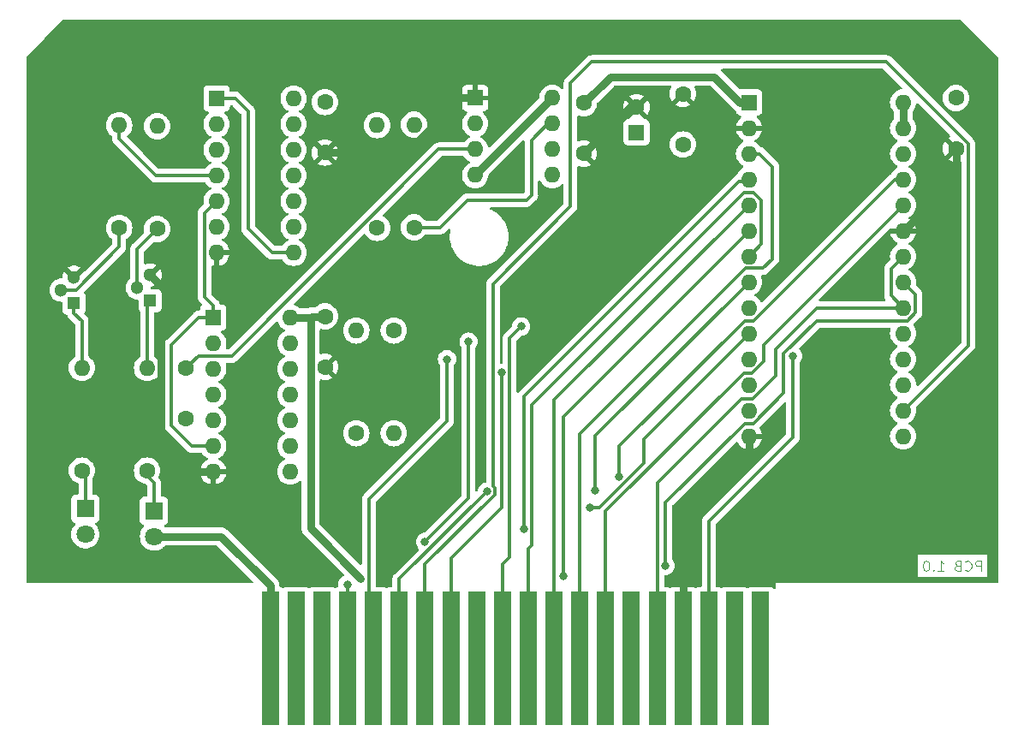
<source format=gbr>
G04 #@! TF.GenerationSoftware,KiCad,Pcbnew,7.0.10-unknown-202401271548~13fcb571f7~ubuntu23.10.1*
G04 #@! TF.CreationDate,2024-01-28T11:57:11+00:00*
G04 #@! TF.ProjectId,Dragon 32 Soak Test Cartridge,44726167-6f6e-4203-9332-20536f616b20,1.0*
G04 #@! TF.SameCoordinates,Original*
G04 #@! TF.FileFunction,Copper,L2,Bot*
G04 #@! TF.FilePolarity,Positive*
%FSLAX46Y46*%
G04 Gerber Fmt 4.6, Leading zero omitted, Abs format (unit mm)*
G04 Created by KiCad (PCBNEW 7.0.10-unknown-202401271548~13fcb571f7~ubuntu23.10.1) date 2024-01-28 11:57:11*
%MOMM*%
%LPD*%
G01*
G04 APERTURE LIST*
%ADD10C,0.125000*%
G04 #@! TA.AperFunction,NonConductor*
%ADD11C,0.125000*%
G04 #@! TD*
G04 #@! TA.AperFunction,ComponentPad*
%ADD12R,1.600000X1.600000*%
G04 #@! TD*
G04 #@! TA.AperFunction,ComponentPad*
%ADD13O,1.600000X1.600000*%
G04 #@! TD*
G04 #@! TA.AperFunction,SMDPad,CuDef*
%ADD14R,1.800000X13.200000*%
G04 #@! TD*
G04 #@! TA.AperFunction,ComponentPad*
%ADD15R,1.800000X1.800000*%
G04 #@! TD*
G04 #@! TA.AperFunction,ComponentPad*
%ADD16C,1.800000*%
G04 #@! TD*
G04 #@! TA.AperFunction,ComponentPad*
%ADD17C,1.600000*%
G04 #@! TD*
G04 #@! TA.AperFunction,ComponentPad*
%ADD18R,1.300000X1.300000*%
G04 #@! TD*
G04 #@! TA.AperFunction,ComponentPad*
%ADD19C,1.300000*%
G04 #@! TD*
G04 #@! TA.AperFunction,ViaPad*
%ADD20C,0.800000*%
G04 #@! TD*
G04 #@! TA.AperFunction,Conductor*
%ADD21C,0.800000*%
G04 #@! TD*
G04 #@! TA.AperFunction,Conductor*
%ADD22C,0.350000*%
G04 #@! TD*
G04 APERTURE END LIST*
D10*
D11*
X136479668Y-91171119D02*
X136479668Y-90171119D01*
X136479668Y-90171119D02*
X136098716Y-90171119D01*
X136098716Y-90171119D02*
X136003478Y-90218738D01*
X136003478Y-90218738D02*
X135955859Y-90266357D01*
X135955859Y-90266357D02*
X135908240Y-90361595D01*
X135908240Y-90361595D02*
X135908240Y-90504452D01*
X135908240Y-90504452D02*
X135955859Y-90599690D01*
X135955859Y-90599690D02*
X136003478Y-90647309D01*
X136003478Y-90647309D02*
X136098716Y-90694928D01*
X136098716Y-90694928D02*
X136479668Y-90694928D01*
X134908240Y-91075880D02*
X134955859Y-91123500D01*
X134955859Y-91123500D02*
X135098716Y-91171119D01*
X135098716Y-91171119D02*
X135193954Y-91171119D01*
X135193954Y-91171119D02*
X135336811Y-91123500D01*
X135336811Y-91123500D02*
X135432049Y-91028261D01*
X135432049Y-91028261D02*
X135479668Y-90933023D01*
X135479668Y-90933023D02*
X135527287Y-90742547D01*
X135527287Y-90742547D02*
X135527287Y-90599690D01*
X135527287Y-90599690D02*
X135479668Y-90409214D01*
X135479668Y-90409214D02*
X135432049Y-90313976D01*
X135432049Y-90313976D02*
X135336811Y-90218738D01*
X135336811Y-90218738D02*
X135193954Y-90171119D01*
X135193954Y-90171119D02*
X135098716Y-90171119D01*
X135098716Y-90171119D02*
X134955859Y-90218738D01*
X134955859Y-90218738D02*
X134908240Y-90266357D01*
X134146335Y-90647309D02*
X134003478Y-90694928D01*
X134003478Y-90694928D02*
X133955859Y-90742547D01*
X133955859Y-90742547D02*
X133908240Y-90837785D01*
X133908240Y-90837785D02*
X133908240Y-90980642D01*
X133908240Y-90980642D02*
X133955859Y-91075880D01*
X133955859Y-91075880D02*
X134003478Y-91123500D01*
X134003478Y-91123500D02*
X134098716Y-91171119D01*
X134098716Y-91171119D02*
X134479668Y-91171119D01*
X134479668Y-91171119D02*
X134479668Y-90171119D01*
X134479668Y-90171119D02*
X134146335Y-90171119D01*
X134146335Y-90171119D02*
X134051097Y-90218738D01*
X134051097Y-90218738D02*
X134003478Y-90266357D01*
X134003478Y-90266357D02*
X133955859Y-90361595D01*
X133955859Y-90361595D02*
X133955859Y-90456833D01*
X133955859Y-90456833D02*
X134003478Y-90552071D01*
X134003478Y-90552071D02*
X134051097Y-90599690D01*
X134051097Y-90599690D02*
X134146335Y-90647309D01*
X134146335Y-90647309D02*
X134479668Y-90647309D01*
X132193954Y-91171119D02*
X132765382Y-91171119D01*
X132479668Y-91171119D02*
X132479668Y-90171119D01*
X132479668Y-90171119D02*
X132574906Y-90313976D01*
X132574906Y-90313976D02*
X132670144Y-90409214D01*
X132670144Y-90409214D02*
X132765382Y-90456833D01*
X131765382Y-91075880D02*
X131717763Y-91123500D01*
X131717763Y-91123500D02*
X131765382Y-91171119D01*
X131765382Y-91171119D02*
X131813001Y-91123500D01*
X131813001Y-91123500D02*
X131765382Y-91075880D01*
X131765382Y-91075880D02*
X131765382Y-91171119D01*
X131098716Y-90171119D02*
X131003478Y-90171119D01*
X131003478Y-90171119D02*
X130908240Y-90218738D01*
X130908240Y-90218738D02*
X130860621Y-90266357D01*
X130860621Y-90266357D02*
X130813002Y-90361595D01*
X130813002Y-90361595D02*
X130765383Y-90552071D01*
X130765383Y-90552071D02*
X130765383Y-90790166D01*
X130765383Y-90790166D02*
X130813002Y-90980642D01*
X130813002Y-90980642D02*
X130860621Y-91075880D01*
X130860621Y-91075880D02*
X130908240Y-91123500D01*
X130908240Y-91123500D02*
X131003478Y-91171119D01*
X131003478Y-91171119D02*
X131098716Y-91171119D01*
X131098716Y-91171119D02*
X131193954Y-91123500D01*
X131193954Y-91123500D02*
X131241573Y-91075880D01*
X131241573Y-91075880D02*
X131289192Y-90980642D01*
X131289192Y-90980642D02*
X131336811Y-90790166D01*
X131336811Y-90790166D02*
X131336811Y-90552071D01*
X131336811Y-90552071D02*
X131289192Y-90361595D01*
X131289192Y-90361595D02*
X131241573Y-90266357D01*
X131241573Y-90266357D02*
X131193954Y-90218738D01*
X131193954Y-90218738D02*
X131098716Y-90171119D01*
D12*
G04 #@! TO.P,IC4,1*
G04 #@! TO.N,Net-(IC1-Pad5)*
X60550000Y-66120000D03*
D13*
G04 #@! TO.P,IC4,2*
G04 #@! TO.N,/RESET*
X60550000Y-68660000D03*
G04 #@! TO.P,IC4,3*
G04 #@! TO.N,Net-(IC4-Pad12)*
X60550000Y-71200000D03*
G04 #@! TO.P,IC4,4*
G04 #@! TO.N,Net-(IC4-Pad4)*
X60550000Y-73740000D03*
G04 #@! TO.P,IC4,5*
G04 #@! TO.N,Net-(C3-Pad2)*
X60550000Y-76280000D03*
G04 #@! TO.P,IC4,6*
G04 #@! TO.N,Net-(IC1-Pad5)*
X60550000Y-78820000D03*
G04 #@! TO.P,IC4,7,GND*
G04 #@! TO.N,GND*
X60550000Y-81360000D03*
G04 #@! TO.P,IC4,8*
G04 #@! TO.N,unconnected-(IC4-Pad8)*
X68170000Y-81360000D03*
G04 #@! TO.P,IC4,9*
G04 #@! TO.N,unconnected-(IC4-Pad9)*
X68170000Y-78820000D03*
G04 #@! TO.P,IC4,10*
G04 #@! TO.N,unconnected-(IC4-Pad10)*
X68170000Y-76280000D03*
G04 #@! TO.P,IC4,11*
G04 #@! TO.N,unconnected-(IC4-Pad11)*
X68170000Y-73740000D03*
G04 #@! TO.P,IC4,12*
G04 #@! TO.N,Net-(IC4-Pad12)*
X68170000Y-71200000D03*
G04 #@! TO.P,IC4,13*
G04 #@! TO.N,/P2*
X68170000Y-68660000D03*
G04 #@! TO.P,IC4,14,VCC*
G04 #@! TO.N,VCC*
X68170000Y-66120000D03*
G04 #@! TD*
D14*
G04 #@! TO.P,U2,2,12V*
G04 #@! TO.N,+12V*
X66200000Y-99850000D03*
G04 #@! TO.P,U2,4,~{NMI}*
G04 #@! TO.N,unconnected-(U2-~{NMI}-Pad4)*
X68750000Y-99850000D03*
G04 #@! TO.P,U2,6,E*
G04 #@! TO.N,unconnected-(U2-E-Pad6)*
X71300000Y-99850000D03*
G04 #@! TO.P,U2,8,CART*
G04 #@! TO.N,Net-(U2-CART)*
X73850000Y-99850000D03*
G04 #@! TO.P,U2,10,D0*
G04 #@! TO.N,/D0*
X76400000Y-99850000D03*
G04 #@! TO.P,U2,12,D2*
G04 #@! TO.N,/D2*
X78950000Y-99850000D03*
G04 #@! TO.P,U2,14,D4*
G04 #@! TO.N,/D4*
X81500000Y-99850000D03*
G04 #@! TO.P,U2,16,D6*
G04 #@! TO.N,/D6*
X84050000Y-99850000D03*
G04 #@! TO.P,U2,18,RW*
G04 #@! TO.N,unconnected-(U2-RW-Pad18)*
X86600000Y-99850000D03*
G04 #@! TO.P,U2,20,A1*
G04 #@! TO.N,/A1*
X89150000Y-99850000D03*
G04 #@! TO.P,U2,22,A3*
G04 #@! TO.N,/A3*
X91700000Y-99850000D03*
G04 #@! TO.P,U2,24,A5*
G04 #@! TO.N,/A5*
X94250000Y-99850000D03*
G04 #@! TO.P,U2,26,A7*
G04 #@! TO.N,/A7*
X96800000Y-99850000D03*
G04 #@! TO.P,U2,28,A9*
G04 #@! TO.N,/A9*
X99350000Y-99850000D03*
G04 #@! TO.P,U2,30,A11*
G04 #@! TO.N,unconnected-(U2-A11-Pad30)*
X101900000Y-99850000D03*
G04 #@! TO.P,U2,32,R2*
G04 #@! TO.N,/R2*
X104450000Y-99850000D03*
G04 #@! TO.P,U2,34,GND*
G04 #@! TO.N,GND*
X107000000Y-99850000D03*
G04 #@! TO.P,U2,36,P2*
G04 #@! TO.N,/P2*
X109550000Y-99850000D03*
G04 #@! TO.P,U2,38,A14*
G04 #@! TO.N,unconnected-(U2-A14-Pad38)*
X112100000Y-99850000D03*
G04 #@! TO.P,U2,40,EXTMEM*
G04 #@! TO.N,unconnected-(U2-EXTMEM-Pad40)*
X114650000Y-99850000D03*
G04 #@! TD*
D15*
G04 #@! TO.P,D1,1,K*
G04 #@! TO.N,Net-(D1-K)*
X47900000Y-85025000D03*
D16*
G04 #@! TO.P,D1,2,A*
G04 #@! TO.N,+12V*
X47900000Y-87565000D03*
G04 #@! TD*
D12*
G04 #@! TO.P,IC3,1,VPP*
G04 #@! TO.N,VCC*
X113538000Y-44831000D03*
D13*
G04 #@! TO.P,IC3,2,A12*
G04 #@! TO.N,GND*
X113538000Y-47371000D03*
G04 #@! TO.P,IC3,3,A7*
G04 #@! TO.N,/A7*
X113538000Y-49911000D03*
G04 #@! TO.P,IC3,4,A6*
G04 #@! TO.N,/A6*
X113538000Y-52451000D03*
G04 #@! TO.P,IC3,5,A5*
G04 #@! TO.N,/A5*
X113538000Y-54991000D03*
G04 #@! TO.P,IC3,6,A4*
G04 #@! TO.N,/A4*
X113538000Y-57531000D03*
G04 #@! TO.P,IC3,7,A3*
G04 #@! TO.N,/A3*
X113538000Y-60071000D03*
G04 #@! TO.P,IC3,8,A2*
G04 #@! TO.N,/A2*
X113538000Y-62611000D03*
G04 #@! TO.P,IC3,9,A1*
G04 #@! TO.N,/A1*
X113538000Y-65151000D03*
G04 #@! TO.P,IC3,10,A0*
G04 #@! TO.N,/A0*
X113538000Y-67691000D03*
G04 #@! TO.P,IC3,11,D0*
G04 #@! TO.N,/D0*
X113538000Y-70231000D03*
G04 #@! TO.P,IC3,12,D1*
G04 #@! TO.N,/D1*
X113538000Y-72771000D03*
G04 #@! TO.P,IC3,13,D2*
G04 #@! TO.N,/D2*
X113538000Y-75311000D03*
G04 #@! TO.P,IC3,14,GND*
G04 #@! TO.N,GND*
X113538000Y-77851000D03*
G04 #@! TO.P,IC3,15,D3*
G04 #@! TO.N,/D3*
X128778000Y-77851000D03*
G04 #@! TO.P,IC3,16,D4*
G04 #@! TO.N,/D4*
X128778000Y-75311000D03*
G04 #@! TO.P,IC3,17,D5*
G04 #@! TO.N,/D5*
X128778000Y-72771000D03*
G04 #@! TO.P,IC3,18,D6*
G04 #@! TO.N,/D6*
X128778000Y-70231000D03*
G04 #@! TO.P,IC3,19,D7*
G04 #@! TO.N,/D7*
X128778000Y-67691000D03*
G04 #@! TO.P,IC3,20,~{CE}*
G04 #@! TO.N,/R2*
X128778000Y-65151000D03*
G04 #@! TO.P,IC3,21,A10*
G04 #@! TO.N,/A10*
X128778000Y-62611000D03*
G04 #@! TO.P,IC3,22,~{OE}*
G04 #@! TO.N,/R2*
X128778000Y-60071000D03*
G04 #@! TO.P,IC3,23,A11*
G04 #@! TO.N,GND*
X128778000Y-57531000D03*
G04 #@! TO.P,IC3,24,A9*
G04 #@! TO.N,/A9*
X128778000Y-54991000D03*
G04 #@! TO.P,IC3,25,A8*
G04 #@! TO.N,/A8*
X128778000Y-52451000D03*
G04 #@! TO.P,IC3,26,NC*
G04 #@! TO.N,unconnected-(IC3-NC-Pad26)*
X128778000Y-49911000D03*
G04 #@! TO.P,IC3,27,~{PGM}*
G04 #@! TO.N,VCC*
X128778000Y-47371000D03*
G04 #@! TO.P,IC3,28,VCC*
X128778000Y-44831000D03*
G04 #@! TD*
D17*
G04 #@! TO.P,DC1,1*
G04 #@! TO.N,VCC*
X71600000Y-66000000D03*
G04 #@! TO.P,DC1,2*
G04 #@! TO.N,GND*
X71600000Y-71000000D03*
G04 #@! TD*
G04 #@! TO.P,DC2,1*
G04 #@! TO.N,VCC*
X71600000Y-44800000D03*
G04 #@! TO.P,DC2,2*
G04 #@! TO.N,GND*
X71600000Y-49800000D03*
G04 #@! TD*
G04 #@! TO.P,R2,1*
G04 #@! TO.N,Net-(TR2-B)*
X55000000Y-57350000D03*
D13*
G04 #@! TO.P,R2,2*
G04 #@! TO.N,Net-(IC1-Pad2)*
X55000000Y-47190000D03*
G04 #@! TD*
D17*
G04 #@! TO.P,R5,1*
G04 #@! TO.N,VCC*
X78400000Y-67400000D03*
D13*
G04 #@! TO.P,R5,2*
G04 #@! TO.N,Net-(IC4-Pad4)*
X78400000Y-77560000D03*
G04 #@! TD*
D18*
G04 #@! TO.P,TR1,1,C*
G04 #@! TO.N,Net-(TR1-C)*
X46770000Y-64670000D03*
D19*
G04 #@! TO.P,TR1,2,B*
G04 #@! TO.N,Net-(TR1-B)*
X45500000Y-63400000D03*
G04 #@! TO.P,TR1,3,E*
G04 #@! TO.N,GND*
X46770000Y-62130000D03*
G04 #@! TD*
D17*
G04 #@! TO.P,C2,1*
G04 #@! TO.N,Net-(IC2-CV)*
X107000000Y-49000000D03*
G04 #@! TO.P,C2,2*
G04 #@! TO.N,GND*
X107000000Y-44000000D03*
G04 #@! TD*
G04 #@! TO.P,R7,1*
G04 #@! TO.N,Net-(D2-K)*
X54000000Y-81260000D03*
D13*
G04 #@! TO.P,R7,2*
G04 #@! TO.N,Net-(TR2-C)*
X54000000Y-71100000D03*
G04 #@! TD*
D12*
G04 #@! TO.P,IC2,1,GND*
G04 #@! TO.N,GND*
X86450000Y-44400000D03*
D13*
G04 #@! TO.P,IC2,2,TR*
G04 #@! TO.N,Net-(IC2-THR)*
X86450000Y-46940000D03*
G04 #@! TO.P,IC2,3,Q*
G04 #@! TO.N,Net-(IC2-Q)*
X86450000Y-49480000D03*
G04 #@! TO.P,IC2,4,R*
G04 #@! TO.N,VCC*
X86450000Y-52020000D03*
G04 #@! TO.P,IC2,5,CV*
G04 #@! TO.N,Net-(IC2-CV)*
X94070000Y-52020000D03*
G04 #@! TO.P,IC2,6,THR*
G04 #@! TO.N,Net-(IC2-THR)*
X94070000Y-49480000D03*
G04 #@! TO.P,IC2,7,DIS*
G04 #@! TO.N,Net-(IC2-DIS)*
X94070000Y-46940000D03*
G04 #@! TO.P,IC2,8,VCC*
G04 #@! TO.N,VCC*
X94070000Y-44400000D03*
G04 #@! TD*
D17*
G04 #@! TO.P,R6,1*
G04 #@! TO.N,Net-(D1-K)*
X47550000Y-81250000D03*
D13*
G04 #@! TO.P,R6,2*
G04 #@! TO.N,Net-(TR1-C)*
X47550000Y-71090000D03*
G04 #@! TD*
D12*
G04 #@! TO.P,C1,1*
G04 #@! TO.N,Net-(IC2-THR)*
X102400000Y-47805100D03*
D17*
G04 #@! TO.P,C1,2*
G04 #@! TO.N,GND*
X102400000Y-45305100D03*
G04 #@! TD*
G04 #@! TO.P,R8,1*
G04 #@! TO.N,Net-(C3-Pad2)*
X74700000Y-77560000D03*
D13*
G04 #@! TO.P,R8,2*
G04 #@! TO.N,VCC*
X74700000Y-67400000D03*
G04 #@! TD*
D12*
G04 #@! TO.P,IC1,1*
G04 #@! TO.N,Net-(IC1-Pad1)*
X60880000Y-44460000D03*
D13*
G04 #@! TO.P,IC1,2*
G04 #@! TO.N,Net-(IC1-Pad2)*
X60880000Y-47000000D03*
G04 #@! TO.P,IC1,3*
G04 #@! TO.N,Net-(IC1-Pad3)*
X60880000Y-49540000D03*
G04 #@! TO.P,IC1,4*
G04 #@! TO.N,Net-(IC1-Pad4)*
X60880000Y-52080000D03*
G04 #@! TO.P,IC1,5*
G04 #@! TO.N,Net-(IC1-Pad5)*
X60880000Y-54620000D03*
G04 #@! TO.P,IC1,6*
G04 #@! TO.N,Net-(IC1-Pad3)*
X60880000Y-57160000D03*
G04 #@! TO.P,IC1,7,GND*
G04 #@! TO.N,GND*
X60880000Y-59700000D03*
G04 #@! TO.P,IC1,8*
G04 #@! TO.N,Net-(IC1-Pad1)*
X68500000Y-59700000D03*
G04 #@! TO.P,IC1,9*
G04 #@! TO.N,Net-(IC1-Pad3)*
X68500000Y-57160000D03*
G04 #@! TO.P,IC1,10*
G04 #@! TO.N,unconnected-(IC1-Pad10)*
X68500000Y-54620000D03*
G04 #@! TO.P,IC1,11*
G04 #@! TO.N,unconnected-(IC1-Pad11)*
X68500000Y-52080000D03*
G04 #@! TO.P,IC1,12*
G04 #@! TO.N,unconnected-(IC1-Pad12)*
X68500000Y-49540000D03*
G04 #@! TO.P,IC1,13*
G04 #@! TO.N,unconnected-(IC1-Pad13)*
X68500000Y-47000000D03*
G04 #@! TO.P,IC1,14,VCC*
G04 #@! TO.N,VCC*
X68500000Y-44460000D03*
G04 #@! TD*
D18*
G04 #@! TO.P,TR2,1,C*
G04 #@! TO.N,Net-(TR2-C)*
X54300000Y-64440000D03*
D19*
G04 #@! TO.P,TR2,2,B*
G04 #@! TO.N,Net-(TR2-B)*
X53030000Y-63170000D03*
G04 #@! TO.P,TR2,3,E*
G04 #@! TO.N,GND*
X54300000Y-61900000D03*
G04 #@! TD*
D17*
G04 #@! TO.P,C3,1*
G04 #@! TO.N,Net-(IC2-Q)*
X57800000Y-71100000D03*
G04 #@! TO.P,C3,2*
G04 #@! TO.N,Net-(C3-Pad2)*
X57800000Y-76100000D03*
G04 #@! TD*
G04 #@! TO.P,R4,1*
G04 #@! TO.N,Net-(IC2-DIS)*
X80400000Y-57200000D03*
D13*
G04 #@! TO.P,R4,2*
G04 #@! TO.N,Net-(IC2-THR)*
X80400000Y-47040000D03*
G04 #@! TD*
D17*
G04 #@! TO.P,DC4,1*
G04 #@! TO.N,VCC*
X97200000Y-44900000D03*
G04 #@! TO.P,DC4,2*
G04 #@! TO.N,GND*
X97200000Y-49900000D03*
G04 #@! TD*
D15*
G04 #@! TO.P,D2,1,K*
G04 #@! TO.N,Net-(D2-K)*
X54700000Y-85225000D03*
D16*
G04 #@! TO.P,D2,2,A*
G04 #@! TO.N,+12V*
X54700000Y-87765000D03*
G04 #@! TD*
D17*
G04 #@! TO.P,DC3,1*
G04 #@! TO.N,VCC*
X134000000Y-44400000D03*
G04 #@! TO.P,DC3,2*
G04 #@! TO.N,GND*
X134000000Y-49400000D03*
G04 #@! TD*
G04 #@! TO.P,R3,1*
G04 #@! TO.N,Net-(IC2-DIS)*
X76750000Y-57250000D03*
D13*
G04 #@! TO.P,R3,2*
G04 #@! TO.N,VCC*
X76750000Y-47090000D03*
G04 #@! TD*
D17*
G04 #@! TO.P,R1,1*
G04 #@! TO.N,Net-(TR1-B)*
X51250000Y-57250000D03*
D13*
G04 #@! TO.P,R1,2*
G04 #@! TO.N,Net-(IC1-Pad4)*
X51250000Y-47090000D03*
G04 #@! TD*
D20*
G04 #@! TO.N,Net-(U2-CART)*
X73800000Y-92500000D03*
G04 #@! TO.N,/A6*
X91285000Y-87031500D03*
G04 #@! TO.N,/A1*
X91000000Y-67000000D03*
G04 #@! TO.N,/D0*
X83666300Y-70231000D03*
G04 #@! TO.N,/D2*
X87616900Y-83316000D03*
G04 #@! TO.N,/D3*
X85797900Y-68496000D03*
X81500000Y-88301500D03*
G04 #@! TO.N,/D6*
X89048900Y-71581500D03*
G04 #@! TO.N,/A0*
X97805100Y-84895500D03*
G04 #@! TO.N,/A2*
X98339500Y-83187000D03*
G04 #@! TO.N,/A4*
X95151500Y-91716700D03*
G04 #@! TO.N,/A8*
X100682400Y-81856900D03*
G04 #@! TO.N,/A10*
X105283000Y-90678000D03*
G04 #@! TO.N,VCC*
X75139800Y-91928700D03*
G04 #@! TO.N,/P2*
X117896900Y-69922300D03*
G04 #@! TD*
D21*
G04 #@! TO.N,GND*
X55400000Y-77752000D02*
X55400000Y-67550000D01*
X60550000Y-81360000D02*
X59008000Y-81360000D01*
X86450000Y-44400000D02*
X85049900Y-44400000D01*
X107000000Y-85789100D02*
X113538000Y-79251100D01*
X59008000Y-81360000D02*
X55400000Y-77752000D01*
X113538000Y-77851000D02*
X113538000Y-79251100D01*
X134000000Y-52309000D02*
X128778000Y-57531000D01*
X97200000Y-49900000D02*
X101794900Y-45305100D01*
X79649900Y-49800000D02*
X85049900Y-44400000D01*
X56350000Y-66600000D02*
X56350000Y-63950000D01*
X71600000Y-49800000D02*
X79649900Y-49800000D01*
X56350000Y-63950000D02*
X54300000Y-61900000D01*
X55400000Y-67550000D02*
X56350000Y-66600000D01*
X134000000Y-49400000D02*
X134000000Y-52309000D01*
X101794900Y-45305100D02*
X102400000Y-45305100D01*
X107000000Y-99850000D02*
X107000000Y-85789100D01*
D22*
G04 #@! TO.N,Net-(U2-CART)*
X73850000Y-99850000D02*
X73850000Y-92550000D01*
X73850000Y-99850000D02*
X73850000Y-92874900D01*
X73850000Y-92874900D02*
X73869900Y-92874900D01*
X73850000Y-92550000D02*
X73800000Y-92500000D01*
D21*
G04 #@! TO.N,+12V*
X61315100Y-87765000D02*
X66200000Y-92649900D01*
X66200000Y-99850000D02*
X66200000Y-92649900D01*
X54700000Y-87765000D02*
X61315100Y-87765000D01*
D22*
G04 #@! TO.N,Net-(D1-K)*
X47550000Y-81250000D02*
X47900000Y-81600000D01*
X47900000Y-81600000D02*
X47900000Y-85025000D01*
G04 #@! TO.N,Net-(D2-K)*
X54700000Y-82500000D02*
X54700000Y-85225000D01*
X54000000Y-81800000D02*
X54700000Y-82500000D01*
X54000000Y-81260000D02*
X54000000Y-81800000D01*
G04 #@! TO.N,/A6*
X91285000Y-87031500D02*
X91285000Y-73914000D01*
X113361500Y-52627500D02*
X112571500Y-52627500D01*
X113538000Y-52451000D02*
X113361500Y-52627500D01*
X91285000Y-73914000D02*
X112571500Y-52627500D01*
G04 #@! TO.N,/A7*
X114554000Y-49911000D02*
X113538000Y-49911000D01*
X96800000Y-99850000D02*
X96800000Y-77619100D01*
X114903000Y-61246000D02*
X115824000Y-60325000D01*
X113173100Y-61246000D02*
X114903000Y-61246000D01*
X115824000Y-51181000D02*
X114554000Y-49911000D01*
X96800000Y-77619100D02*
X113173100Y-61246000D01*
X115824000Y-60325000D02*
X115824000Y-51181000D01*
G04 #@! TO.N,/A5*
X94250000Y-74279000D02*
X94250000Y-99850000D01*
X113538000Y-54991000D02*
X94250000Y-74279000D01*
G04 #@! TO.N,/A3*
X114774000Y-58835000D02*
X113538000Y-60071000D01*
X91700000Y-89006100D02*
X92060100Y-88646000D01*
X92060100Y-88646000D02*
X92060100Y-74782700D01*
X113999600Y-53772600D02*
X114774000Y-54547000D01*
X113070200Y-53772600D02*
X113999600Y-53772600D01*
X114774000Y-54547000D02*
X114774000Y-58835000D01*
X91700000Y-99850000D02*
X91700000Y-89006100D01*
X92060100Y-74782700D02*
X113070200Y-53772600D01*
G04 #@! TO.N,/A1*
X89849500Y-68150500D02*
X91000000Y-67000000D01*
X89849500Y-89789000D02*
X89849500Y-68312600D01*
X89150000Y-99850000D02*
X89150000Y-90488500D01*
X89849500Y-68312600D02*
X89849500Y-68150500D01*
X89150000Y-90488500D02*
X89849500Y-89789000D01*
G04 #@! TO.N,/D0*
X83666300Y-76353700D02*
X83666300Y-70231000D01*
X76400000Y-99850000D02*
X75925000Y-99375000D01*
X75925000Y-99375000D02*
X75925000Y-84095000D01*
X75925000Y-84095000D02*
X83666300Y-76353700D01*
G04 #@! TO.N,/D2*
X78950000Y-91982900D02*
X87616900Y-83316000D01*
X78950000Y-99850000D02*
X78950000Y-91982900D01*
G04 #@! TO.N,/D3*
X85797900Y-68496000D02*
X85797900Y-84003600D01*
X85797900Y-84003600D02*
X81500000Y-88301500D01*
G04 #@! TO.N,/D4*
X81500000Y-90529100D02*
X88392000Y-83637100D01*
X95885000Y-55115000D02*
X95885000Y-42926000D01*
X88215100Y-62784900D02*
X95885000Y-55115000D01*
X95885000Y-42926000D02*
X97970000Y-40841000D01*
X88392000Y-82995000D02*
X88215100Y-82818100D01*
X127112900Y-40841000D02*
X135215200Y-48943300D01*
X88215100Y-82818100D02*
X88215100Y-62784900D01*
X88392000Y-83637100D02*
X88392000Y-82995000D01*
X135215200Y-48943300D02*
X135215200Y-68873800D01*
X135215200Y-68873800D02*
X128778000Y-75311000D01*
X81500000Y-99850000D02*
X81500000Y-90529100D01*
X97970000Y-40841000D02*
X127112900Y-40841000D01*
G04 #@! TO.N,/D6*
X84050000Y-89950000D02*
X89048800Y-84951200D01*
X84050000Y-99850000D02*
X84050000Y-89950000D01*
X89048800Y-84951200D02*
X89048800Y-71581500D01*
X89048800Y-71581500D02*
X89048900Y-71581500D01*
G04 #@! TO.N,/A0*
X103096500Y-80539000D02*
X98740000Y-84895500D01*
X113538000Y-67691000D02*
X103096500Y-78132500D01*
X98740000Y-84895500D02*
X97805100Y-84895500D01*
X103096500Y-78132500D02*
X103096500Y-80539000D01*
G04 #@! TO.N,/A2*
X113538000Y-62611000D02*
X98339500Y-77809500D01*
X98339500Y-77809500D02*
X98339500Y-83187000D01*
G04 #@! TO.N,/A4*
X113538000Y-57531000D02*
X95151500Y-75917500D01*
X95151500Y-75917500D02*
X95151500Y-91716700D01*
G04 #@! TO.N,/A8*
X100682400Y-78855800D02*
X100682400Y-81856900D01*
X127968100Y-52451000D02*
X113998100Y-66421000D01*
X113998100Y-66421000D02*
X113117200Y-66421000D01*
X128778000Y-52451000D02*
X127968100Y-52451000D01*
X113117200Y-66421000D02*
X100682400Y-78855800D01*
G04 #@! TO.N,/A10*
X113978500Y-76581000D02*
X116975900Y-73583600D01*
X129985900Y-63818900D02*
X128778000Y-62611000D01*
X105269700Y-88900000D02*
X105269700Y-84429700D01*
X120235500Y-66421000D02*
X129209900Y-66421000D01*
X105269700Y-84429700D02*
X113118400Y-76581000D01*
X105269700Y-88900000D02*
X105269700Y-90664700D01*
X129985900Y-65645000D02*
X129985900Y-63818900D01*
X116975900Y-73583600D02*
X116975900Y-69680600D01*
X129209900Y-66421000D02*
X129985900Y-65645000D01*
X116975900Y-69680600D02*
X120235500Y-66421000D01*
X113118400Y-76581000D02*
X113978500Y-76581000D01*
X105269700Y-90664700D02*
X105283000Y-90678000D01*
G04 #@! TO.N,/R2*
X104450000Y-82494000D02*
X112808000Y-74136000D01*
X127583800Y-63956800D02*
X127583800Y-62865000D01*
X128778000Y-60071000D02*
X127583800Y-61265200D01*
X128778000Y-65151000D02*
X120269000Y-65151000D01*
X113885400Y-74136000D02*
X116151000Y-71870400D01*
X127583800Y-61265200D02*
X127583800Y-62865000D01*
X128778000Y-65151000D02*
X127583800Y-63956800D01*
X116151000Y-69269000D02*
X119710000Y-65710000D01*
X120269000Y-65151000D02*
X119710000Y-65710000D01*
X112808000Y-74136000D02*
X113885400Y-74136000D01*
X116151000Y-71870400D02*
X116151000Y-69269000D01*
X104450000Y-99850000D02*
X104450000Y-82494000D01*
D21*
G04 #@! TO.N,VCC*
X70302800Y-66000000D02*
X71600000Y-66000000D01*
X70182800Y-66120000D02*
X70302800Y-66000000D01*
X113538000Y-44831000D02*
X112649000Y-44831000D01*
X70182800Y-86971700D02*
X70182800Y-66120000D01*
X112649000Y-44831000D02*
X110109000Y-42291000D01*
X94070000Y-44400000D02*
X86450000Y-52020000D01*
X99809000Y-42291000D02*
X97200000Y-44900000D01*
X128778000Y-44831000D02*
X128778000Y-47371000D01*
X110109000Y-42291000D02*
X99809000Y-42291000D01*
X75139800Y-91928700D02*
X70182800Y-86971700D01*
X70182800Y-66120000D02*
X69570100Y-66120000D01*
X68170000Y-66120000D02*
X69570100Y-66120000D01*
D22*
G04 #@! TO.N,/P2*
X109550000Y-86284000D02*
X117896900Y-77937100D01*
X109550000Y-99850000D02*
X109550000Y-86284000D01*
X117896900Y-77937100D02*
X117896900Y-69922300D01*
G04 #@! TO.N,Net-(IC2-DIS)*
X92000000Y-54000000D02*
X92000000Y-48601294D01*
X92000000Y-48601294D02*
X93661293Y-46940000D01*
X93661293Y-46940000D02*
X94070000Y-46940000D01*
X91498950Y-54501050D02*
X92000000Y-54000000D01*
X80400000Y-57200000D02*
X83002100Y-57200000D01*
X83002100Y-57200000D02*
X85701050Y-54501050D01*
X85701050Y-54501050D02*
X91498950Y-54501050D01*
G04 #@! TO.N,Net-(IC2-Q)*
X82840900Y-49480000D02*
X62390900Y-69930000D01*
X62390900Y-69930000D02*
X59070000Y-69930000D01*
X59070000Y-69930000D02*
X58200000Y-70800000D01*
X86450000Y-49480000D02*
X82840900Y-49480000D01*
G04 #@! TO.N,/A9*
X113034700Y-71595800D02*
X99350000Y-85280500D01*
X99350000Y-85280500D02*
X99350000Y-99850000D01*
X113835200Y-71595800D02*
X113034700Y-71595800D01*
X114962400Y-68806600D02*
X114962400Y-70468600D01*
X114962400Y-70468600D02*
X113835200Y-71595800D01*
X128778000Y-54991000D02*
X114962400Y-68806600D01*
G04 #@! TO.N,Net-(IC1-Pad1)*
X60880000Y-44460000D02*
X62760000Y-44460000D01*
X62760000Y-44460000D02*
X64000000Y-45700000D01*
X64000000Y-57300000D02*
X64000000Y-45700000D01*
X66400000Y-59700000D02*
X64000000Y-57300000D01*
X68500000Y-59700000D02*
X66400000Y-59700000D01*
G04 #@! TO.N,Net-(IC1-Pad4)*
X60880000Y-52080000D02*
X54880000Y-52080000D01*
X51250000Y-48450000D02*
X51250000Y-47090000D01*
X54880000Y-52080000D02*
X51250000Y-48450000D01*
G04 #@! TO.N,Net-(IC1-Pad5)*
X60550000Y-64944900D02*
X60550000Y-66120000D01*
X60880000Y-54620000D02*
X59688300Y-55811700D01*
X60550000Y-78820000D02*
X58420000Y-78820000D01*
X59688300Y-64083200D02*
X60550000Y-64944900D01*
X56400000Y-68800000D02*
X59080000Y-66120000D01*
X59688300Y-55811700D02*
X59688300Y-64083200D01*
X58420000Y-78820000D02*
X56400000Y-76800000D01*
X56400000Y-76800000D02*
X56400000Y-68800000D01*
X59080000Y-66120000D02*
X60550000Y-66120000D01*
G04 #@! TO.N,Net-(TR1-B)*
X51250000Y-59128300D02*
X51250000Y-57250000D01*
X46978300Y-63400000D02*
X51250000Y-59128300D01*
X45500000Y-63400000D02*
X46978300Y-63400000D01*
G04 #@! TO.N,Net-(TR2-B)*
X53030000Y-63170000D02*
X53030000Y-59320000D01*
X53030000Y-59320000D02*
X55000000Y-57350000D01*
G04 #@! TO.N,Net-(TR1-C)*
X47550000Y-71090000D02*
X47550000Y-66475100D01*
X46770000Y-65695100D02*
X46770000Y-64670000D01*
X47550000Y-66475100D02*
X46770000Y-65695100D01*
G04 #@! TO.N,Net-(TR2-C)*
X54000000Y-64740000D02*
X54300000Y-64440000D01*
X54000000Y-71100000D02*
X54000000Y-64740000D01*
G04 #@! TD*
G04 #@! TA.AperFunction,Conductor*
G04 #@! TO.N,GND*
G36*
X134465469Y-36670185D02*
G01*
X134486111Y-36686819D01*
X138113181Y-40313888D01*
X138146666Y-40375211D01*
X138149500Y-40401569D01*
X138149500Y-92275500D01*
X138129815Y-92342539D01*
X138077011Y-92388294D01*
X138025500Y-92399500D01*
X116229760Y-92399500D01*
X116229554Y-92399459D01*
X116204998Y-92399459D01*
X116204807Y-92399538D01*
X116204619Y-92399615D01*
X116204615Y-92399618D01*
X116204459Y-92399999D01*
X116204476Y-92424616D01*
X116204471Y-92424616D01*
X116204500Y-92424759D01*
X116204500Y-92876000D01*
X116184815Y-92943039D01*
X116132011Y-92988794D01*
X116080500Y-93000000D01*
X116050124Y-93000000D01*
X115983085Y-92980315D01*
X115950859Y-92950313D01*
X115907546Y-92892454D01*
X115851105Y-92850202D01*
X115792335Y-92806206D01*
X115792328Y-92806202D01*
X115657482Y-92755908D01*
X115657483Y-92755908D01*
X115597883Y-92749501D01*
X115597881Y-92749500D01*
X115597873Y-92749500D01*
X115597864Y-92749500D01*
X113702129Y-92749500D01*
X113702123Y-92749501D01*
X113642516Y-92755908D01*
X113507671Y-92806202D01*
X113507669Y-92806203D01*
X113449311Y-92849891D01*
X113383847Y-92874308D01*
X113315574Y-92859457D01*
X113300689Y-92849891D01*
X113242330Y-92806203D01*
X113242328Y-92806202D01*
X113107482Y-92755908D01*
X113107483Y-92755908D01*
X113047883Y-92749501D01*
X113047881Y-92749500D01*
X113047873Y-92749500D01*
X113047864Y-92749500D01*
X111152129Y-92749500D01*
X111152123Y-92749501D01*
X111092516Y-92755908D01*
X110957671Y-92806202D01*
X110957669Y-92806203D01*
X110899311Y-92849891D01*
X110833847Y-92874308D01*
X110765574Y-92859457D01*
X110750689Y-92849891D01*
X110692330Y-92806203D01*
X110692328Y-92806202D01*
X110557482Y-92755908D01*
X110557483Y-92755908D01*
X110497883Y-92749501D01*
X110497881Y-92749500D01*
X110497873Y-92749500D01*
X110497865Y-92749500D01*
X110349500Y-92749500D01*
X110282461Y-92729815D01*
X110236706Y-92677011D01*
X110225500Y-92625500D01*
X110225500Y-89602969D01*
X130201234Y-89602969D01*
X130201234Y-91739269D01*
X137047818Y-91739269D01*
X137047818Y-89602969D01*
X130201234Y-89602969D01*
X110225500Y-89602969D01*
X110225500Y-86615162D01*
X110245185Y-86548123D01*
X110261814Y-86527486D01*
X118357488Y-78431811D01*
X118362908Y-78426709D01*
X118406232Y-78388329D01*
X118439104Y-78340703D01*
X118443539Y-78334677D01*
X118479222Y-78289133D01*
X118479221Y-78289133D01*
X118479226Y-78289128D01*
X118483072Y-78280580D01*
X118494097Y-78261035D01*
X118499417Y-78253327D01*
X118499416Y-78253327D01*
X118499418Y-78253326D01*
X118519936Y-78199222D01*
X118522801Y-78192308D01*
X118545813Y-78141176D01*
X118546550Y-78139539D01*
X118548238Y-78130321D01*
X118554266Y-78108703D01*
X118554464Y-78108181D01*
X118557588Y-78099945D01*
X118564563Y-78042496D01*
X118565690Y-78035093D01*
X118576119Y-77978185D01*
X118572625Y-77920434D01*
X118572400Y-77912949D01*
X118572400Y-70565456D01*
X118592085Y-70498417D01*
X118604251Y-70482483D01*
X118611595Y-70474327D01*
X118629433Y-70454516D01*
X118724079Y-70290584D01*
X118782574Y-70110556D01*
X118802360Y-69922300D01*
X118782574Y-69734044D01*
X118724079Y-69554016D01*
X118629433Y-69390084D01*
X118514995Y-69262988D01*
X118484765Y-69199997D01*
X118493390Y-69130661D01*
X118519461Y-69092338D01*
X120478982Y-67132819D01*
X120540305Y-67099334D01*
X120566663Y-67096500D01*
X127429318Y-67096500D01*
X127496357Y-67116185D01*
X127542112Y-67168989D01*
X127552056Y-67238147D01*
X127549093Y-67252593D01*
X127492366Y-67464302D01*
X127492364Y-67464313D01*
X127472532Y-67690998D01*
X127472532Y-67691001D01*
X127492364Y-67917686D01*
X127492366Y-67917697D01*
X127551258Y-68137488D01*
X127551261Y-68137497D01*
X127647431Y-68343732D01*
X127647432Y-68343734D01*
X127777954Y-68530141D01*
X127938858Y-68691045D01*
X127985693Y-68723839D01*
X128125266Y-68821568D01*
X128183275Y-68848618D01*
X128235714Y-68894791D01*
X128254866Y-68961984D01*
X128234650Y-69028865D01*
X128183275Y-69073382D01*
X128125267Y-69100431D01*
X128125265Y-69100432D01*
X127938858Y-69230954D01*
X127777954Y-69391858D01*
X127647432Y-69578265D01*
X127647431Y-69578267D01*
X127551261Y-69784502D01*
X127551258Y-69784511D01*
X127492366Y-70004302D01*
X127492364Y-70004313D01*
X127472532Y-70230998D01*
X127472532Y-70231001D01*
X127492364Y-70457686D01*
X127492366Y-70457697D01*
X127551258Y-70677488D01*
X127551261Y-70677497D01*
X127647431Y-70883732D01*
X127647432Y-70883734D01*
X127777954Y-71070141D01*
X127938858Y-71231045D01*
X127938861Y-71231047D01*
X128125266Y-71361568D01*
X128175870Y-71385165D01*
X128183275Y-71388618D01*
X128235714Y-71434791D01*
X128254866Y-71501984D01*
X128234650Y-71568865D01*
X128183275Y-71613382D01*
X128125267Y-71640431D01*
X128125265Y-71640432D01*
X127938858Y-71770954D01*
X127777954Y-71931858D01*
X127647432Y-72118265D01*
X127647431Y-72118267D01*
X127551261Y-72324502D01*
X127551258Y-72324511D01*
X127492366Y-72544302D01*
X127492364Y-72544313D01*
X127472532Y-72770998D01*
X127472532Y-72771001D01*
X127492364Y-72997686D01*
X127492366Y-72997697D01*
X127551258Y-73217488D01*
X127551261Y-73217497D01*
X127647431Y-73423732D01*
X127647432Y-73423734D01*
X127777954Y-73610141D01*
X127938858Y-73771045D01*
X127938861Y-73771047D01*
X128125266Y-73901568D01*
X128183275Y-73928618D01*
X128235714Y-73974791D01*
X128254866Y-74041984D01*
X128234650Y-74108865D01*
X128183275Y-74153382D01*
X128125267Y-74180431D01*
X128125265Y-74180432D01*
X127938858Y-74310954D01*
X127777954Y-74471858D01*
X127647432Y-74658265D01*
X127647431Y-74658267D01*
X127551261Y-74864502D01*
X127551258Y-74864511D01*
X127492366Y-75084302D01*
X127492364Y-75084313D01*
X127472532Y-75310998D01*
X127472532Y-75311001D01*
X127492364Y-75537686D01*
X127492366Y-75537697D01*
X127551258Y-75757488D01*
X127551261Y-75757497D01*
X127647431Y-75963732D01*
X127647432Y-75963734D01*
X127777954Y-76150141D01*
X127938858Y-76311045D01*
X127970582Y-76333258D01*
X128125266Y-76441568D01*
X128183275Y-76468618D01*
X128235714Y-76514791D01*
X128254866Y-76581984D01*
X128234650Y-76648865D01*
X128183275Y-76693382D01*
X128125267Y-76720431D01*
X128125265Y-76720432D01*
X127938858Y-76850954D01*
X127777954Y-77011858D01*
X127647432Y-77198265D01*
X127647431Y-77198267D01*
X127551261Y-77404502D01*
X127551258Y-77404511D01*
X127492366Y-77624302D01*
X127492364Y-77624313D01*
X127472532Y-77850998D01*
X127472532Y-77851001D01*
X127492364Y-78077686D01*
X127492366Y-78077697D01*
X127551258Y-78297488D01*
X127551261Y-78297497D01*
X127647431Y-78503732D01*
X127647432Y-78503734D01*
X127777954Y-78690141D01*
X127938858Y-78851045D01*
X127980139Y-78879950D01*
X128125266Y-78981568D01*
X128331504Y-79077739D01*
X128551308Y-79136635D01*
X128713230Y-79150801D01*
X128777998Y-79156468D01*
X128778000Y-79156468D01*
X128778002Y-79156468D01*
X128834673Y-79151509D01*
X129004692Y-79136635D01*
X129224496Y-79077739D01*
X129430734Y-78981568D01*
X129617139Y-78851047D01*
X129778047Y-78690139D01*
X129908568Y-78503734D01*
X130004739Y-78297496D01*
X130063635Y-78077692D01*
X130080806Y-77881432D01*
X130083468Y-77851001D01*
X130083468Y-77850998D01*
X130072444Y-77725000D01*
X130063635Y-77624308D01*
X130010126Y-77424610D01*
X130004741Y-77404511D01*
X130004738Y-77404502D01*
X129971542Y-77333313D01*
X129908568Y-77198266D01*
X129778047Y-77011861D01*
X129778045Y-77011858D01*
X129617141Y-76850954D01*
X129430734Y-76720432D01*
X129430728Y-76720429D01*
X129372725Y-76693382D01*
X129320285Y-76647210D01*
X129301133Y-76580017D01*
X129321348Y-76513135D01*
X129372725Y-76468618D01*
X129430734Y-76441568D01*
X129617139Y-76311047D01*
X129778047Y-76150139D01*
X129908568Y-75963734D01*
X130004739Y-75757496D01*
X130063635Y-75537692D01*
X130080806Y-75341432D01*
X130083468Y-75311001D01*
X130083468Y-75310998D01*
X130063635Y-75084309D01*
X130063633Y-75084302D01*
X130060262Y-75071720D01*
X130061923Y-75001873D01*
X130092353Y-74951946D01*
X135675788Y-69368511D01*
X135681208Y-69363409D01*
X135724532Y-69325029D01*
X135757404Y-69277403D01*
X135761839Y-69271377D01*
X135797522Y-69225833D01*
X135797521Y-69225833D01*
X135797526Y-69225828D01*
X135801372Y-69217280D01*
X135812397Y-69197735D01*
X135814585Y-69194564D01*
X135817718Y-69190026D01*
X135838241Y-69135910D01*
X135841101Y-69129007D01*
X135864850Y-69076239D01*
X135866537Y-69067032D01*
X135872569Y-69045394D01*
X135873295Y-69043481D01*
X135875888Y-69036645D01*
X135882863Y-68979186D01*
X135883983Y-68971831D01*
X135894420Y-68914885D01*
X135893204Y-68894791D01*
X135890926Y-68857124D01*
X135890700Y-68849637D01*
X135890700Y-48967461D01*
X135890926Y-48959973D01*
X135894420Y-48902215D01*
X135883984Y-48845276D01*
X135882860Y-48837881D01*
X135881009Y-48822639D01*
X135875888Y-48780455D01*
X135872565Y-48771696D01*
X135866536Y-48750065D01*
X135864850Y-48740861D01*
X135841103Y-48688098D01*
X135838240Y-48681183D01*
X135817720Y-48627079D01*
X135817719Y-48627078D01*
X135817718Y-48627074D01*
X135817714Y-48627068D01*
X135812398Y-48619366D01*
X135801371Y-48599815D01*
X135797526Y-48591271D01*
X135761841Y-48545724D01*
X135757401Y-48539690D01*
X135724533Y-48492072D01*
X135711980Y-48480951D01*
X135681210Y-48453691D01*
X135675772Y-48448571D01*
X131627202Y-44400001D01*
X132694532Y-44400001D01*
X132714364Y-44626686D01*
X132714366Y-44626697D01*
X132773258Y-44846488D01*
X132773261Y-44846497D01*
X132869431Y-45052732D01*
X132869432Y-45052734D01*
X132999954Y-45239141D01*
X133160858Y-45400045D01*
X133160861Y-45400047D01*
X133347266Y-45530568D01*
X133553504Y-45626739D01*
X133773308Y-45685635D01*
X133935230Y-45699801D01*
X133999998Y-45705468D01*
X134000000Y-45705468D01*
X134000002Y-45705468D01*
X134057413Y-45700445D01*
X134226692Y-45685635D01*
X134446496Y-45626739D01*
X134652734Y-45530568D01*
X134839139Y-45400047D01*
X135000047Y-45239139D01*
X135130568Y-45052734D01*
X135226739Y-44846496D01*
X135285635Y-44626692D01*
X135305468Y-44400000D01*
X135304599Y-44390073D01*
X135294519Y-44274852D01*
X135285635Y-44173308D01*
X135228710Y-43960861D01*
X135226741Y-43953511D01*
X135226738Y-43953502D01*
X135130568Y-43747266D01*
X135024231Y-43595400D01*
X135000045Y-43560858D01*
X134839141Y-43399954D01*
X134652734Y-43269432D01*
X134652732Y-43269431D01*
X134446497Y-43173261D01*
X134446488Y-43173258D01*
X134226697Y-43114366D01*
X134226693Y-43114365D01*
X134226692Y-43114365D01*
X134226691Y-43114364D01*
X134226686Y-43114364D01*
X134000002Y-43094532D01*
X133999998Y-43094532D01*
X133773313Y-43114364D01*
X133773302Y-43114366D01*
X133553511Y-43173258D01*
X133553502Y-43173261D01*
X133347267Y-43269431D01*
X133347265Y-43269432D01*
X133160858Y-43399954D01*
X132999954Y-43560858D01*
X132869432Y-43747265D01*
X132869431Y-43747267D01*
X132773261Y-43953502D01*
X132773258Y-43953511D01*
X132714366Y-44173302D01*
X132714364Y-44173313D01*
X132694532Y-44399998D01*
X132694532Y-44400001D01*
X131627202Y-44400001D01*
X127607627Y-40380426D01*
X127602508Y-40374989D01*
X127564129Y-40331668D01*
X127516489Y-40298785D01*
X127510491Y-40294371D01*
X127464928Y-40258674D01*
X127464926Y-40258673D01*
X127464925Y-40258672D01*
X127464923Y-40258671D01*
X127456376Y-40254824D01*
X127436838Y-40243805D01*
X127429126Y-40238482D01*
X127429124Y-40238481D01*
X127375017Y-40217960D01*
X127368100Y-40215095D01*
X127315340Y-40191350D01*
X127315341Y-40191350D01*
X127307987Y-40190002D01*
X127306122Y-40189660D01*
X127284514Y-40183637D01*
X127275745Y-40180312D01*
X127218287Y-40173334D01*
X127210887Y-40172207D01*
X127153989Y-40161781D01*
X127153982Y-40161781D01*
X127105262Y-40164728D01*
X127096234Y-40165274D01*
X127088749Y-40165500D01*
X97994151Y-40165500D01*
X97986665Y-40165274D01*
X97977637Y-40164728D01*
X97928918Y-40161781D01*
X97928908Y-40161781D01*
X97872011Y-40172207D01*
X97864613Y-40173334D01*
X97807155Y-40180311D01*
X97798381Y-40183639D01*
X97776778Y-40189660D01*
X97772259Y-40190488D01*
X97767560Y-40191350D01*
X97714781Y-40215102D01*
X97707869Y-40217965D01*
X97653774Y-40238482D01*
X97653770Y-40238484D01*
X97646056Y-40243808D01*
X97626525Y-40254824D01*
X97617971Y-40258674D01*
X97617970Y-40258674D01*
X97572405Y-40294371D01*
X97566377Y-40298807D01*
X97518772Y-40331667D01*
X97518769Y-40331669D01*
X97480414Y-40374963D01*
X97475281Y-40380415D01*
X95424424Y-42431273D01*
X95418972Y-42436406D01*
X95375669Y-42474769D01*
X95375667Y-42474772D01*
X95342800Y-42522387D01*
X95338363Y-42528417D01*
X95302674Y-42573970D01*
X95298824Y-42582525D01*
X95287808Y-42602056D01*
X95282484Y-42609770D01*
X95282482Y-42609774D01*
X95261965Y-42663869D01*
X95259102Y-42670781D01*
X95235350Y-42723560D01*
X95233661Y-42732777D01*
X95227639Y-42754381D01*
X95224311Y-42763155D01*
X95217334Y-42820613D01*
X95216207Y-42828011D01*
X95205781Y-42884908D01*
X95205781Y-42884915D01*
X95209274Y-42942663D01*
X95209500Y-42950150D01*
X95209500Y-43400951D01*
X95189815Y-43467990D01*
X95137011Y-43513745D01*
X95067853Y-43523689D01*
X95004297Y-43494664D01*
X94997819Y-43488632D01*
X94909141Y-43399954D01*
X94722734Y-43269432D01*
X94722732Y-43269431D01*
X94516497Y-43173261D01*
X94516488Y-43173258D01*
X94296697Y-43114366D01*
X94296693Y-43114365D01*
X94296692Y-43114365D01*
X94296691Y-43114364D01*
X94296686Y-43114364D01*
X94070002Y-43094532D01*
X94069998Y-43094532D01*
X93843313Y-43114364D01*
X93843302Y-43114366D01*
X93623511Y-43173258D01*
X93623502Y-43173261D01*
X93417267Y-43269431D01*
X93417265Y-43269432D01*
X93230858Y-43399954D01*
X93069954Y-43560858D01*
X92939432Y-43747265D01*
X92939431Y-43747267D01*
X92843261Y-43953502D01*
X92843258Y-43953511D01*
X92784366Y-44173302D01*
X92784364Y-44173312D01*
X92765400Y-44390073D01*
X92739947Y-44455141D01*
X92729553Y-44466946D01*
X87931365Y-49265134D01*
X87870042Y-49298619D01*
X87800350Y-49293635D01*
X87744417Y-49251763D01*
X87723909Y-49209546D01*
X87676741Y-49033511D01*
X87676738Y-49033502D01*
X87644193Y-48963710D01*
X87580568Y-48827266D01*
X87450047Y-48640861D01*
X87450045Y-48640858D01*
X87289141Y-48479954D01*
X87102734Y-48349432D01*
X87102728Y-48349429D01*
X87074380Y-48336210D01*
X87044724Y-48322381D01*
X86992285Y-48276210D01*
X86973133Y-48209017D01*
X86993348Y-48142135D01*
X87044725Y-48097618D01*
X87060961Y-48090047D01*
X87102734Y-48070568D01*
X87289139Y-47940047D01*
X87450047Y-47779139D01*
X87580568Y-47592734D01*
X87676739Y-47386496D01*
X87735635Y-47166692D01*
X87755468Y-46940000D01*
X87735635Y-46713308D01*
X87687016Y-46531858D01*
X87676741Y-46493511D01*
X87676738Y-46493502D01*
X87650515Y-46437267D01*
X87580568Y-46287266D01*
X87450047Y-46100861D01*
X87450045Y-46100858D01*
X87289143Y-45939956D01*
X87263912Y-45922289D01*
X87220287Y-45867712D01*
X87213095Y-45798213D01*
X87244617Y-45735859D01*
X87304847Y-45700445D01*
X87321781Y-45697424D01*
X87357380Y-45693596D01*
X87492086Y-45643354D01*
X87492093Y-45643350D01*
X87607187Y-45557190D01*
X87607190Y-45557187D01*
X87693350Y-45442093D01*
X87693354Y-45442086D01*
X87743596Y-45307379D01*
X87743598Y-45307372D01*
X87749999Y-45247844D01*
X87750000Y-45247827D01*
X87750000Y-44650000D01*
X86765686Y-44650000D01*
X86777641Y-44638045D01*
X86835165Y-44525148D01*
X86854986Y-44400000D01*
X86835165Y-44274852D01*
X86777641Y-44161955D01*
X86765686Y-44150000D01*
X87750000Y-44150000D01*
X87750000Y-43552172D01*
X87749999Y-43552155D01*
X87743598Y-43492627D01*
X87743596Y-43492620D01*
X87693354Y-43357913D01*
X87693350Y-43357906D01*
X87607190Y-43242812D01*
X87607187Y-43242809D01*
X87492093Y-43156649D01*
X87492086Y-43156645D01*
X87357379Y-43106403D01*
X87357372Y-43106401D01*
X87297844Y-43100000D01*
X86700000Y-43100000D01*
X86700000Y-44084314D01*
X86688045Y-44072359D01*
X86575148Y-44014835D01*
X86481481Y-44000000D01*
X86418519Y-44000000D01*
X86324852Y-44014835D01*
X86211955Y-44072359D01*
X86200000Y-44084314D01*
X86200000Y-43100000D01*
X85602155Y-43100000D01*
X85542627Y-43106401D01*
X85542620Y-43106403D01*
X85407913Y-43156645D01*
X85407906Y-43156649D01*
X85292812Y-43242809D01*
X85292809Y-43242812D01*
X85206649Y-43357906D01*
X85206645Y-43357913D01*
X85156403Y-43492620D01*
X85156401Y-43492627D01*
X85150000Y-43552155D01*
X85150000Y-44150000D01*
X86134314Y-44150000D01*
X86122359Y-44161955D01*
X86064835Y-44274852D01*
X86045014Y-44400000D01*
X86064835Y-44525148D01*
X86122359Y-44638045D01*
X86134314Y-44650000D01*
X85150000Y-44650000D01*
X85150000Y-45247844D01*
X85156401Y-45307372D01*
X85156403Y-45307379D01*
X85206645Y-45442086D01*
X85206649Y-45442093D01*
X85292809Y-45557187D01*
X85292812Y-45557190D01*
X85407906Y-45643350D01*
X85407913Y-45643354D01*
X85542620Y-45693596D01*
X85542627Y-45693598D01*
X85578218Y-45697425D01*
X85642769Y-45724163D01*
X85682618Y-45781555D01*
X85685111Y-45851380D01*
X85649459Y-45911469D01*
X85636088Y-45922287D01*
X85610861Y-45939951D01*
X85449954Y-46100858D01*
X85319432Y-46287265D01*
X85319431Y-46287267D01*
X85223261Y-46493502D01*
X85223258Y-46493511D01*
X85164366Y-46713302D01*
X85164364Y-46713313D01*
X85144532Y-46939998D01*
X85144532Y-46940001D01*
X85164364Y-47166686D01*
X85164366Y-47166697D01*
X85223258Y-47386488D01*
X85223261Y-47386497D01*
X85319431Y-47592732D01*
X85319432Y-47592734D01*
X85449954Y-47779141D01*
X85610858Y-47940045D01*
X85610861Y-47940047D01*
X85797266Y-48070568D01*
X85839039Y-48090047D01*
X85855275Y-48097618D01*
X85907714Y-48143791D01*
X85926866Y-48210984D01*
X85906650Y-48277865D01*
X85855275Y-48322381D01*
X85838272Y-48330310D01*
X85797267Y-48349431D01*
X85797265Y-48349432D01*
X85610858Y-48479954D01*
X85449954Y-48640858D01*
X85372397Y-48751623D01*
X85317820Y-48795248D01*
X85270822Y-48804500D01*
X82865051Y-48804500D01*
X82857565Y-48804274D01*
X82848537Y-48803728D01*
X82799818Y-48800781D01*
X82799808Y-48800781D01*
X82742911Y-48811207D01*
X82735513Y-48812334D01*
X82678055Y-48819311D01*
X82669281Y-48822639D01*
X82647678Y-48828660D01*
X82643159Y-48829488D01*
X82638460Y-48830350D01*
X82585681Y-48854102D01*
X82578769Y-48856965D01*
X82524674Y-48877482D01*
X82524670Y-48877484D01*
X82516956Y-48882808D01*
X82497425Y-48893824D01*
X82488871Y-48897674D01*
X82488870Y-48897674D01*
X82443305Y-48933371D01*
X82437277Y-48937807D01*
X82389672Y-48970667D01*
X82389669Y-48970669D01*
X82351314Y-49013963D01*
X82346181Y-49019415D01*
X62147418Y-69218181D01*
X62086095Y-69251666D01*
X62059737Y-69254500D01*
X61898682Y-69254500D01*
X61831643Y-69234815D01*
X61785888Y-69182011D01*
X61775944Y-69112853D01*
X61778907Y-69098407D01*
X61812832Y-68971793D01*
X61835635Y-68886692D01*
X61855468Y-68660000D01*
X61835635Y-68433308D01*
X61776739Y-68213504D01*
X61680568Y-68007266D01*
X61551623Y-67823112D01*
X61550045Y-67820858D01*
X61389143Y-67659956D01*
X61364536Y-67642726D01*
X61320912Y-67588149D01*
X61313719Y-67518650D01*
X61345241Y-67456296D01*
X61405471Y-67420882D01*
X61422404Y-67417861D01*
X61457483Y-67414091D01*
X61592331Y-67363796D01*
X61707546Y-67277546D01*
X61793796Y-67162331D01*
X61844091Y-67027483D01*
X61850500Y-66967873D01*
X61850499Y-65272128D01*
X61844091Y-65212517D01*
X61840499Y-65202887D01*
X61793797Y-65077671D01*
X61793793Y-65077664D01*
X61707547Y-64962455D01*
X61707544Y-64962452D01*
X61592335Y-64876206D01*
X61592328Y-64876202D01*
X61457482Y-64825908D01*
X61457483Y-64825908D01*
X61397883Y-64819501D01*
X61397881Y-64819500D01*
X61397873Y-64819500D01*
X61397865Y-64819500D01*
X61314494Y-64819500D01*
X61247455Y-64799815D01*
X61201700Y-64747011D01*
X61201418Y-64746390D01*
X61175905Y-64689701D01*
X61173040Y-64682783D01*
X61152520Y-64628679D01*
X61152519Y-64628678D01*
X61152518Y-64628674D01*
X61147198Y-64620966D01*
X61136171Y-64601415D01*
X61132326Y-64592871D01*
X61096641Y-64547324D01*
X61092201Y-64541290D01*
X61059333Y-64493672D01*
X61059332Y-64493671D01*
X61016010Y-64455291D01*
X61010572Y-64450171D01*
X60400119Y-63839718D01*
X60366634Y-63778395D01*
X60363800Y-63752037D01*
X60363800Y-61069144D01*
X60383485Y-61002105D01*
X60436289Y-60956350D01*
X60505447Y-60946406D01*
X60519894Y-60949369D01*
X60629999Y-60978871D01*
X60630000Y-60978871D01*
X60630000Y-60015686D01*
X60641955Y-60027641D01*
X60754852Y-60085165D01*
X60848519Y-60100000D01*
X60911481Y-60100000D01*
X61005148Y-60085165D01*
X61118045Y-60027641D01*
X61130000Y-60015686D01*
X61130000Y-60978872D01*
X61326317Y-60926269D01*
X61326326Y-60926265D01*
X61532482Y-60830134D01*
X61718820Y-60699657D01*
X61879657Y-60538820D01*
X62010134Y-60352482D01*
X62106265Y-60146326D01*
X62106269Y-60146317D01*
X62158872Y-59950000D01*
X61195686Y-59950000D01*
X61207641Y-59938045D01*
X61265165Y-59825148D01*
X61284986Y-59700000D01*
X61265165Y-59574852D01*
X61207641Y-59461955D01*
X61195686Y-59450000D01*
X62158872Y-59450000D01*
X62158872Y-59449999D01*
X62106269Y-59253682D01*
X62106265Y-59253673D01*
X62010134Y-59047517D01*
X61879657Y-58861179D01*
X61718820Y-58700342D01*
X61532482Y-58569865D01*
X61474133Y-58542657D01*
X61421694Y-58496484D01*
X61402542Y-58429291D01*
X61422758Y-58362410D01*
X61474129Y-58317895D01*
X61532734Y-58290568D01*
X61719139Y-58160047D01*
X61880047Y-57999139D01*
X62010568Y-57812734D01*
X62106739Y-57606496D01*
X62165635Y-57386692D01*
X62185468Y-57160000D01*
X62165635Y-56933308D01*
X62106739Y-56713504D01*
X62010568Y-56507266D01*
X61900417Y-56349953D01*
X61880045Y-56320858D01*
X61719141Y-56159954D01*
X61532734Y-56029432D01*
X61532728Y-56029429D01*
X61502226Y-56015206D01*
X61474724Y-56002381D01*
X61422285Y-55956210D01*
X61403133Y-55889017D01*
X61423348Y-55822135D01*
X61474725Y-55777618D01*
X61489758Y-55770608D01*
X61532734Y-55750568D01*
X61719139Y-55620047D01*
X61880047Y-55459139D01*
X62010568Y-55272734D01*
X62106739Y-55066496D01*
X62165635Y-54846692D01*
X62185468Y-54620000D01*
X62165635Y-54393308D01*
X62106739Y-54173504D01*
X62010568Y-53967266D01*
X61880047Y-53780861D01*
X61880045Y-53780858D01*
X61719141Y-53619954D01*
X61532734Y-53489432D01*
X61532728Y-53489429D01*
X61474725Y-53462382D01*
X61422285Y-53416210D01*
X61403133Y-53349017D01*
X61423348Y-53282135D01*
X61474725Y-53237618D01*
X61532734Y-53210568D01*
X61719139Y-53080047D01*
X61880047Y-52919139D01*
X62010568Y-52732734D01*
X62106739Y-52526496D01*
X62165635Y-52306692D01*
X62185004Y-52085300D01*
X62185468Y-52080001D01*
X62185468Y-52079998D01*
X62174361Y-51953051D01*
X62165635Y-51853308D01*
X62106739Y-51633504D01*
X62010568Y-51427266D01*
X61880047Y-51240861D01*
X61880045Y-51240858D01*
X61719141Y-51079954D01*
X61532734Y-50949432D01*
X61532728Y-50949429D01*
X61474725Y-50922382D01*
X61422285Y-50876210D01*
X61403133Y-50809017D01*
X61423348Y-50742135D01*
X61474725Y-50697618D01*
X61532734Y-50670568D01*
X61719139Y-50540047D01*
X61880047Y-50379139D01*
X62010568Y-50192734D01*
X62106739Y-49986496D01*
X62165635Y-49766692D01*
X62185468Y-49540000D01*
X62181968Y-49500000D01*
X62177631Y-49450426D01*
X62165635Y-49313308D01*
X62106739Y-49093504D01*
X62010568Y-48887266D01*
X61894130Y-48720974D01*
X61880045Y-48700858D01*
X61719141Y-48539954D01*
X61532734Y-48409432D01*
X61532728Y-48409429D01*
X61474725Y-48382382D01*
X61422285Y-48336210D01*
X61403133Y-48269017D01*
X61423348Y-48202135D01*
X61474725Y-48157618D01*
X61532734Y-48130568D01*
X61719139Y-48000047D01*
X61880047Y-47839139D01*
X62010568Y-47652734D01*
X62106739Y-47446496D01*
X62165635Y-47226692D01*
X62185468Y-47000000D01*
X62181725Y-46957223D01*
X62179801Y-46935230D01*
X62165635Y-46773308D01*
X62108829Y-46561304D01*
X62106741Y-46553511D01*
X62106738Y-46553502D01*
X62010568Y-46347266D01*
X61880047Y-46160861D01*
X61880045Y-46160858D01*
X61719143Y-45999956D01*
X61694536Y-45982726D01*
X61650912Y-45928149D01*
X61643719Y-45858650D01*
X61675241Y-45796296D01*
X61735471Y-45760882D01*
X61752404Y-45757861D01*
X61787483Y-45754091D01*
X61922331Y-45703796D01*
X62037546Y-45617546D01*
X62123796Y-45502331D01*
X62174091Y-45367483D01*
X62180500Y-45307873D01*
X62180500Y-45259500D01*
X62200185Y-45192461D01*
X62252989Y-45146706D01*
X62304500Y-45135500D01*
X62428837Y-45135500D01*
X62495876Y-45155185D01*
X62516518Y-45171819D01*
X63288181Y-45943482D01*
X63321666Y-46004805D01*
X63324500Y-46031163D01*
X63324500Y-57275849D01*
X63324274Y-57283336D01*
X63320781Y-57341082D01*
X63320781Y-57341085D01*
X63331207Y-57397987D01*
X63332334Y-57405387D01*
X63339312Y-57462845D01*
X63342637Y-57471614D01*
X63348661Y-57493223D01*
X63350350Y-57502440D01*
X63374095Y-57555200D01*
X63376960Y-57562117D01*
X63397481Y-57616224D01*
X63397481Y-57616225D01*
X63402805Y-57623938D01*
X63413824Y-57643476D01*
X63417671Y-57652023D01*
X63417672Y-57652025D01*
X63417673Y-57652026D01*
X63417674Y-57652028D01*
X63453372Y-57697592D01*
X63457785Y-57703589D01*
X63490668Y-57751229D01*
X63533989Y-57789608D01*
X63539426Y-57794727D01*
X65905271Y-60160572D01*
X65910391Y-60166010D01*
X65948771Y-60209332D01*
X65948772Y-60209333D01*
X65996390Y-60242201D01*
X66002424Y-60246641D01*
X66047971Y-60282326D01*
X66056515Y-60286171D01*
X66076066Y-60297198D01*
X66076782Y-60297692D01*
X66083774Y-60302518D01*
X66083778Y-60302519D01*
X66083779Y-60302520D01*
X66137883Y-60323040D01*
X66144798Y-60325903D01*
X66197561Y-60349650D01*
X66197564Y-60349650D01*
X66197565Y-60349651D01*
X66200669Y-60350219D01*
X66206765Y-60351336D01*
X66228396Y-60357365D01*
X66237155Y-60360688D01*
X66294585Y-60367660D01*
X66301976Y-60368784D01*
X66358915Y-60379220D01*
X66416675Y-60375726D01*
X66424162Y-60375500D01*
X67320822Y-60375500D01*
X67387861Y-60395185D01*
X67422397Y-60428377D01*
X67499954Y-60539141D01*
X67660858Y-60700045D01*
X67660861Y-60700047D01*
X67847266Y-60830568D01*
X68053504Y-60926739D01*
X68053509Y-60926740D01*
X68053511Y-60926741D01*
X68073105Y-60931991D01*
X68273308Y-60985635D01*
X68435230Y-60999801D01*
X68499998Y-61005468D01*
X68500000Y-61005468D01*
X68500002Y-61005468D01*
X68556796Y-61000499D01*
X68726692Y-60985635D01*
X68946496Y-60926739D01*
X69152734Y-60830568D01*
X69339139Y-60700047D01*
X69500047Y-60539139D01*
X69630568Y-60352734D01*
X69631221Y-60351335D01*
X69697438Y-60209332D01*
X69726739Y-60146496D01*
X69785635Y-59926692D01*
X69802634Y-59732384D01*
X69805468Y-59700001D01*
X69805468Y-59699998D01*
X69793524Y-59563481D01*
X69785635Y-59473308D01*
X69726739Y-59253504D01*
X69630568Y-59047266D01*
X69503561Y-58865880D01*
X69500045Y-58860858D01*
X69339141Y-58699954D01*
X69152734Y-58569432D01*
X69152728Y-58569429D01*
X69094725Y-58542382D01*
X69042285Y-58496210D01*
X69023133Y-58429017D01*
X69043348Y-58362135D01*
X69094725Y-58317618D01*
X69152734Y-58290568D01*
X69339139Y-58160047D01*
X69500047Y-57999139D01*
X69630568Y-57812734D01*
X69726739Y-57606496D01*
X69785635Y-57386692D01*
X69805468Y-57160000D01*
X69785635Y-56933308D01*
X69726739Y-56713504D01*
X69630568Y-56507266D01*
X69520417Y-56349953D01*
X69500045Y-56320858D01*
X69339141Y-56159954D01*
X69152734Y-56029432D01*
X69152728Y-56029429D01*
X69122226Y-56015206D01*
X69094724Y-56002381D01*
X69042285Y-55956210D01*
X69023133Y-55889017D01*
X69043348Y-55822135D01*
X69094725Y-55777618D01*
X69109758Y-55770608D01*
X69152734Y-55750568D01*
X69339139Y-55620047D01*
X69500047Y-55459139D01*
X69630568Y-55272734D01*
X69726739Y-55066496D01*
X69785635Y-54846692D01*
X69805468Y-54620000D01*
X69785635Y-54393308D01*
X69726739Y-54173504D01*
X69630568Y-53967266D01*
X69500047Y-53780861D01*
X69500045Y-53780858D01*
X69339141Y-53619954D01*
X69152734Y-53489432D01*
X69152728Y-53489429D01*
X69094725Y-53462382D01*
X69042285Y-53416210D01*
X69023133Y-53349017D01*
X69043348Y-53282135D01*
X69094725Y-53237618D01*
X69152734Y-53210568D01*
X69339139Y-53080047D01*
X69500047Y-52919139D01*
X69630568Y-52732734D01*
X69726739Y-52526496D01*
X69785635Y-52306692D01*
X69805004Y-52085300D01*
X69805468Y-52080001D01*
X69805468Y-52079998D01*
X69794361Y-51953051D01*
X69785635Y-51853308D01*
X69726739Y-51633504D01*
X69630568Y-51427266D01*
X69500047Y-51240861D01*
X69500045Y-51240858D01*
X69339141Y-51079954D01*
X69152734Y-50949432D01*
X69152728Y-50949429D01*
X69094725Y-50922382D01*
X69042285Y-50876210D01*
X69023133Y-50809017D01*
X69043348Y-50742135D01*
X69094725Y-50697618D01*
X69152734Y-50670568D01*
X69339139Y-50540047D01*
X69500047Y-50379139D01*
X69630568Y-50192734D01*
X69726739Y-49986496D01*
X69776710Y-49800002D01*
X70295034Y-49800002D01*
X70314858Y-50026599D01*
X70314860Y-50026610D01*
X70373730Y-50246317D01*
X70373735Y-50246331D01*
X70469863Y-50452478D01*
X70520974Y-50525472D01*
X71202046Y-49844400D01*
X71214835Y-49925148D01*
X71272359Y-50038045D01*
X71361955Y-50127641D01*
X71474852Y-50185165D01*
X71555599Y-50197953D01*
X70874526Y-50879025D01*
X70947513Y-50930132D01*
X70947521Y-50930136D01*
X71153668Y-51026264D01*
X71153682Y-51026269D01*
X71373389Y-51085139D01*
X71373400Y-51085141D01*
X71599998Y-51104966D01*
X71600002Y-51104966D01*
X71826599Y-51085141D01*
X71826610Y-51085139D01*
X72046317Y-51026269D01*
X72046331Y-51026264D01*
X72252478Y-50930136D01*
X72325471Y-50879024D01*
X71644400Y-50197953D01*
X71725148Y-50185165D01*
X71838045Y-50127641D01*
X71927641Y-50038045D01*
X71985165Y-49925148D01*
X71997953Y-49844400D01*
X72679024Y-50525471D01*
X72730136Y-50452478D01*
X72826264Y-50246331D01*
X72826269Y-50246317D01*
X72885139Y-50026610D01*
X72885141Y-50026599D01*
X72904966Y-49800002D01*
X72904966Y-49799997D01*
X72885141Y-49573400D01*
X72885139Y-49573389D01*
X72826269Y-49353682D01*
X72826264Y-49353668D01*
X72730136Y-49147521D01*
X72730132Y-49147513D01*
X72679025Y-49074526D01*
X71997953Y-49755598D01*
X71985165Y-49674852D01*
X71927641Y-49561955D01*
X71838045Y-49472359D01*
X71725148Y-49414835D01*
X71644401Y-49402046D01*
X72325472Y-48720974D01*
X72252478Y-48669863D01*
X72046331Y-48573735D01*
X72046317Y-48573730D01*
X71826610Y-48514860D01*
X71826599Y-48514858D01*
X71600002Y-48495034D01*
X71599998Y-48495034D01*
X71373400Y-48514858D01*
X71373389Y-48514860D01*
X71153682Y-48573730D01*
X71153673Y-48573734D01*
X70947516Y-48669866D01*
X70947512Y-48669868D01*
X70874526Y-48720973D01*
X70874526Y-48720974D01*
X71555599Y-49402046D01*
X71474852Y-49414835D01*
X71361955Y-49472359D01*
X71272359Y-49561955D01*
X71214835Y-49674852D01*
X71202046Y-49755598D01*
X70520974Y-49074526D01*
X70520973Y-49074526D01*
X70469868Y-49147512D01*
X70469866Y-49147516D01*
X70373734Y-49353673D01*
X70373730Y-49353682D01*
X70314860Y-49573389D01*
X70314858Y-49573400D01*
X70295034Y-49799997D01*
X70295034Y-49800002D01*
X69776710Y-49800002D01*
X69785635Y-49766692D01*
X69805468Y-49540000D01*
X69801968Y-49500000D01*
X69797631Y-49450426D01*
X69785635Y-49313308D01*
X69726739Y-49093504D01*
X69630568Y-48887266D01*
X69514130Y-48720974D01*
X69500045Y-48700858D01*
X69339141Y-48539954D01*
X69152734Y-48409432D01*
X69152728Y-48409429D01*
X69094725Y-48382382D01*
X69042285Y-48336210D01*
X69023133Y-48269017D01*
X69043348Y-48202135D01*
X69094725Y-48157618D01*
X69152734Y-48130568D01*
X69339139Y-48000047D01*
X69500047Y-47839139D01*
X69630568Y-47652734D01*
X69726739Y-47446496D01*
X69785635Y-47226692D01*
X69797594Y-47090001D01*
X75444532Y-47090001D01*
X75464364Y-47316686D01*
X75464366Y-47316697D01*
X75523258Y-47536488D01*
X75523261Y-47536497D01*
X75619431Y-47742732D01*
X75619432Y-47742734D01*
X75749954Y-47929141D01*
X75910858Y-48090045D01*
X75933195Y-48105685D01*
X76097266Y-48220568D01*
X76303504Y-48316739D01*
X76303509Y-48316740D01*
X76303511Y-48316741D01*
X76319309Y-48320974D01*
X76523308Y-48375635D01*
X76685230Y-48389801D01*
X76749998Y-48395468D01*
X76750000Y-48395468D01*
X76750002Y-48395468D01*
X76806673Y-48390509D01*
X76976692Y-48375635D01*
X77196496Y-48316739D01*
X77402734Y-48220568D01*
X77589139Y-48090047D01*
X77750047Y-47929139D01*
X77880568Y-47742734D01*
X77976739Y-47536496D01*
X78035635Y-47316692D01*
X78055468Y-47090000D01*
X78051094Y-47040001D01*
X79094532Y-47040001D01*
X79114364Y-47266686D01*
X79114366Y-47266697D01*
X79173258Y-47486488D01*
X79173261Y-47486497D01*
X79269431Y-47692732D01*
X79269432Y-47692734D01*
X79399954Y-47879141D01*
X79560858Y-48040045D01*
X79560861Y-48040047D01*
X79747266Y-48170568D01*
X79953504Y-48266739D01*
X79953509Y-48266740D01*
X79953511Y-48266741D01*
X79988850Y-48276210D01*
X80173308Y-48325635D01*
X80335230Y-48339801D01*
X80399998Y-48345468D01*
X80400000Y-48345468D01*
X80400002Y-48345468D01*
X80456673Y-48340509D01*
X80626692Y-48325635D01*
X80846496Y-48266739D01*
X81052734Y-48170568D01*
X81239139Y-48040047D01*
X81400047Y-47879139D01*
X81530568Y-47692734D01*
X81626739Y-47486496D01*
X81685635Y-47266692D01*
X81705468Y-47040000D01*
X81701968Y-47000000D01*
X81685635Y-46813313D01*
X81685635Y-46813308D01*
X81626739Y-46593504D01*
X81530568Y-46387266D01*
X81400047Y-46200861D01*
X81400045Y-46200858D01*
X81239141Y-46039954D01*
X81052734Y-45909432D01*
X81052732Y-45909431D01*
X80846497Y-45813261D01*
X80846488Y-45813258D01*
X80626697Y-45754366D01*
X80626693Y-45754365D01*
X80626692Y-45754365D01*
X80626691Y-45754364D01*
X80626686Y-45754364D01*
X80400002Y-45734532D01*
X80399998Y-45734532D01*
X80173313Y-45754364D01*
X80173302Y-45754366D01*
X79953511Y-45813258D01*
X79953502Y-45813261D01*
X79747267Y-45909431D01*
X79747265Y-45909432D01*
X79560858Y-46039954D01*
X79399954Y-46200858D01*
X79269432Y-46387265D01*
X79269431Y-46387267D01*
X79173261Y-46593502D01*
X79173258Y-46593511D01*
X79114366Y-46813302D01*
X79114364Y-46813313D01*
X79094532Y-47039998D01*
X79094532Y-47040001D01*
X78051094Y-47040001D01*
X78035635Y-46863308D01*
X77990916Y-46696415D01*
X77976741Y-46643511D01*
X77976738Y-46643502D01*
X77953423Y-46593504D01*
X77880568Y-46437266D01*
X77750047Y-46250861D01*
X77750045Y-46250858D01*
X77589141Y-46089954D01*
X77402734Y-45959432D01*
X77402732Y-45959431D01*
X77196497Y-45863261D01*
X77196488Y-45863258D01*
X76976697Y-45804366D01*
X76976693Y-45804365D01*
X76976692Y-45804365D01*
X76976691Y-45804364D01*
X76976686Y-45804364D01*
X76750002Y-45784532D01*
X76749998Y-45784532D01*
X76523313Y-45804364D01*
X76523302Y-45804366D01*
X76303511Y-45863258D01*
X76303502Y-45863261D01*
X76097267Y-45959431D01*
X76097265Y-45959432D01*
X75910858Y-46089954D01*
X75749954Y-46250858D01*
X75619432Y-46437265D01*
X75619431Y-46437267D01*
X75523261Y-46643502D01*
X75523258Y-46643511D01*
X75464366Y-46863302D01*
X75464364Y-46863313D01*
X75444532Y-47089998D01*
X75444532Y-47090001D01*
X69797594Y-47090001D01*
X69805468Y-47000000D01*
X69801725Y-46957223D01*
X69799801Y-46935230D01*
X69785635Y-46773308D01*
X69728829Y-46561304D01*
X69726741Y-46553511D01*
X69726738Y-46553502D01*
X69630568Y-46347266D01*
X69500047Y-46160861D01*
X69500045Y-46160858D01*
X69339141Y-45999954D01*
X69152734Y-45869432D01*
X69152728Y-45869429D01*
X69125038Y-45856517D01*
X69094724Y-45842381D01*
X69042285Y-45796210D01*
X69023133Y-45729017D01*
X69043348Y-45662135D01*
X69094725Y-45617618D01*
X69152734Y-45590568D01*
X69339139Y-45460047D01*
X69500047Y-45299139D01*
X69630568Y-45112734D01*
X69726739Y-44906496D01*
X69755274Y-44800001D01*
X70294532Y-44800001D01*
X70314364Y-45026686D01*
X70314366Y-45026697D01*
X70373258Y-45246488D01*
X70373261Y-45246497D01*
X70469431Y-45452732D01*
X70469432Y-45452734D01*
X70599954Y-45639141D01*
X70760858Y-45800045D01*
X70760861Y-45800047D01*
X70947266Y-45930568D01*
X71153504Y-46026739D01*
X71153509Y-46026740D01*
X71153511Y-46026741D01*
X71190825Y-46036739D01*
X71373308Y-46085635D01*
X71535230Y-46099801D01*
X71599998Y-46105468D01*
X71600000Y-46105468D01*
X71600002Y-46105468D01*
X71656673Y-46100509D01*
X71826692Y-46085635D01*
X72046496Y-46026739D01*
X72252734Y-45930568D01*
X72439139Y-45800047D01*
X72600047Y-45639139D01*
X72730568Y-45452734D01*
X72826739Y-45246496D01*
X72885635Y-45026692D01*
X72905468Y-44800000D01*
X72902031Y-44760720D01*
X72892574Y-44652621D01*
X72885635Y-44573308D01*
X72836538Y-44390073D01*
X72826741Y-44353511D01*
X72826738Y-44353502D01*
X72772899Y-44238045D01*
X72730568Y-44147266D01*
X72600047Y-43960861D01*
X72600045Y-43960858D01*
X72439141Y-43799954D01*
X72252734Y-43669432D01*
X72252732Y-43669431D01*
X72046497Y-43573261D01*
X72046488Y-43573258D01*
X71826697Y-43514366D01*
X71826693Y-43514365D01*
X71826692Y-43514365D01*
X71826691Y-43514364D01*
X71826686Y-43514364D01*
X71600002Y-43494532D01*
X71599998Y-43494532D01*
X71373313Y-43514364D01*
X71373302Y-43514366D01*
X71153511Y-43573258D01*
X71153502Y-43573261D01*
X70947267Y-43669431D01*
X70947265Y-43669432D01*
X70760858Y-43799954D01*
X70599954Y-43960858D01*
X70469432Y-44147265D01*
X70469431Y-44147267D01*
X70373261Y-44353502D01*
X70373258Y-44353511D01*
X70314366Y-44573302D01*
X70314364Y-44573313D01*
X70294532Y-44799998D01*
X70294532Y-44800001D01*
X69755274Y-44800001D01*
X69785635Y-44686692D01*
X69805468Y-44460000D01*
X69800218Y-44399998D01*
X69793888Y-44327641D01*
X69785635Y-44233308D01*
X69726739Y-44013504D01*
X69630568Y-43807266D01*
X69500047Y-43620861D01*
X69500045Y-43620858D01*
X69339141Y-43459954D01*
X69152734Y-43329432D01*
X69152732Y-43329431D01*
X68946497Y-43233261D01*
X68946488Y-43233258D01*
X68726697Y-43174366D01*
X68726693Y-43174365D01*
X68726692Y-43174365D01*
X68726691Y-43174364D01*
X68726686Y-43174364D01*
X68500002Y-43154532D01*
X68499998Y-43154532D01*
X68273313Y-43174364D01*
X68273302Y-43174366D01*
X68053511Y-43233258D01*
X68053502Y-43233261D01*
X67847267Y-43329431D01*
X67847265Y-43329432D01*
X67660858Y-43459954D01*
X67499954Y-43620858D01*
X67369432Y-43807265D01*
X67369431Y-43807267D01*
X67273261Y-44013502D01*
X67273258Y-44013511D01*
X67214366Y-44233302D01*
X67214364Y-44233313D01*
X67194532Y-44459998D01*
X67194532Y-44460001D01*
X67214364Y-44686686D01*
X67214366Y-44686697D01*
X67273258Y-44906488D01*
X67273261Y-44906497D01*
X67369431Y-45112732D01*
X67369432Y-45112734D01*
X67499954Y-45299141D01*
X67660858Y-45460045D01*
X67660861Y-45460047D01*
X67847266Y-45590568D01*
X67905275Y-45617618D01*
X67957714Y-45663791D01*
X67976866Y-45730984D01*
X67956650Y-45797865D01*
X67905275Y-45842382D01*
X67847267Y-45869431D01*
X67847265Y-45869432D01*
X67660858Y-45999954D01*
X67499954Y-46160858D01*
X67369432Y-46347265D01*
X67369431Y-46347267D01*
X67273261Y-46553502D01*
X67273258Y-46553511D01*
X67214366Y-46773302D01*
X67214364Y-46773313D01*
X67194532Y-46999998D01*
X67194532Y-47000001D01*
X67214364Y-47226686D01*
X67214366Y-47226697D01*
X67273258Y-47446488D01*
X67273261Y-47446497D01*
X67369431Y-47652732D01*
X67369432Y-47652734D01*
X67499954Y-47839141D01*
X67660858Y-48000045D01*
X67660861Y-48000047D01*
X67847266Y-48130568D01*
X67875623Y-48143791D01*
X67905275Y-48157618D01*
X67957714Y-48203791D01*
X67976866Y-48270984D01*
X67956650Y-48337865D01*
X67905275Y-48382382D01*
X67847267Y-48409431D01*
X67847265Y-48409432D01*
X67660858Y-48539954D01*
X67499954Y-48700858D01*
X67369432Y-48887265D01*
X67369431Y-48887267D01*
X67273261Y-49093502D01*
X67273258Y-49093511D01*
X67214366Y-49313302D01*
X67214364Y-49313313D01*
X67194532Y-49539998D01*
X67194532Y-49540001D01*
X67214364Y-49766686D01*
X67214366Y-49766697D01*
X67273258Y-49986488D01*
X67273261Y-49986497D01*
X67369431Y-50192732D01*
X67369432Y-50192734D01*
X67499954Y-50379141D01*
X67660858Y-50540045D01*
X67660861Y-50540047D01*
X67847266Y-50670568D01*
X67905275Y-50697618D01*
X67957714Y-50743791D01*
X67976866Y-50810984D01*
X67956650Y-50877865D01*
X67905275Y-50922382D01*
X67847267Y-50949431D01*
X67847265Y-50949432D01*
X67660858Y-51079954D01*
X67499954Y-51240858D01*
X67369432Y-51427265D01*
X67369431Y-51427267D01*
X67273261Y-51633502D01*
X67273258Y-51633511D01*
X67214366Y-51853302D01*
X67214364Y-51853313D01*
X67194532Y-52079998D01*
X67194532Y-52080001D01*
X67214364Y-52306686D01*
X67214366Y-52306697D01*
X67273258Y-52526488D01*
X67273261Y-52526497D01*
X67369429Y-52732728D01*
X67369432Y-52732734D01*
X67499954Y-52919141D01*
X67660858Y-53080045D01*
X67660861Y-53080047D01*
X67847266Y-53210568D01*
X67905275Y-53237618D01*
X67957714Y-53283791D01*
X67976866Y-53350984D01*
X67956650Y-53417865D01*
X67905275Y-53462382D01*
X67847267Y-53489431D01*
X67847265Y-53489432D01*
X67660858Y-53619954D01*
X67499954Y-53780858D01*
X67369432Y-53967265D01*
X67369431Y-53967267D01*
X67273261Y-54173502D01*
X67273258Y-54173511D01*
X67214366Y-54393302D01*
X67214364Y-54393313D01*
X67194532Y-54619998D01*
X67194532Y-54620001D01*
X67214364Y-54846686D01*
X67214366Y-54846697D01*
X67273258Y-55066488D01*
X67273261Y-55066497D01*
X67369431Y-55272732D01*
X67369432Y-55272734D01*
X67499954Y-55459141D01*
X67660858Y-55620045D01*
X67660861Y-55620047D01*
X67847266Y-55750568D01*
X67890242Y-55770608D01*
X67905275Y-55777618D01*
X67957714Y-55823791D01*
X67976866Y-55890984D01*
X67956650Y-55957865D01*
X67905275Y-56002381D01*
X67888272Y-56010310D01*
X67847267Y-56029431D01*
X67847265Y-56029432D01*
X67660858Y-56159954D01*
X67499954Y-56320858D01*
X67369432Y-56507265D01*
X67369431Y-56507267D01*
X67273261Y-56713502D01*
X67273258Y-56713511D01*
X67214366Y-56933302D01*
X67214364Y-56933313D01*
X67194532Y-57159998D01*
X67194532Y-57160001D01*
X67214364Y-57386686D01*
X67214366Y-57386697D01*
X67273258Y-57606488D01*
X67273261Y-57606497D01*
X67369431Y-57812732D01*
X67369432Y-57812734D01*
X67499954Y-57999141D01*
X67660858Y-58160045D01*
X67660861Y-58160047D01*
X67847266Y-58290568D01*
X67905275Y-58317618D01*
X67957714Y-58363791D01*
X67976866Y-58430984D01*
X67956650Y-58497865D01*
X67905275Y-58542382D01*
X67847267Y-58569431D01*
X67847265Y-58569432D01*
X67660858Y-58699954D01*
X67499954Y-58860858D01*
X67422397Y-58971623D01*
X67367820Y-59015248D01*
X67320822Y-59024500D01*
X66731163Y-59024500D01*
X66664124Y-59004815D01*
X66643482Y-58988181D01*
X64711819Y-57056518D01*
X64678334Y-56995195D01*
X64675500Y-56968837D01*
X64675500Y-45724150D01*
X64675726Y-45716663D01*
X64679219Y-45658915D01*
X64676367Y-45643354D01*
X64668784Y-45601977D01*
X64667663Y-45594603D01*
X64667173Y-45590570D01*
X64660688Y-45537155D01*
X64657363Y-45528389D01*
X64651338Y-45506776D01*
X64649650Y-45497561D01*
X64625903Y-45444798D01*
X64623040Y-45437883D01*
X64602520Y-45383779D01*
X64602519Y-45383778D01*
X64602518Y-45383774D01*
X64597198Y-45376066D01*
X64586171Y-45356515D01*
X64582326Y-45347971D01*
X64546641Y-45302424D01*
X64542201Y-45296390D01*
X64509333Y-45248772D01*
X64509332Y-45248771D01*
X64466010Y-45210391D01*
X64460572Y-45205271D01*
X63254727Y-43999426D01*
X63249608Y-43993989D01*
X63211229Y-43950668D01*
X63163589Y-43917785D01*
X63157592Y-43913372D01*
X63112028Y-43877674D01*
X63112026Y-43877673D01*
X63112025Y-43877672D01*
X63112023Y-43877671D01*
X63103476Y-43873824D01*
X63083938Y-43862805D01*
X63076226Y-43857482D01*
X63076224Y-43857481D01*
X63022117Y-43836960D01*
X63015200Y-43834095D01*
X62962440Y-43810350D01*
X62962441Y-43810350D01*
X62955087Y-43809002D01*
X62953222Y-43808660D01*
X62931614Y-43802637D01*
X62922845Y-43799312D01*
X62865387Y-43792334D01*
X62857987Y-43791207D01*
X62801089Y-43780781D01*
X62801082Y-43780781D01*
X62752362Y-43783728D01*
X62743334Y-43784274D01*
X62735849Y-43784500D01*
X62304499Y-43784500D01*
X62237460Y-43764815D01*
X62191705Y-43712011D01*
X62180499Y-43660500D01*
X62180499Y-43612129D01*
X62180498Y-43612123D01*
X62180497Y-43612116D01*
X62174091Y-43552517D01*
X62173962Y-43552172D01*
X62123797Y-43417671D01*
X62123793Y-43417664D01*
X62037547Y-43302455D01*
X62037544Y-43302452D01*
X61922335Y-43216206D01*
X61922328Y-43216202D01*
X61787482Y-43165908D01*
X61787483Y-43165908D01*
X61727883Y-43159501D01*
X61727881Y-43159500D01*
X61727873Y-43159500D01*
X61727864Y-43159500D01*
X60032129Y-43159500D01*
X60032123Y-43159501D01*
X59972516Y-43165908D01*
X59837671Y-43216202D01*
X59837664Y-43216206D01*
X59722455Y-43302452D01*
X59722452Y-43302455D01*
X59636206Y-43417664D01*
X59636202Y-43417671D01*
X59585908Y-43552517D01*
X59579501Y-43612116D01*
X59579501Y-43612123D01*
X59579500Y-43612135D01*
X59579500Y-45307870D01*
X59579501Y-45307876D01*
X59585908Y-45367483D01*
X59636202Y-45502328D01*
X59636206Y-45502335D01*
X59722452Y-45617544D01*
X59722455Y-45617547D01*
X59837664Y-45703793D01*
X59837671Y-45703797D01*
X59863046Y-45713261D01*
X59972517Y-45754091D01*
X60007596Y-45757862D01*
X60072144Y-45784599D01*
X60111993Y-45841991D01*
X60114488Y-45911816D01*
X60078836Y-45971905D01*
X60065464Y-45982725D01*
X60040858Y-45999954D01*
X59879954Y-46160858D01*
X59749432Y-46347265D01*
X59749431Y-46347267D01*
X59653261Y-46553502D01*
X59653258Y-46553511D01*
X59594366Y-46773302D01*
X59594364Y-46773313D01*
X59574532Y-46999998D01*
X59574532Y-47000001D01*
X59594364Y-47226686D01*
X59594366Y-47226697D01*
X59653258Y-47446488D01*
X59653261Y-47446497D01*
X59749431Y-47652732D01*
X59749432Y-47652734D01*
X59879954Y-47839141D01*
X60040858Y-48000045D01*
X60040861Y-48000047D01*
X60227266Y-48130568D01*
X60255623Y-48143791D01*
X60285275Y-48157618D01*
X60337714Y-48203791D01*
X60356866Y-48270984D01*
X60336650Y-48337865D01*
X60285275Y-48382382D01*
X60227267Y-48409431D01*
X60227265Y-48409432D01*
X60040858Y-48539954D01*
X59879954Y-48700858D01*
X59749432Y-48887265D01*
X59749431Y-48887267D01*
X59653261Y-49093502D01*
X59653258Y-49093511D01*
X59594366Y-49313302D01*
X59594364Y-49313313D01*
X59574532Y-49539998D01*
X59574532Y-49540001D01*
X59594364Y-49766686D01*
X59594366Y-49766697D01*
X59653258Y-49986488D01*
X59653261Y-49986497D01*
X59749431Y-50192732D01*
X59749432Y-50192734D01*
X59879954Y-50379141D01*
X60040858Y-50540045D01*
X60040861Y-50540047D01*
X60227266Y-50670568D01*
X60285275Y-50697618D01*
X60337714Y-50743791D01*
X60356866Y-50810984D01*
X60336650Y-50877865D01*
X60285275Y-50922382D01*
X60227267Y-50949431D01*
X60227265Y-50949432D01*
X60040858Y-51079954D01*
X59879954Y-51240858D01*
X59802397Y-51351623D01*
X59747820Y-51395248D01*
X59700822Y-51404500D01*
X55211164Y-51404500D01*
X55144125Y-51384815D01*
X55123483Y-51368181D01*
X53594441Y-49839139D01*
X52050243Y-48294942D01*
X52016759Y-48233620D01*
X52021743Y-48163928D01*
X52063615Y-48107995D01*
X52066768Y-48105710D01*
X52089139Y-48090047D01*
X52250047Y-47929139D01*
X52380568Y-47742734D01*
X52476739Y-47536496D01*
X52535635Y-47316692D01*
X52546719Y-47190001D01*
X53694532Y-47190001D01*
X53714364Y-47416686D01*
X53714366Y-47416697D01*
X53773258Y-47636488D01*
X53773261Y-47636497D01*
X53869431Y-47842732D01*
X53869432Y-47842734D01*
X53999954Y-48029141D01*
X54160858Y-48190045D01*
X54160861Y-48190047D01*
X54347266Y-48320568D01*
X54553504Y-48416739D01*
X54553509Y-48416740D01*
X54553511Y-48416741D01*
X54587503Y-48425849D01*
X54773308Y-48475635D01*
X54935230Y-48489801D01*
X54999998Y-48495468D01*
X55000000Y-48495468D01*
X55000002Y-48495468D01*
X55056673Y-48490509D01*
X55226692Y-48475635D01*
X55446496Y-48416739D01*
X55652734Y-48320568D01*
X55839139Y-48190047D01*
X56000047Y-48029139D01*
X56130568Y-47842734D01*
X56226739Y-47636496D01*
X56285635Y-47416692D01*
X56305468Y-47190000D01*
X56301470Y-47144308D01*
X56296719Y-47089998D01*
X56285635Y-46963308D01*
X56226739Y-46743504D01*
X56130568Y-46537266D01*
X56014386Y-46371339D01*
X56000045Y-46350858D01*
X55839141Y-46189954D01*
X55652734Y-46059432D01*
X55652732Y-46059431D01*
X55446497Y-45963261D01*
X55446488Y-45963258D01*
X55226697Y-45904366D01*
X55226693Y-45904365D01*
X55226692Y-45904365D01*
X55226691Y-45904364D01*
X55226686Y-45904364D01*
X55000002Y-45884532D01*
X54999998Y-45884532D01*
X54773313Y-45904364D01*
X54773302Y-45904366D01*
X54553511Y-45963258D01*
X54553502Y-45963261D01*
X54347267Y-46059431D01*
X54347265Y-46059432D01*
X54160858Y-46189954D01*
X53999954Y-46350858D01*
X53869432Y-46537265D01*
X53869431Y-46537267D01*
X53773261Y-46743502D01*
X53773258Y-46743511D01*
X53714366Y-46963302D01*
X53714364Y-46963313D01*
X53694532Y-47189998D01*
X53694532Y-47190001D01*
X52546719Y-47190001D01*
X52555468Y-47090000D01*
X52535635Y-46863308D01*
X52490916Y-46696415D01*
X52476741Y-46643511D01*
X52476738Y-46643502D01*
X52453423Y-46593504D01*
X52380568Y-46437266D01*
X52250047Y-46250861D01*
X52250045Y-46250858D01*
X52089141Y-46089954D01*
X51902734Y-45959432D01*
X51902732Y-45959431D01*
X51696497Y-45863261D01*
X51696488Y-45863258D01*
X51476697Y-45804366D01*
X51476693Y-45804365D01*
X51476692Y-45804365D01*
X51476691Y-45804364D01*
X51476686Y-45804364D01*
X51250002Y-45784532D01*
X51249998Y-45784532D01*
X51023313Y-45804364D01*
X51023302Y-45804366D01*
X50803511Y-45863258D01*
X50803502Y-45863261D01*
X50597267Y-45959431D01*
X50597265Y-45959432D01*
X50410858Y-46089954D01*
X50249954Y-46250858D01*
X50119432Y-46437265D01*
X50119431Y-46437267D01*
X50023261Y-46643502D01*
X50023258Y-46643511D01*
X49964366Y-46863302D01*
X49964364Y-46863313D01*
X49944532Y-47089998D01*
X49944532Y-47090001D01*
X49964364Y-47316686D01*
X49964366Y-47316697D01*
X50023258Y-47536488D01*
X50023261Y-47536497D01*
X50119431Y-47742732D01*
X50119432Y-47742734D01*
X50249954Y-47929141D01*
X50410857Y-48090044D01*
X50410860Y-48090046D01*
X50410861Y-48090047D01*
X50521623Y-48167602D01*
X50565248Y-48222178D01*
X50574500Y-48269177D01*
X50574500Y-48425849D01*
X50574274Y-48433336D01*
X50570781Y-48491082D01*
X50570781Y-48491085D01*
X50581207Y-48547987D01*
X50582334Y-48555387D01*
X50589312Y-48612845D01*
X50592637Y-48621614D01*
X50598660Y-48643222D01*
X50599229Y-48646324D01*
X50600350Y-48652440D01*
X50618005Y-48691669D01*
X50618174Y-48692045D01*
X50624095Y-48705200D01*
X50626960Y-48712117D01*
X50647481Y-48766224D01*
X50647481Y-48766225D01*
X50647482Y-48766226D01*
X50652373Y-48773313D01*
X50652805Y-48773938D01*
X50663824Y-48793476D01*
X50667671Y-48802023D01*
X50667672Y-48802025D01*
X50667673Y-48802026D01*
X50667674Y-48802028D01*
X50703372Y-48847592D01*
X50707785Y-48853589D01*
X50740668Y-48901229D01*
X50783989Y-48939608D01*
X50789426Y-48944727D01*
X54385279Y-52540581D01*
X54390399Y-52546019D01*
X54428771Y-52589332D01*
X54476399Y-52622207D01*
X54482401Y-52626623D01*
X54527972Y-52662326D01*
X54527973Y-52662326D01*
X54527974Y-52662327D01*
X54536515Y-52666171D01*
X54556067Y-52677198D01*
X54563774Y-52682518D01*
X54563778Y-52682519D01*
X54563779Y-52682520D01*
X54617883Y-52703040D01*
X54624798Y-52705903D01*
X54677561Y-52729650D01*
X54686776Y-52731338D01*
X54708389Y-52737363D01*
X54717155Y-52740688D01*
X54774617Y-52747665D01*
X54781977Y-52748784D01*
X54838915Y-52759219D01*
X54838916Y-52759218D01*
X54838917Y-52759219D01*
X54884106Y-52756485D01*
X54896665Y-52755725D01*
X54904151Y-52755500D01*
X59700822Y-52755500D01*
X59767861Y-52775185D01*
X59802397Y-52808377D01*
X59879954Y-52919141D01*
X60040858Y-53080045D01*
X60040861Y-53080047D01*
X60227266Y-53210568D01*
X60285275Y-53237618D01*
X60337714Y-53283791D01*
X60356866Y-53350984D01*
X60336650Y-53417865D01*
X60285275Y-53462382D01*
X60227267Y-53489431D01*
X60227265Y-53489432D01*
X60040858Y-53619954D01*
X59879954Y-53780858D01*
X59749432Y-53967265D01*
X59749431Y-53967267D01*
X59653261Y-54173502D01*
X59653258Y-54173511D01*
X59594366Y-54393302D01*
X59594364Y-54393313D01*
X59574532Y-54619998D01*
X59574532Y-54620000D01*
X59588865Y-54783836D01*
X59594365Y-54846692D01*
X59595486Y-54850875D01*
X59597739Y-54859285D01*
X59596072Y-54929135D01*
X59565643Y-54979053D01*
X59227724Y-55316973D01*
X59222272Y-55322106D01*
X59178969Y-55360469D01*
X59178967Y-55360472D01*
X59146100Y-55408087D01*
X59141663Y-55414117D01*
X59105974Y-55459670D01*
X59102124Y-55468225D01*
X59091108Y-55487756D01*
X59085784Y-55495470D01*
X59085782Y-55495474D01*
X59065265Y-55549569D01*
X59062402Y-55556481D01*
X59038650Y-55609260D01*
X59036961Y-55618477D01*
X59030939Y-55640081D01*
X59027611Y-55648855D01*
X59020634Y-55706313D01*
X59019507Y-55713711D01*
X59009081Y-55770608D01*
X59009081Y-55770615D01*
X59012574Y-55828363D01*
X59012800Y-55835850D01*
X59012800Y-64059049D01*
X59012574Y-64066536D01*
X59009081Y-64124282D01*
X59009081Y-64124285D01*
X59019507Y-64181187D01*
X59020634Y-64188587D01*
X59027612Y-64246045D01*
X59030937Y-64254814D01*
X59036961Y-64276423D01*
X59038650Y-64285640D01*
X59056305Y-64324869D01*
X59060348Y-64333853D01*
X59062395Y-64338400D01*
X59065260Y-64345317D01*
X59085781Y-64399424D01*
X59085781Y-64399425D01*
X59091105Y-64407138D01*
X59102124Y-64426676D01*
X59105971Y-64435223D01*
X59105972Y-64435225D01*
X59105973Y-64435226D01*
X59105974Y-64435228D01*
X59141672Y-64480792D01*
X59146085Y-64486789D01*
X59178968Y-64534429D01*
X59222289Y-64572808D01*
X59227726Y-64577927D01*
X59416965Y-64767166D01*
X59450450Y-64828489D01*
X59445466Y-64898181D01*
X59403597Y-64954112D01*
X59392454Y-64962453D01*
X59392452Y-64962455D01*
X59306206Y-65077664D01*
X59306202Y-65077671D01*
X59255908Y-65212517D01*
X59249501Y-65272116D01*
X59249501Y-65272123D01*
X59249500Y-65272135D01*
X59249500Y-65320500D01*
X59229815Y-65387539D01*
X59177011Y-65433294D01*
X59125500Y-65444500D01*
X59104151Y-65444500D01*
X59096665Y-65444274D01*
X59087637Y-65443728D01*
X59038918Y-65440781D01*
X59038908Y-65440781D01*
X58982011Y-65451207D01*
X58974613Y-65452334D01*
X58917155Y-65459311D01*
X58908381Y-65462639D01*
X58886778Y-65468660D01*
X58882259Y-65469488D01*
X58877560Y-65470350D01*
X58824781Y-65494102D01*
X58817869Y-65496965D01*
X58763774Y-65517482D01*
X58763770Y-65517484D01*
X58756056Y-65522808D01*
X58736525Y-65533824D01*
X58727971Y-65537674D01*
X58727970Y-65537674D01*
X58682405Y-65573371D01*
X58676377Y-65577807D01*
X58628772Y-65610667D01*
X58628769Y-65610669D01*
X58590414Y-65653963D01*
X58585281Y-65659415D01*
X55939424Y-68305273D01*
X55933972Y-68310406D01*
X55890669Y-68348769D01*
X55890667Y-68348772D01*
X55857800Y-68396387D01*
X55853363Y-68402417D01*
X55817674Y-68447970D01*
X55813824Y-68456525D01*
X55802808Y-68476056D01*
X55797484Y-68483770D01*
X55797482Y-68483774D01*
X55776965Y-68537869D01*
X55774102Y-68544781D01*
X55750350Y-68597560D01*
X55748661Y-68606777D01*
X55742639Y-68628381D01*
X55739311Y-68637155D01*
X55732334Y-68694613D01*
X55731207Y-68702011D01*
X55720781Y-68758908D01*
X55720781Y-68758915D01*
X55724274Y-68816663D01*
X55724500Y-68824150D01*
X55724500Y-76775849D01*
X55724274Y-76783336D01*
X55720781Y-76841082D01*
X55720781Y-76841085D01*
X55731207Y-76897987D01*
X55732334Y-76905387D01*
X55739312Y-76962845D01*
X55742637Y-76971614D01*
X55748661Y-76993223D01*
X55750350Y-77002440D01*
X55774095Y-77055200D01*
X55776960Y-77062117D01*
X55797481Y-77116224D01*
X55797481Y-77116225D01*
X55802805Y-77123938D01*
X55813824Y-77143476D01*
X55817671Y-77152023D01*
X55817672Y-77152025D01*
X55817673Y-77152026D01*
X55817674Y-77152028D01*
X55853372Y-77197592D01*
X55857785Y-77203589D01*
X55890668Y-77251229D01*
X55933989Y-77289608D01*
X55939426Y-77294727D01*
X57925279Y-79280581D01*
X57930399Y-79286019D01*
X57968771Y-79329332D01*
X58016405Y-79362211D01*
X58022407Y-79366627D01*
X58067972Y-79402325D01*
X58076514Y-79406169D01*
X58096061Y-79417194D01*
X58103774Y-79422518D01*
X58157890Y-79443041D01*
X58164798Y-79445903D01*
X58217561Y-79469650D01*
X58226776Y-79471338D01*
X58248389Y-79477363D01*
X58257155Y-79480688D01*
X58314617Y-79487665D01*
X58321977Y-79488784D01*
X58378915Y-79499219D01*
X58436658Y-79495725D01*
X58444145Y-79495500D01*
X59370822Y-79495500D01*
X59437861Y-79515185D01*
X59472397Y-79548377D01*
X59549954Y-79659141D01*
X59710858Y-79820045D01*
X59710861Y-79820047D01*
X59897266Y-79950568D01*
X59955865Y-79977893D01*
X60008305Y-80024065D01*
X60027457Y-80091258D01*
X60007242Y-80158139D01*
X59955867Y-80202657D01*
X59897515Y-80229867D01*
X59711179Y-80360342D01*
X59550342Y-80521179D01*
X59419865Y-80707517D01*
X59323734Y-80913673D01*
X59323730Y-80913682D01*
X59271127Y-81109999D01*
X59271128Y-81110000D01*
X60234314Y-81110000D01*
X60222359Y-81121955D01*
X60164835Y-81234852D01*
X60145014Y-81360000D01*
X60164835Y-81485148D01*
X60222359Y-81598045D01*
X60234314Y-81610000D01*
X59271128Y-81610000D01*
X59323730Y-81806317D01*
X59323734Y-81806326D01*
X59419865Y-82012482D01*
X59550342Y-82198820D01*
X59711179Y-82359657D01*
X59897517Y-82490134D01*
X60103673Y-82586265D01*
X60103682Y-82586269D01*
X60299999Y-82638872D01*
X60300000Y-82638871D01*
X60300000Y-81675686D01*
X60311955Y-81687641D01*
X60424852Y-81745165D01*
X60518519Y-81760000D01*
X60581481Y-81760000D01*
X60675148Y-81745165D01*
X60788045Y-81687641D01*
X60800000Y-81675686D01*
X60800000Y-82638872D01*
X60996317Y-82586269D01*
X60996326Y-82586265D01*
X61202482Y-82490134D01*
X61388820Y-82359657D01*
X61549657Y-82198820D01*
X61680134Y-82012482D01*
X61776265Y-81806326D01*
X61776269Y-81806317D01*
X61828872Y-81610000D01*
X60865686Y-81610000D01*
X60877641Y-81598045D01*
X60935165Y-81485148D01*
X60954986Y-81360000D01*
X60935165Y-81234852D01*
X60877641Y-81121955D01*
X60865686Y-81110000D01*
X61828872Y-81110000D01*
X61828872Y-81109999D01*
X61776269Y-80913682D01*
X61776265Y-80913673D01*
X61680134Y-80707517D01*
X61549657Y-80521179D01*
X61388820Y-80360342D01*
X61202482Y-80229865D01*
X61144133Y-80202657D01*
X61091694Y-80156484D01*
X61072542Y-80089291D01*
X61092758Y-80022410D01*
X61144129Y-79977895D01*
X61202734Y-79950568D01*
X61389139Y-79820047D01*
X61550047Y-79659139D01*
X61680568Y-79472734D01*
X61776739Y-79266496D01*
X61835635Y-79046692D01*
X61855468Y-78820000D01*
X61835635Y-78593308D01*
X61776739Y-78373504D01*
X61680568Y-78167266D01*
X61550047Y-77980861D01*
X61550045Y-77980858D01*
X61389141Y-77819954D01*
X61202734Y-77689432D01*
X61202728Y-77689429D01*
X61144725Y-77662382D01*
X61092285Y-77616210D01*
X61073133Y-77549017D01*
X61093348Y-77482135D01*
X61144725Y-77437618D01*
X61202734Y-77410568D01*
X61389139Y-77280047D01*
X61550047Y-77119139D01*
X61680568Y-76932734D01*
X61776739Y-76726496D01*
X61835635Y-76506692D01*
X61855468Y-76280000D01*
X61835635Y-76053308D01*
X61781110Y-75849816D01*
X61776741Y-75833511D01*
X61776738Y-75833502D01*
X61741296Y-75757497D01*
X61680568Y-75627266D01*
X61582839Y-75487693D01*
X61550045Y-75440858D01*
X61389141Y-75279954D01*
X61202734Y-75149432D01*
X61202728Y-75149429D01*
X61144725Y-75122382D01*
X61092285Y-75076210D01*
X61073133Y-75009017D01*
X61093348Y-74942135D01*
X61144725Y-74897618D01*
X61163558Y-74888836D01*
X61202734Y-74870568D01*
X61389139Y-74740047D01*
X61550047Y-74579139D01*
X61680568Y-74392734D01*
X61776739Y-74186496D01*
X61835635Y-73966692D01*
X61855468Y-73740000D01*
X61835635Y-73513308D01*
X61776739Y-73293504D01*
X61680568Y-73087266D01*
X61550047Y-72900861D01*
X61550045Y-72900858D01*
X61389141Y-72739954D01*
X61202734Y-72609432D01*
X61202728Y-72609429D01*
X61144725Y-72582382D01*
X61092285Y-72536210D01*
X61073133Y-72469017D01*
X61093348Y-72402135D01*
X61144725Y-72357618D01*
X61202734Y-72330568D01*
X61389139Y-72200047D01*
X61550047Y-72039139D01*
X61680568Y-71852734D01*
X61776739Y-71646496D01*
X61835635Y-71426692D01*
X61855468Y-71200000D01*
X61853996Y-71183180D01*
X61844107Y-71070141D01*
X61835635Y-70973308D01*
X61803713Y-70854174D01*
X61778907Y-70761593D01*
X61780570Y-70691743D01*
X61819733Y-70633881D01*
X61883961Y-70606377D01*
X61898682Y-70605500D01*
X62366749Y-70605500D01*
X62374234Y-70605725D01*
X62383262Y-70606271D01*
X62431982Y-70609219D01*
X62431982Y-70609218D01*
X62431985Y-70609219D01*
X62488897Y-70598789D01*
X62496296Y-70597663D01*
X62553745Y-70590688D01*
X62562505Y-70587365D01*
X62584121Y-70581338D01*
X62593339Y-70579650D01*
X62624877Y-70565456D01*
X62646108Y-70555901D01*
X62653022Y-70553036D01*
X62707126Y-70532518D01*
X62714835Y-70527197D01*
X62734380Y-70516172D01*
X62742928Y-70512326D01*
X62788478Y-70476638D01*
X62794503Y-70472204D01*
X62842129Y-70439332D01*
X62880509Y-70396008D01*
X62885611Y-70390588D01*
X66743767Y-66532433D01*
X66805088Y-66498950D01*
X66874780Y-66503934D01*
X66930713Y-66545806D01*
X66943826Y-66567707D01*
X66973674Y-66631716D01*
X67039431Y-66772732D01*
X67039432Y-66772734D01*
X67169954Y-66959141D01*
X67330858Y-67120045D01*
X67330861Y-67120047D01*
X67517266Y-67250568D01*
X67575275Y-67277618D01*
X67627714Y-67323791D01*
X67646866Y-67390984D01*
X67626650Y-67457865D01*
X67575275Y-67502382D01*
X67517267Y-67529431D01*
X67517265Y-67529432D01*
X67330858Y-67659954D01*
X67169954Y-67820858D01*
X67039432Y-68007265D01*
X67039431Y-68007267D01*
X66943261Y-68213502D01*
X66943258Y-68213511D01*
X66884366Y-68433302D01*
X66884364Y-68433313D01*
X66864532Y-68659998D01*
X66864532Y-68660001D01*
X66884364Y-68886686D01*
X66884366Y-68886697D01*
X66943258Y-69106488D01*
X66943261Y-69106497D01*
X67039431Y-69312732D01*
X67039432Y-69312734D01*
X67169954Y-69499141D01*
X67330858Y-69660045D01*
X67330861Y-69660047D01*
X67517266Y-69790568D01*
X67568301Y-69814366D01*
X67575275Y-69817618D01*
X67627714Y-69863791D01*
X67646866Y-69930984D01*
X67626650Y-69997865D01*
X67575275Y-70042381D01*
X67558272Y-70050310D01*
X67517267Y-70069431D01*
X67517265Y-70069432D01*
X67330858Y-70199954D01*
X67169954Y-70360858D01*
X67039432Y-70547265D01*
X67039431Y-70547267D01*
X66943261Y-70753502D01*
X66943258Y-70753511D01*
X66884366Y-70973302D01*
X66884364Y-70973313D01*
X66864532Y-71199998D01*
X66864532Y-71200001D01*
X66884364Y-71426686D01*
X66884366Y-71426697D01*
X66943258Y-71646488D01*
X66943261Y-71646497D01*
X67039431Y-71852732D01*
X67039432Y-71852734D01*
X67169954Y-72039141D01*
X67330858Y-72200045D01*
X67330861Y-72200047D01*
X67517266Y-72330568D01*
X67575275Y-72357618D01*
X67627714Y-72403791D01*
X67646866Y-72470984D01*
X67626650Y-72537865D01*
X67575275Y-72582382D01*
X67517267Y-72609431D01*
X67517265Y-72609432D01*
X67330858Y-72739954D01*
X67169954Y-72900858D01*
X67039432Y-73087265D01*
X67039431Y-73087267D01*
X66943261Y-73293502D01*
X66943258Y-73293511D01*
X66884366Y-73513302D01*
X66884364Y-73513313D01*
X66864532Y-73739998D01*
X66864532Y-73740001D01*
X66884364Y-73966686D01*
X66884366Y-73966697D01*
X66943258Y-74186488D01*
X66943261Y-74186497D01*
X67039431Y-74392732D01*
X67039432Y-74392734D01*
X67169954Y-74579141D01*
X67330858Y-74740045D01*
X67330861Y-74740047D01*
X67517266Y-74870568D01*
X67556442Y-74888836D01*
X67575275Y-74897618D01*
X67627714Y-74943791D01*
X67646866Y-75010984D01*
X67626650Y-75077865D01*
X67575275Y-75122382D01*
X67517267Y-75149431D01*
X67517265Y-75149432D01*
X67330858Y-75279954D01*
X67169954Y-75440858D01*
X67039432Y-75627265D01*
X67039431Y-75627267D01*
X66943261Y-75833502D01*
X66943258Y-75833511D01*
X66884366Y-76053302D01*
X66884364Y-76053313D01*
X66864532Y-76279998D01*
X66864532Y-76280001D01*
X66884364Y-76506686D01*
X66884366Y-76506697D01*
X66943258Y-76726488D01*
X66943261Y-76726497D01*
X67039431Y-76932732D01*
X67039432Y-76932734D01*
X67169954Y-77119141D01*
X67330858Y-77280045D01*
X67330861Y-77280047D01*
X67517266Y-77410568D01*
X67575275Y-77437618D01*
X67627714Y-77483791D01*
X67646866Y-77550984D01*
X67626650Y-77617865D01*
X67575275Y-77662382D01*
X67517267Y-77689431D01*
X67517265Y-77689432D01*
X67330858Y-77819954D01*
X67169954Y-77980858D01*
X67039432Y-78167265D01*
X67039431Y-78167267D01*
X66943261Y-78373502D01*
X66943258Y-78373511D01*
X66884366Y-78593302D01*
X66884364Y-78593313D01*
X66864532Y-78819998D01*
X66864532Y-78820001D01*
X66884364Y-79046686D01*
X66884366Y-79046697D01*
X66943258Y-79266488D01*
X66943261Y-79266497D01*
X67039430Y-79472729D01*
X67039432Y-79472734D01*
X67169954Y-79659141D01*
X67330858Y-79820045D01*
X67330861Y-79820047D01*
X67517266Y-79950568D01*
X67568301Y-79974366D01*
X67575275Y-79977618D01*
X67627714Y-80023791D01*
X67646866Y-80090984D01*
X67626650Y-80157865D01*
X67575275Y-80202382D01*
X67517267Y-80229431D01*
X67517265Y-80229432D01*
X67330858Y-80359954D01*
X67169954Y-80520858D01*
X67039432Y-80707265D01*
X67039431Y-80707267D01*
X66943261Y-80913502D01*
X66943258Y-80913511D01*
X66884366Y-81133302D01*
X66884364Y-81133313D01*
X66864532Y-81359998D01*
X66864532Y-81360001D01*
X66884364Y-81586686D01*
X66884366Y-81586697D01*
X66943258Y-81806488D01*
X66943261Y-81806497D01*
X67039431Y-82012732D01*
X67039432Y-82012734D01*
X67169954Y-82199141D01*
X67330858Y-82360045D01*
X67330861Y-82360047D01*
X67517266Y-82490568D01*
X67723504Y-82586739D01*
X67943308Y-82645635D01*
X68105230Y-82659801D01*
X68169998Y-82665468D01*
X68170000Y-82665468D01*
X68170002Y-82665468D01*
X68226673Y-82660509D01*
X68396692Y-82645635D01*
X68616496Y-82586739D01*
X68822734Y-82490568D01*
X69009139Y-82360047D01*
X69038031Y-82331155D01*
X69070619Y-82298568D01*
X69131942Y-82265083D01*
X69201634Y-82270067D01*
X69257567Y-82311939D01*
X69281984Y-82377403D01*
X69282300Y-82386249D01*
X69282300Y-86891073D01*
X69280773Y-86910472D01*
X69278581Y-86924311D01*
X69282130Y-86992035D01*
X69282300Y-86998524D01*
X69282300Y-87018892D01*
X69283459Y-87029928D01*
X69284428Y-87039148D01*
X69284936Y-87045609D01*
X69288486Y-87113343D01*
X69288488Y-87113353D01*
X69292115Y-87126889D01*
X69295660Y-87146014D01*
X69297039Y-87159128D01*
X69297126Y-87159956D01*
X69297128Y-87159962D01*
X69318082Y-87224455D01*
X69319925Y-87230676D01*
X69337479Y-87296186D01*
X69337484Y-87296198D01*
X69343843Y-87308678D01*
X69351288Y-87326649D01*
X69355620Y-87339982D01*
X69389526Y-87398709D01*
X69392622Y-87404412D01*
X69423416Y-87464847D01*
X69423420Y-87464853D01*
X69432238Y-87475743D01*
X69443254Y-87491770D01*
X69450265Y-87503913D01*
X69450270Y-87503920D01*
X69495655Y-87554327D01*
X69499863Y-87559254D01*
X69512683Y-87575083D01*
X69527075Y-87589475D01*
X69531543Y-87594183D01*
X69576928Y-87644587D01*
X69588268Y-87652826D01*
X69603065Y-87665464D01*
X73431548Y-91493948D01*
X73465033Y-91555271D01*
X73460049Y-91624963D01*
X73418177Y-91680896D01*
X73394304Y-91694908D01*
X73347267Y-91715850D01*
X73347265Y-91715851D01*
X73194129Y-91827111D01*
X73067466Y-91967785D01*
X72972821Y-92131715D01*
X72972818Y-92131722D01*
X72919705Y-92295189D01*
X72914326Y-92311744D01*
X72894540Y-92500000D01*
X72907816Y-92626319D01*
X72908416Y-92632020D01*
X72895846Y-92700749D01*
X72848114Y-92751773D01*
X72828428Y-92761163D01*
X72707671Y-92806202D01*
X72707669Y-92806203D01*
X72649311Y-92849891D01*
X72583847Y-92874308D01*
X72515574Y-92859457D01*
X72500689Y-92849891D01*
X72442330Y-92806203D01*
X72442328Y-92806202D01*
X72307482Y-92755908D01*
X72307483Y-92755908D01*
X72247883Y-92749501D01*
X72247881Y-92749500D01*
X72247873Y-92749500D01*
X72247864Y-92749500D01*
X70352129Y-92749500D01*
X70352123Y-92749501D01*
X70292516Y-92755908D01*
X70157671Y-92806202D01*
X70157669Y-92806203D01*
X70099311Y-92849891D01*
X70033847Y-92874308D01*
X69965574Y-92859457D01*
X69950689Y-92849891D01*
X69892330Y-92806203D01*
X69892328Y-92806202D01*
X69757482Y-92755908D01*
X69757483Y-92755908D01*
X69697883Y-92749501D01*
X69697881Y-92749500D01*
X69697873Y-92749500D01*
X69697864Y-92749500D01*
X67802129Y-92749500D01*
X67802123Y-92749501D01*
X67742516Y-92755908D01*
X67607671Y-92806202D01*
X67607669Y-92806203D01*
X67549311Y-92849891D01*
X67483847Y-92874308D01*
X67415574Y-92859457D01*
X67400689Y-92849891D01*
X67342330Y-92806203D01*
X67342328Y-92806202D01*
X67207482Y-92755908D01*
X67199938Y-92754126D01*
X67200509Y-92751709D01*
X67147202Y-92729619D01*
X67107363Y-92672220D01*
X67101194Y-92639565D01*
X67100670Y-92629559D01*
X67100500Y-92623074D01*
X67100500Y-92602709D01*
X67100499Y-92602700D01*
X67098371Y-92582452D01*
X67097862Y-92575998D01*
X67094313Y-92508255D01*
X67090685Y-92494714D01*
X67087139Y-92475588D01*
X67085674Y-92461644D01*
X67064710Y-92397127D01*
X67062871Y-92390915D01*
X67062515Y-92389588D01*
X67049909Y-92342539D01*
X67045321Y-92325415D01*
X67045320Y-92325414D01*
X67045320Y-92325412D01*
X67038956Y-92312922D01*
X67031511Y-92294950D01*
X67027179Y-92281616D01*
X67023648Y-92275500D01*
X66993265Y-92222875D01*
X66990178Y-92217192D01*
X66959383Y-92156751D01*
X66950557Y-92145852D01*
X66939540Y-92129820D01*
X66932533Y-92117684D01*
X66887145Y-92067275D01*
X66882943Y-92062356D01*
X66870120Y-92046520D01*
X66855697Y-92032097D01*
X66851244Y-92027404D01*
X66805875Y-91977015D01*
X66805869Y-91977010D01*
X66794529Y-91968771D01*
X66779736Y-91956136D01*
X62008864Y-87185265D01*
X61996226Y-87170468D01*
X61988589Y-87159956D01*
X61987988Y-87159129D01*
X61987987Y-87159128D01*
X61937583Y-87113743D01*
X61932875Y-87109275D01*
X61918483Y-87094883D01*
X61902654Y-87082063D01*
X61897727Y-87077855D01*
X61847320Y-87032470D01*
X61847313Y-87032465D01*
X61835170Y-87025454D01*
X61819143Y-87014438D01*
X61808253Y-87005620D01*
X61808247Y-87005616D01*
X61747812Y-86974822D01*
X61742109Y-86971726D01*
X61683382Y-86937820D01*
X61670049Y-86933488D01*
X61652078Y-86926043D01*
X61639598Y-86919684D01*
X61639586Y-86919679D01*
X61574076Y-86902125D01*
X61567855Y-86900282D01*
X61503362Y-86879328D01*
X61503356Y-86879326D01*
X61503351Y-86879325D01*
X61503349Y-86879325D01*
X61489414Y-86877860D01*
X61470289Y-86874315D01*
X61456753Y-86870688D01*
X61456743Y-86870686D01*
X61389009Y-86867136D01*
X61382548Y-86866628D01*
X61373328Y-86865659D01*
X61362292Y-86864500D01*
X61362288Y-86864500D01*
X61341926Y-86864500D01*
X61335437Y-86864330D01*
X61267710Y-86860780D01*
X61253872Y-86862973D01*
X61234473Y-86864500D01*
X55828991Y-86864500D01*
X55761952Y-86844815D01*
X55737762Y-86824483D01*
X55714199Y-86798887D01*
X55683276Y-86736233D01*
X55691136Y-86666807D01*
X55735283Y-86612651D01*
X55762096Y-86598722D01*
X55842326Y-86568798D01*
X55842326Y-86568797D01*
X55842331Y-86568796D01*
X55957546Y-86482546D01*
X56043796Y-86367331D01*
X56094091Y-86232483D01*
X56100500Y-86172873D01*
X56100499Y-84277128D01*
X56094091Y-84217517D01*
X56043796Y-84082669D01*
X56043795Y-84082668D01*
X56043793Y-84082664D01*
X55957547Y-83967455D01*
X55957544Y-83967452D01*
X55842335Y-83881206D01*
X55842328Y-83881202D01*
X55707482Y-83830908D01*
X55707483Y-83830908D01*
X55647883Y-83824501D01*
X55647881Y-83824500D01*
X55647873Y-83824500D01*
X55647865Y-83824500D01*
X55499500Y-83824500D01*
X55432461Y-83804815D01*
X55386706Y-83752011D01*
X55375500Y-83700500D01*
X55375500Y-82524145D01*
X55375726Y-82516657D01*
X55379219Y-82458915D01*
X55378118Y-82452908D01*
X55368784Y-82401977D01*
X55367663Y-82394603D01*
X55365700Y-82378438D01*
X55360688Y-82337155D01*
X55357363Y-82328389D01*
X55351338Y-82306776D01*
X55349650Y-82297561D01*
X55325899Y-82244788D01*
X55323035Y-82237873D01*
X55302517Y-82183772D01*
X55297197Y-82176065D01*
X55286166Y-82156506D01*
X55282325Y-82147972D01*
X55282325Y-82147971D01*
X55277625Y-82141972D01*
X55246639Y-82102421D01*
X55242199Y-82096387D01*
X55221787Y-82066816D01*
X55209332Y-82048771D01*
X55177961Y-82020979D01*
X55140837Y-81961794D01*
X55141603Y-81891928D01*
X55147803Y-81875772D01*
X55226739Y-81706496D01*
X55285635Y-81486692D01*
X55305468Y-81260000D01*
X55285635Y-81033308D01*
X55226739Y-80813504D01*
X55130568Y-80607266D01*
X55018031Y-80446545D01*
X55000045Y-80420858D01*
X54839141Y-80259954D01*
X54652734Y-80129432D01*
X54652732Y-80129431D01*
X54446497Y-80033261D01*
X54446488Y-80033258D01*
X54226697Y-79974366D01*
X54226693Y-79974365D01*
X54226692Y-79974365D01*
X54226691Y-79974364D01*
X54226686Y-79974364D01*
X54000002Y-79954532D01*
X53999998Y-79954532D01*
X53773313Y-79974364D01*
X53773302Y-79974366D01*
X53553511Y-80033258D01*
X53553502Y-80033261D01*
X53347267Y-80129431D01*
X53347265Y-80129432D01*
X53160858Y-80259954D01*
X52999954Y-80420858D01*
X52869432Y-80607265D01*
X52869431Y-80607267D01*
X52773261Y-80813502D01*
X52773258Y-80813511D01*
X52714366Y-81033302D01*
X52714364Y-81033313D01*
X52694532Y-81259998D01*
X52694532Y-81260001D01*
X52714364Y-81486686D01*
X52714366Y-81486697D01*
X52773258Y-81706488D01*
X52773261Y-81706497D01*
X52869431Y-81912732D01*
X52869432Y-81912734D01*
X52999954Y-82099141D01*
X53160858Y-82260045D01*
X53160861Y-82260047D01*
X53347266Y-82390568D01*
X53553504Y-82486739D01*
X53764471Y-82543267D01*
X53820056Y-82575358D01*
X53988182Y-82743483D01*
X54021666Y-82804805D01*
X54024500Y-82831163D01*
X54024500Y-83700500D01*
X54004815Y-83767539D01*
X53952011Y-83813294D01*
X53900501Y-83824500D01*
X53752130Y-83824500D01*
X53752123Y-83824501D01*
X53692516Y-83830908D01*
X53557671Y-83881202D01*
X53557664Y-83881206D01*
X53442455Y-83967452D01*
X53442452Y-83967455D01*
X53356206Y-84082664D01*
X53356202Y-84082671D01*
X53305908Y-84217517D01*
X53299501Y-84277116D01*
X53299501Y-84277123D01*
X53299500Y-84277135D01*
X53299500Y-86172870D01*
X53299501Y-86172876D01*
X53305908Y-86232483D01*
X53356202Y-86367328D01*
X53356206Y-86367335D01*
X53442452Y-86482544D01*
X53442455Y-86482547D01*
X53557664Y-86568793D01*
X53557673Y-86568798D01*
X53637904Y-86598722D01*
X53693838Y-86640593D01*
X53718256Y-86706057D01*
X53703405Y-86774330D01*
X53685802Y-86798886D01*
X53591019Y-86901849D01*
X53464075Y-87096151D01*
X53370842Y-87308699D01*
X53313866Y-87533691D01*
X53313864Y-87533702D01*
X53294700Y-87764993D01*
X53294700Y-87765006D01*
X53313864Y-87996297D01*
X53313866Y-87996308D01*
X53370842Y-88221300D01*
X53464075Y-88433848D01*
X53591016Y-88628147D01*
X53591019Y-88628151D01*
X53591021Y-88628153D01*
X53748216Y-88798913D01*
X53748219Y-88798915D01*
X53748222Y-88798918D01*
X53931365Y-88941464D01*
X53931371Y-88941468D01*
X53931374Y-88941470D01*
X54135497Y-89051936D01*
X54207536Y-89076667D01*
X54355015Y-89127297D01*
X54355017Y-89127297D01*
X54355019Y-89127298D01*
X54583951Y-89165500D01*
X54583952Y-89165500D01*
X54816048Y-89165500D01*
X54816049Y-89165500D01*
X55044981Y-89127298D01*
X55264503Y-89051936D01*
X55468626Y-88941470D01*
X55516226Y-88904422D01*
X55588150Y-88848441D01*
X55651784Y-88798913D01*
X55695524Y-88751399D01*
X55737762Y-88705517D01*
X55797649Y-88669526D01*
X55828991Y-88665500D01*
X60890739Y-88665500D01*
X60957778Y-88685185D01*
X60978420Y-88701819D01*
X64464420Y-92187819D01*
X64497905Y-92249142D01*
X64492921Y-92318834D01*
X64451049Y-92374767D01*
X64385585Y-92399184D01*
X64376739Y-92399500D01*
X42174500Y-92399500D01*
X42107461Y-92379815D01*
X42061706Y-92327011D01*
X42050500Y-92275500D01*
X42050500Y-81250001D01*
X46244532Y-81250001D01*
X46264364Y-81476686D01*
X46264366Y-81476697D01*
X46323258Y-81696488D01*
X46323261Y-81696497D01*
X46419431Y-81902732D01*
X46419432Y-81902734D01*
X46549954Y-82089141D01*
X46710858Y-82250045D01*
X46710861Y-82250047D01*
X46897266Y-82380568D01*
X47103504Y-82476739D01*
X47103507Y-82476739D01*
X47103516Y-82476743D01*
X47132591Y-82484533D01*
X47192252Y-82520896D01*
X47222783Y-82583743D01*
X47224500Y-82604308D01*
X47224500Y-83500500D01*
X47204815Y-83567539D01*
X47152011Y-83613294D01*
X47100501Y-83624500D01*
X46952130Y-83624500D01*
X46952123Y-83624501D01*
X46892516Y-83630908D01*
X46757671Y-83681202D01*
X46757664Y-83681206D01*
X46642455Y-83767452D01*
X46642452Y-83767455D01*
X46556206Y-83882664D01*
X46556202Y-83882671D01*
X46505908Y-84017517D01*
X46499501Y-84077116D01*
X46499501Y-84077123D01*
X46499500Y-84077135D01*
X46499500Y-85972870D01*
X46499501Y-85972876D01*
X46505908Y-86032483D01*
X46556202Y-86167328D01*
X46556206Y-86167335D01*
X46642452Y-86282544D01*
X46642455Y-86282547D01*
X46757664Y-86368793D01*
X46757673Y-86368798D01*
X46837904Y-86398722D01*
X46893838Y-86440593D01*
X46918256Y-86506057D01*
X46903405Y-86574330D01*
X46885802Y-86598886D01*
X46791019Y-86701849D01*
X46664075Y-86896151D01*
X46570842Y-87108699D01*
X46513866Y-87333691D01*
X46513864Y-87333702D01*
X46494700Y-87564993D01*
X46494700Y-87565006D01*
X46513864Y-87796297D01*
X46513866Y-87796308D01*
X46570842Y-88021300D01*
X46664075Y-88233848D01*
X46791016Y-88428147D01*
X46791019Y-88428151D01*
X46791021Y-88428153D01*
X46948216Y-88598913D01*
X46948219Y-88598915D01*
X46948222Y-88598918D01*
X47131365Y-88741464D01*
X47131371Y-88741468D01*
X47131374Y-88741470D01*
X47335497Y-88851936D01*
X47449487Y-88891068D01*
X47555015Y-88927297D01*
X47555017Y-88927297D01*
X47555019Y-88927298D01*
X47783951Y-88965500D01*
X47783952Y-88965500D01*
X48016048Y-88965500D01*
X48016049Y-88965500D01*
X48244981Y-88927298D01*
X48464503Y-88851936D01*
X48668626Y-88741470D01*
X48851784Y-88598913D01*
X49008979Y-88428153D01*
X49135924Y-88233849D01*
X49229157Y-88021300D01*
X49286134Y-87796305D01*
X49288419Y-87768731D01*
X49305300Y-87565006D01*
X49305300Y-87564993D01*
X49286135Y-87333702D01*
X49286133Y-87333691D01*
X49229157Y-87108699D01*
X49135924Y-86896151D01*
X49008983Y-86701852D01*
X49008980Y-86701849D01*
X49008979Y-86701847D01*
X48914195Y-86598884D01*
X48883275Y-86536232D01*
X48891135Y-86466806D01*
X48935283Y-86412651D01*
X48962095Y-86398722D01*
X49042326Y-86368798D01*
X49042326Y-86368797D01*
X49042331Y-86368796D01*
X49157546Y-86282546D01*
X49243796Y-86167331D01*
X49294091Y-86032483D01*
X49300500Y-85972873D01*
X49300499Y-84077128D01*
X49294091Y-84017517D01*
X49283683Y-83989613D01*
X49243797Y-83882671D01*
X49243793Y-83882664D01*
X49157547Y-83767455D01*
X49157544Y-83767452D01*
X49042335Y-83681206D01*
X49042328Y-83681202D01*
X48907482Y-83630908D01*
X48907483Y-83630908D01*
X48847883Y-83624501D01*
X48847881Y-83624500D01*
X48847873Y-83624500D01*
X48847865Y-83624500D01*
X48699500Y-83624500D01*
X48632461Y-83604815D01*
X48586706Y-83552011D01*
X48575500Y-83500500D01*
X48575500Y-82091884D01*
X48595185Y-82024845D01*
X48597925Y-82020761D01*
X48680568Y-81902734D01*
X48776739Y-81696496D01*
X48835635Y-81476692D01*
X48855468Y-81250000D01*
X48835635Y-81023308D01*
X48779420Y-80813511D01*
X48776741Y-80803511D01*
X48776738Y-80803502D01*
X48731979Y-80707517D01*
X48680568Y-80597266D01*
X48575033Y-80446545D01*
X48550045Y-80410858D01*
X48389141Y-80249954D01*
X48202734Y-80119432D01*
X48202732Y-80119431D01*
X47996497Y-80023261D01*
X47996488Y-80023258D01*
X47776697Y-79964366D01*
X47776693Y-79964365D01*
X47776692Y-79964365D01*
X47776691Y-79964364D01*
X47776686Y-79964364D01*
X47550002Y-79944532D01*
X47549998Y-79944532D01*
X47323313Y-79964364D01*
X47323302Y-79964366D01*
X47103511Y-80023258D01*
X47103502Y-80023261D01*
X46897267Y-80119431D01*
X46897265Y-80119432D01*
X46710858Y-80249954D01*
X46549954Y-80410858D01*
X46419432Y-80597265D01*
X46419431Y-80597267D01*
X46323261Y-80803502D01*
X46323258Y-80803511D01*
X46264366Y-81023302D01*
X46264364Y-81023313D01*
X46244532Y-81249998D01*
X46244532Y-81250001D01*
X42050500Y-81250001D01*
X42050500Y-63400000D01*
X44344571Y-63400000D01*
X44364244Y-63612310D01*
X44418614Y-63803399D01*
X44422596Y-63817392D01*
X44422596Y-63817394D01*
X44517632Y-64008253D01*
X44646127Y-64178406D01*
X44646128Y-64178407D01*
X44803698Y-64322052D01*
X44984981Y-64434298D01*
X45183802Y-64511321D01*
X45393390Y-64550500D01*
X45393392Y-64550500D01*
X45495500Y-64550500D01*
X45562539Y-64570185D01*
X45608294Y-64622989D01*
X45619500Y-64674500D01*
X45619500Y-65367870D01*
X45619501Y-65367876D01*
X45625908Y-65427483D01*
X45676202Y-65562328D01*
X45676206Y-65562335D01*
X45762452Y-65677544D01*
X45762455Y-65677547D01*
X45877664Y-65763793D01*
X45877671Y-65763797D01*
X45903156Y-65773302D01*
X46012517Y-65814091D01*
X46016265Y-65814494D01*
X46018979Y-65815618D01*
X46020062Y-65815874D01*
X46020020Y-65816049D01*
X46080815Y-65841231D01*
X46115664Y-65891423D01*
X46117272Y-65890700D01*
X46144095Y-65950300D01*
X46146960Y-65957217D01*
X46167481Y-66011324D01*
X46167481Y-66011325D01*
X46172805Y-66019038D01*
X46183824Y-66038576D01*
X46187671Y-66047123D01*
X46187672Y-66047125D01*
X46187673Y-66047126D01*
X46187674Y-66047128D01*
X46223372Y-66092692D01*
X46227785Y-66098689D01*
X46260668Y-66146329D01*
X46303989Y-66184708D01*
X46309426Y-66189827D01*
X46838181Y-66718582D01*
X46871666Y-66779905D01*
X46874500Y-66806263D01*
X46874500Y-69910821D01*
X46854815Y-69977860D01*
X46821624Y-70012396D01*
X46710856Y-70089956D01*
X46549954Y-70250858D01*
X46419432Y-70437265D01*
X46419431Y-70437267D01*
X46323261Y-70643502D01*
X46323258Y-70643511D01*
X46264366Y-70863302D01*
X46264364Y-70863313D01*
X46244532Y-71089998D01*
X46244532Y-71090001D01*
X46264364Y-71316686D01*
X46264366Y-71316697D01*
X46323258Y-71536488D01*
X46323261Y-71536497D01*
X46419431Y-71742732D01*
X46419432Y-71742734D01*
X46549954Y-71929141D01*
X46710858Y-72090045D01*
X46710861Y-72090047D01*
X46897266Y-72220568D01*
X47103504Y-72316739D01*
X47103509Y-72316740D01*
X47103511Y-72316741D01*
X47140821Y-72326738D01*
X47323308Y-72375635D01*
X47485230Y-72389801D01*
X47549998Y-72395468D01*
X47550000Y-72395468D01*
X47550002Y-72395468D01*
X47606673Y-72390509D01*
X47776692Y-72375635D01*
X47996496Y-72316739D01*
X48202734Y-72220568D01*
X48389139Y-72090047D01*
X48550047Y-71929139D01*
X48680568Y-71742734D01*
X48776739Y-71536496D01*
X48835635Y-71316692D01*
X48855468Y-71090000D01*
X48853730Y-71070139D01*
X48837422Y-70883734D01*
X48835635Y-70863308D01*
X48783783Y-70669794D01*
X48776741Y-70643511D01*
X48776738Y-70643502D01*
X48763370Y-70614835D01*
X48680568Y-70437266D01*
X48566617Y-70274526D01*
X48550045Y-70250858D01*
X48389143Y-70089956D01*
X48359827Y-70069429D01*
X48278376Y-70012396D01*
X48234752Y-69957819D01*
X48225500Y-69910821D01*
X48225500Y-66499250D01*
X48225726Y-66491763D01*
X48229219Y-66434015D01*
X48222977Y-66399954D01*
X48218784Y-66377077D01*
X48217663Y-66369703D01*
X48210688Y-66312257D01*
X48210688Y-66312255D01*
X48207363Y-66303489D01*
X48201338Y-66281876D01*
X48199650Y-66272661D01*
X48175903Y-66219898D01*
X48173040Y-66212983D01*
X48152520Y-66158879D01*
X48152519Y-66158878D01*
X48152518Y-66158874D01*
X48147198Y-66151166D01*
X48136171Y-66131615D01*
X48132326Y-66123071D01*
X48096641Y-66077524D01*
X48092201Y-66071490D01*
X48059333Y-66023872D01*
X48059332Y-66023871D01*
X48016010Y-65985491D01*
X48010572Y-65980371D01*
X47823640Y-65793439D01*
X47790155Y-65732116D01*
X47795139Y-65662424D01*
X47812051Y-65631453D01*
X47863796Y-65562331D01*
X47914091Y-65427483D01*
X47920500Y-65367873D01*
X47920499Y-63972128D01*
X47914091Y-63912517D01*
X47906384Y-63891854D01*
X47863797Y-63777671D01*
X47863796Y-63777669D01*
X47796385Y-63687620D01*
X47771968Y-63622156D01*
X47786819Y-63553883D01*
X47807968Y-63525631D01*
X48163599Y-63170000D01*
X51874571Y-63170000D01*
X51894244Y-63382310D01*
X51944881Y-63560279D01*
X51952596Y-63587392D01*
X51952596Y-63587394D01*
X52047632Y-63778253D01*
X52164228Y-63932649D01*
X52176128Y-63948407D01*
X52333698Y-64092052D01*
X52514981Y-64204298D01*
X52713802Y-64281321D01*
X52923390Y-64320500D01*
X52923392Y-64320500D01*
X53025500Y-64320500D01*
X53092539Y-64340185D01*
X53138294Y-64392989D01*
X53149500Y-64444500D01*
X53149500Y-65137870D01*
X53149501Y-65137876D01*
X53155908Y-65197483D01*
X53206202Y-65332328D01*
X53206203Y-65332329D01*
X53206204Y-65332331D01*
X53240165Y-65377697D01*
X53297769Y-65454646D01*
X53295370Y-65456441D01*
X53321666Y-65504597D01*
X53324500Y-65530955D01*
X53324500Y-69920821D01*
X53304815Y-69987860D01*
X53271624Y-70022396D01*
X53160856Y-70099956D01*
X52999954Y-70260858D01*
X52869432Y-70447265D01*
X52869431Y-70447267D01*
X52773261Y-70653502D01*
X52773258Y-70653511D01*
X52714366Y-70873302D01*
X52714364Y-70873313D01*
X52694532Y-71099998D01*
X52694532Y-71100001D01*
X52714364Y-71326686D01*
X52714366Y-71326697D01*
X52773258Y-71546488D01*
X52773261Y-71546497D01*
X52869431Y-71752732D01*
X52869432Y-71752734D01*
X52999954Y-71939141D01*
X53160858Y-72100045D01*
X53160861Y-72100047D01*
X53347266Y-72230568D01*
X53553504Y-72326739D01*
X53553509Y-72326740D01*
X53553511Y-72326741D01*
X53606415Y-72340916D01*
X53773308Y-72385635D01*
X53935230Y-72399801D01*
X53999998Y-72405468D01*
X54000000Y-72405468D01*
X54000002Y-72405468D01*
X54056673Y-72400509D01*
X54226692Y-72385635D01*
X54446496Y-72326739D01*
X54652734Y-72230568D01*
X54839139Y-72100047D01*
X55000047Y-71939139D01*
X55130568Y-71752734D01*
X55226739Y-71546496D01*
X55285635Y-71326692D01*
X55305468Y-71100000D01*
X55302855Y-71070139D01*
X55285635Y-70873313D01*
X55285635Y-70873308D01*
X55235841Y-70687473D01*
X55226741Y-70653511D01*
X55226738Y-70653502D01*
X55222075Y-70643502D01*
X55130568Y-70447266D01*
X55009615Y-70274526D01*
X55000045Y-70260858D01*
X54839143Y-70099956D01*
X54728376Y-70022396D01*
X54684752Y-69967819D01*
X54675500Y-69920821D01*
X54675500Y-65714499D01*
X54695185Y-65647460D01*
X54747989Y-65601705D01*
X54799500Y-65590499D01*
X54997871Y-65590499D01*
X54997872Y-65590499D01*
X55057483Y-65584091D01*
X55192331Y-65533796D01*
X55307546Y-65447546D01*
X55393796Y-65332331D01*
X55444091Y-65197483D01*
X55450500Y-65137873D01*
X55450499Y-63742128D01*
X55444091Y-63682517D01*
X55434221Y-63656055D01*
X55393797Y-63547671D01*
X55393793Y-63547664D01*
X55307547Y-63432455D01*
X55307544Y-63432452D01*
X55192335Y-63346206D01*
X55192328Y-63346202D01*
X55057482Y-63295908D01*
X55057483Y-63295908D01*
X54997883Y-63289501D01*
X54997881Y-63289500D01*
X54997873Y-63289500D01*
X54997865Y-63289500D01*
X54463524Y-63289500D01*
X54396485Y-63269815D01*
X54350730Y-63217011D01*
X54340786Y-63147853D01*
X54369811Y-63084297D01*
X54428589Y-63046523D01*
X54440739Y-63043611D01*
X54616058Y-63010837D01*
X54616063Y-63010836D01*
X54814791Y-62933849D01*
X54814798Y-62933846D01*
X54917006Y-62870560D01*
X54917006Y-62870559D01*
X54321447Y-62275000D01*
X54331073Y-62275000D01*
X54423446Y-62259586D01*
X54533514Y-62200019D01*
X54618278Y-62107941D01*
X54668551Y-61993330D01*
X54674545Y-61920992D01*
X55273162Y-62519609D01*
X55273163Y-62519609D01*
X55281940Y-62507988D01*
X55281942Y-62507985D01*
X55376933Y-62317216D01*
X55376941Y-62317196D01*
X55435261Y-62112219D01*
X55435262Y-62112216D01*
X55454927Y-61900000D01*
X55454927Y-61899999D01*
X55435262Y-61687783D01*
X55435261Y-61687780D01*
X55376941Y-61482803D01*
X55376933Y-61482783D01*
X55281942Y-61292014D01*
X55281937Y-61292006D01*
X55273163Y-61280389D01*
X55273162Y-61280389D01*
X54678338Y-61875213D01*
X54678886Y-61868605D01*
X54648163Y-61747281D01*
X54579711Y-61642508D01*
X54480948Y-61565637D01*
X54362576Y-61525000D01*
X54321447Y-61525000D01*
X54917007Y-60929439D01*
X54814793Y-60866151D01*
X54814789Y-60866149D01*
X54616063Y-60789163D01*
X54616058Y-60789162D01*
X54406561Y-60750000D01*
X54193439Y-60750000D01*
X53983941Y-60789162D01*
X53983936Y-60789163D01*
X53874293Y-60831639D01*
X53804670Y-60837501D01*
X53742930Y-60804791D01*
X53708675Y-60743894D01*
X53705500Y-60716012D01*
X53705500Y-59651162D01*
X53725185Y-59584123D01*
X53741815Y-59563485D01*
X54640946Y-58664353D01*
X54702267Y-58630870D01*
X54760720Y-58632261D01*
X54773308Y-58635635D01*
X54848872Y-58642246D01*
X54999998Y-58655468D01*
X55000000Y-58655468D01*
X55000002Y-58655468D01*
X55056673Y-58650509D01*
X55226692Y-58635635D01*
X55446496Y-58576739D01*
X55652734Y-58480568D01*
X55839139Y-58350047D01*
X56000047Y-58189139D01*
X56130568Y-58002734D01*
X56226739Y-57796496D01*
X56285635Y-57576692D01*
X56305468Y-57350000D01*
X56302144Y-57312012D01*
X56292821Y-57205447D01*
X56285635Y-57123308D01*
X56226739Y-56903504D01*
X56130568Y-56697266D01*
X56000047Y-56510861D01*
X56000045Y-56510858D01*
X55839141Y-56349954D01*
X55652734Y-56219432D01*
X55652732Y-56219431D01*
X55446497Y-56123261D01*
X55446488Y-56123258D01*
X55226697Y-56064366D01*
X55226693Y-56064365D01*
X55226692Y-56064365D01*
X55226691Y-56064364D01*
X55226686Y-56064364D01*
X55000002Y-56044532D01*
X54999998Y-56044532D01*
X54773313Y-56064364D01*
X54773302Y-56064366D01*
X54553511Y-56123258D01*
X54553502Y-56123261D01*
X54347267Y-56219431D01*
X54347265Y-56219432D01*
X54160858Y-56349954D01*
X53999954Y-56510858D01*
X53869432Y-56697265D01*
X53869431Y-56697267D01*
X53773261Y-56903502D01*
X53773258Y-56903511D01*
X53714366Y-57123302D01*
X53714364Y-57123313D01*
X53694532Y-57349998D01*
X53694532Y-57350001D01*
X53714364Y-57576686D01*
X53714366Y-57576696D01*
X53717739Y-57589286D01*
X53716072Y-57659136D01*
X53685643Y-57709054D01*
X52569424Y-58825273D01*
X52563972Y-58830406D01*
X52520669Y-58868769D01*
X52520667Y-58868772D01*
X52487800Y-58916387D01*
X52483363Y-58922417D01*
X52447674Y-58967970D01*
X52443824Y-58976525D01*
X52432808Y-58996056D01*
X52427484Y-59003770D01*
X52427482Y-59003774D01*
X52406965Y-59057869D01*
X52404102Y-59064781D01*
X52380350Y-59117560D01*
X52378661Y-59126777D01*
X52372639Y-59148381D01*
X52369311Y-59157155D01*
X52362334Y-59214613D01*
X52361207Y-59222011D01*
X52350781Y-59278908D01*
X52350781Y-59278915D01*
X52354274Y-59336663D01*
X52354500Y-59344150D01*
X52354500Y-62174233D01*
X52334815Y-62241272D01*
X52314040Y-62265868D01*
X52287380Y-62290173D01*
X52176127Y-62391593D01*
X52047632Y-62561746D01*
X51952596Y-62752605D01*
X51952596Y-62752607D01*
X51894244Y-62957689D01*
X51884997Y-63057488D01*
X51874571Y-63170000D01*
X48163599Y-63170000D01*
X51710588Y-59623011D01*
X51716008Y-59617909D01*
X51759332Y-59579529D01*
X51792204Y-59531903D01*
X51796639Y-59525877D01*
X51832322Y-59480333D01*
X51832321Y-59480333D01*
X51832326Y-59480328D01*
X51836172Y-59471780D01*
X51847197Y-59452235D01*
X51852517Y-59444527D01*
X51852516Y-59444527D01*
X51852518Y-59444526D01*
X51873036Y-59390422D01*
X51875901Y-59383508D01*
X51887544Y-59357635D01*
X51899650Y-59330739D01*
X51901338Y-59321521D01*
X51907366Y-59299903D01*
X51910688Y-59291145D01*
X51917663Y-59233696D01*
X51918790Y-59226293D01*
X51920251Y-59218322D01*
X51929219Y-59169385D01*
X51925725Y-59111634D01*
X51925500Y-59104149D01*
X51925500Y-58429177D01*
X51945185Y-58362138D01*
X51978375Y-58327603D01*
X52089139Y-58250047D01*
X52250047Y-58089139D01*
X52380568Y-57902734D01*
X52476739Y-57696496D01*
X52535635Y-57476692D01*
X52555468Y-57250000D01*
X52535635Y-57023308D01*
X52476739Y-56803504D01*
X52380568Y-56597266D01*
X52250047Y-56410861D01*
X52250045Y-56410858D01*
X52089141Y-56249954D01*
X51902734Y-56119432D01*
X51902732Y-56119431D01*
X51696497Y-56023261D01*
X51696488Y-56023258D01*
X51476697Y-55964366D01*
X51476693Y-55964365D01*
X51476692Y-55964365D01*
X51476691Y-55964364D01*
X51476686Y-55964364D01*
X51250002Y-55944532D01*
X51249998Y-55944532D01*
X51023313Y-55964364D01*
X51023302Y-55964366D01*
X50803511Y-56023258D01*
X50803502Y-56023261D01*
X50597267Y-56119431D01*
X50597265Y-56119432D01*
X50410858Y-56249954D01*
X50249954Y-56410858D01*
X50119432Y-56597265D01*
X50119431Y-56597267D01*
X50023261Y-56803502D01*
X50023258Y-56803511D01*
X49964366Y-57023302D01*
X49964364Y-57023313D01*
X49944532Y-57249998D01*
X49944532Y-57250001D01*
X49964364Y-57476686D01*
X49964366Y-57476697D01*
X50023258Y-57696488D01*
X50023261Y-57696497D01*
X50119431Y-57902732D01*
X50119432Y-57902734D01*
X50249954Y-58089141D01*
X50410857Y-58250044D01*
X50410860Y-58250046D01*
X50410861Y-58250047D01*
X50521623Y-58327602D01*
X50565248Y-58382178D01*
X50574500Y-58429177D01*
X50574500Y-58797136D01*
X50554815Y-58864175D01*
X50538181Y-58884817D01*
X47916827Y-61506170D01*
X47855504Y-61539655D01*
X47785812Y-61534671D01*
X47754266Y-61511159D01*
X47743162Y-61510389D01*
X47148338Y-62105212D01*
X47148886Y-62098605D01*
X47118163Y-61977281D01*
X47049711Y-61872508D01*
X46950948Y-61795637D01*
X46832576Y-61755000D01*
X46791448Y-61755000D01*
X47387007Y-61159439D01*
X47284793Y-61096151D01*
X47284789Y-61096149D01*
X47086063Y-61019163D01*
X47086058Y-61019162D01*
X46876561Y-60980000D01*
X46663439Y-60980000D01*
X46453941Y-61019162D01*
X46453936Y-61019163D01*
X46255210Y-61096149D01*
X46255201Y-61096154D01*
X46152992Y-61159438D01*
X46152991Y-61159439D01*
X46748553Y-61755000D01*
X46738927Y-61755000D01*
X46646554Y-61770414D01*
X46536486Y-61829981D01*
X46451722Y-61922059D01*
X46401449Y-62036670D01*
X46395454Y-62109007D01*
X45796836Y-61510388D01*
X45788059Y-61522010D01*
X45693066Y-61712783D01*
X45693058Y-61712803D01*
X45634738Y-61917780D01*
X45634737Y-61917783D01*
X45614544Y-62135708D01*
X45612140Y-62135485D01*
X45595388Y-62192539D01*
X45542584Y-62238294D01*
X45491073Y-62249500D01*
X45393390Y-62249500D01*
X45183802Y-62288679D01*
X45183799Y-62288679D01*
X45183799Y-62288680D01*
X44984982Y-62365701D01*
X44984980Y-62365702D01*
X44803699Y-62477947D01*
X44646127Y-62621593D01*
X44517632Y-62791746D01*
X44422596Y-62982605D01*
X44422596Y-62982607D01*
X44364244Y-63187689D01*
X44347567Y-63367672D01*
X44344571Y-63400000D01*
X42050500Y-63400000D01*
X42050500Y-40436221D01*
X42070185Y-40369182D01*
X42085205Y-40350184D01*
X45613635Y-36688459D01*
X45674327Y-36653843D01*
X45702926Y-36650500D01*
X134398430Y-36650500D01*
X134465469Y-36670185D01*
G37*
G04 #@! TD.AperFunction*
G04 #@! TA.AperFunction,Conductor*
G36*
X117140734Y-74476580D02*
G01*
X117196667Y-74518452D01*
X117221084Y-74583916D01*
X117221400Y-74592762D01*
X117221400Y-77605936D01*
X117201715Y-77672975D01*
X117185081Y-77693617D01*
X109089424Y-85789273D01*
X109083972Y-85794406D01*
X109040669Y-85832769D01*
X109040667Y-85832772D01*
X109007800Y-85880387D01*
X109003363Y-85886417D01*
X108967674Y-85931970D01*
X108963824Y-85940525D01*
X108952808Y-85960056D01*
X108947484Y-85967770D01*
X108947482Y-85967774D01*
X108926965Y-86021869D01*
X108924102Y-86028781D01*
X108900350Y-86081560D01*
X108898661Y-86090777D01*
X108892639Y-86112381D01*
X108889311Y-86121155D01*
X108882334Y-86178613D01*
X108881207Y-86186011D01*
X108870781Y-86242908D01*
X108870781Y-86242915D01*
X108874274Y-86300663D01*
X108874500Y-86308150D01*
X108874500Y-92625500D01*
X108854815Y-92692539D01*
X108802011Y-92738294D01*
X108750501Y-92749500D01*
X108602130Y-92749500D01*
X108602123Y-92749501D01*
X108542516Y-92755908D01*
X108407671Y-92806202D01*
X108407665Y-92806205D01*
X108348891Y-92850203D01*
X108283427Y-92874619D01*
X108215154Y-92859767D01*
X108200271Y-92850202D01*
X108142088Y-92806647D01*
X108142086Y-92806645D01*
X108007379Y-92756403D01*
X108007372Y-92756401D01*
X107947844Y-92750000D01*
X106052155Y-92750000D01*
X105992627Y-92756401D01*
X105992620Y-92756403D01*
X105857913Y-92806645D01*
X105857907Y-92806649D01*
X105799726Y-92850203D01*
X105734262Y-92874620D01*
X105665989Y-92859768D01*
X105651106Y-92850203D01*
X105592331Y-92806204D01*
X105592328Y-92806202D01*
X105457482Y-92755908D01*
X105457483Y-92755908D01*
X105397883Y-92749501D01*
X105397881Y-92749500D01*
X105397873Y-92749500D01*
X105397865Y-92749500D01*
X105249500Y-92749500D01*
X105182461Y-92729815D01*
X105136706Y-92677011D01*
X105125500Y-92625500D01*
X105125500Y-91702500D01*
X105145185Y-91635461D01*
X105197989Y-91589706D01*
X105249500Y-91578500D01*
X105377644Y-91578500D01*
X105377646Y-91578500D01*
X105562803Y-91539144D01*
X105735730Y-91462151D01*
X105888871Y-91350888D01*
X106015533Y-91210216D01*
X106110179Y-91046284D01*
X106168674Y-90866256D01*
X106188460Y-90678000D01*
X106168674Y-90489744D01*
X106110179Y-90309716D01*
X106015533Y-90145784D01*
X105985950Y-90112929D01*
X105977050Y-90103044D01*
X105946820Y-90040052D01*
X105945200Y-90020072D01*
X105945200Y-84760862D01*
X105964885Y-84693823D01*
X105981514Y-84673186D01*
X112201030Y-78453670D01*
X112262349Y-78420188D01*
X112332041Y-78425172D01*
X112387974Y-78467044D01*
X112401089Y-78488949D01*
X112407866Y-78503482D01*
X112538342Y-78689820D01*
X112699179Y-78850657D01*
X112885517Y-78981134D01*
X113091673Y-79077265D01*
X113091682Y-79077269D01*
X113287999Y-79129872D01*
X113288000Y-79129871D01*
X113288000Y-78166686D01*
X113299955Y-78178641D01*
X113412852Y-78236165D01*
X113506519Y-78251000D01*
X113569481Y-78251000D01*
X113663148Y-78236165D01*
X113776045Y-78178641D01*
X113788000Y-78166686D01*
X113788000Y-79129872D01*
X113984317Y-79077269D01*
X113984326Y-79077265D01*
X114190482Y-78981134D01*
X114376820Y-78850657D01*
X114537657Y-78689820D01*
X114668134Y-78503482D01*
X114764265Y-78297326D01*
X114764269Y-78297317D01*
X114816872Y-78101000D01*
X113853686Y-78101000D01*
X113865641Y-78089045D01*
X113923165Y-77976148D01*
X113942986Y-77851000D01*
X113923165Y-77725852D01*
X113865641Y-77612955D01*
X113853686Y-77601000D01*
X114816872Y-77601000D01*
X114816872Y-77600999D01*
X114764269Y-77404682D01*
X114764265Y-77404673D01*
X114668133Y-77198516D01*
X114668130Y-77198510D01*
X114582908Y-77076803D01*
X114560580Y-77010597D01*
X114577590Y-76942830D01*
X114596797Y-76918002D01*
X117009721Y-74505079D01*
X117071042Y-74471596D01*
X117140734Y-74476580D01*
G37*
G04 #@! TD.AperFunction*
G04 #@! TA.AperFunction,Conductor*
G36*
X91243834Y-48602178D02*
G01*
X91299767Y-48644050D01*
X91324184Y-48709514D01*
X91324500Y-48718360D01*
X91324500Y-53668837D01*
X91304815Y-53735876D01*
X91288181Y-53756518D01*
X91255468Y-53789231D01*
X91194145Y-53822716D01*
X91167787Y-53825550D01*
X85725201Y-53825550D01*
X85717715Y-53825324D01*
X85708687Y-53824778D01*
X85659968Y-53821831D01*
X85659958Y-53821831D01*
X85603061Y-53832257D01*
X85595663Y-53833384D01*
X85538205Y-53840361D01*
X85529431Y-53843689D01*
X85507828Y-53849710D01*
X85503309Y-53850538D01*
X85498610Y-53851400D01*
X85445831Y-53875152D01*
X85438919Y-53878015D01*
X85384824Y-53898532D01*
X85384820Y-53898534D01*
X85377106Y-53903858D01*
X85357575Y-53914874D01*
X85349020Y-53918724D01*
X85303467Y-53954413D01*
X85297437Y-53958850D01*
X85249822Y-53991717D01*
X85249819Y-53991719D01*
X85211456Y-54035022D01*
X85206323Y-54040474D01*
X82758618Y-56488181D01*
X82697295Y-56521666D01*
X82670937Y-56524500D01*
X81579178Y-56524500D01*
X81512139Y-56504815D01*
X81477603Y-56471623D01*
X81400045Y-56360858D01*
X81239141Y-56199954D01*
X81052734Y-56069432D01*
X81052732Y-56069431D01*
X80846497Y-55973261D01*
X80846488Y-55973258D01*
X80626697Y-55914366D01*
X80626693Y-55914365D01*
X80626692Y-55914365D01*
X80626691Y-55914364D01*
X80626686Y-55914364D01*
X80400002Y-55894532D01*
X80399998Y-55894532D01*
X80173313Y-55914364D01*
X80173302Y-55914366D01*
X79953511Y-55973258D01*
X79953502Y-55973261D01*
X79747267Y-56069431D01*
X79747265Y-56069432D01*
X79560858Y-56199954D01*
X79399954Y-56360858D01*
X79269432Y-56547265D01*
X79269431Y-56547267D01*
X79173261Y-56753502D01*
X79173258Y-56753511D01*
X79114366Y-56973302D01*
X79114364Y-56973313D01*
X79094532Y-57199998D01*
X79094532Y-57200001D01*
X79114364Y-57426686D01*
X79114366Y-57426697D01*
X79173258Y-57646488D01*
X79173261Y-57646497D01*
X79214527Y-57734990D01*
X79264422Y-57841991D01*
X79269430Y-57852729D01*
X79269432Y-57852734D01*
X79399954Y-58039141D01*
X79560858Y-58200045D01*
X79560861Y-58200047D01*
X79747266Y-58330568D01*
X79953504Y-58426739D01*
X79953509Y-58426740D01*
X79953511Y-58426741D01*
X80006415Y-58440916D01*
X80173308Y-58485635D01*
X80335230Y-58499801D01*
X80399998Y-58505468D01*
X80400000Y-58505468D01*
X80400002Y-58505468D01*
X80456673Y-58500509D01*
X80626692Y-58485635D01*
X80846496Y-58426739D01*
X81052734Y-58330568D01*
X81239139Y-58200047D01*
X81400047Y-58039139D01*
X81477603Y-57928377D01*
X81532180Y-57884752D01*
X81579178Y-57875500D01*
X82977949Y-57875500D01*
X82985434Y-57875725D01*
X82994462Y-57876271D01*
X83043182Y-57879219D01*
X83043182Y-57879218D01*
X83043185Y-57879219D01*
X83100097Y-57868789D01*
X83107496Y-57867663D01*
X83164945Y-57860688D01*
X83173705Y-57857365D01*
X83195321Y-57851338D01*
X83204539Y-57849650D01*
X83244400Y-57831710D01*
X83257308Y-57825901D01*
X83264222Y-57823036D01*
X83318326Y-57802518D01*
X83326035Y-57797197D01*
X83345580Y-57786172D01*
X83354128Y-57782326D01*
X83399678Y-57746638D01*
X83405703Y-57742204D01*
X83453329Y-57709332D01*
X83491709Y-57666008D01*
X83496811Y-57660588D01*
X83811904Y-57345495D01*
X83873225Y-57312012D01*
X83942917Y-57316996D01*
X83998850Y-57358868D01*
X84023267Y-57424332D01*
X84020924Y-57458719D01*
X83976241Y-57670999D01*
X83976241Y-57671004D01*
X83945673Y-58013884D01*
X83945673Y-58013893D01*
X83945673Y-58013897D01*
X83950779Y-58186115D01*
X83955875Y-58358008D01*
X84006703Y-58698491D01*
X84006704Y-58698496D01*
X84053231Y-58868769D01*
X84097446Y-59030577D01*
X84109938Y-59061379D01*
X84226829Y-59349602D01*
X84226830Y-59349604D01*
X84393031Y-59651075D01*
X84393032Y-59651077D01*
X84472531Y-59761873D01*
X84593730Y-59930785D01*
X84633048Y-59973764D01*
X84826097Y-60184789D01*
X84826101Y-60184793D01*
X84854577Y-60209333D01*
X85086880Y-60409531D01*
X85086885Y-60409534D01*
X85086887Y-60409536D01*
X85086891Y-60409539D01*
X85372405Y-60601848D01*
X85372407Y-60601849D01*
X85372410Y-60601851D01*
X85678683Y-60759050D01*
X86001399Y-60878922D01*
X86336027Y-60959783D01*
X86677870Y-61000500D01*
X86677877Y-61000500D01*
X86935992Y-61000500D01*
X86960706Y-60999033D01*
X87193655Y-60985209D01*
X87532486Y-60924313D01*
X87861736Y-60823769D01*
X88176783Y-60684990D01*
X88473206Y-60509924D01*
X88746842Y-60301027D01*
X88993851Y-60061233D01*
X89210764Y-59793907D01*
X89394538Y-59502802D01*
X89542592Y-59192006D01*
X89646446Y-58884817D01*
X89652848Y-58865881D01*
X89697138Y-58655468D01*
X89723758Y-58529002D01*
X89754327Y-58186103D01*
X89744125Y-57841994D01*
X89693297Y-57501508D01*
X89602554Y-57169423D01*
X89473172Y-56850401D01*
X89397700Y-56713502D01*
X89306968Y-56548924D01*
X89306967Y-56548922D01*
X89251503Y-56471623D01*
X89106270Y-56269215D01*
X88897688Y-56041211D01*
X88873902Y-56015210D01*
X88873898Y-56015206D01*
X88729754Y-55890984D01*
X88613120Y-55790469D01*
X88613115Y-55790465D01*
X88613112Y-55790463D01*
X88613108Y-55790460D01*
X88327594Y-55598151D01*
X88327590Y-55598149D01*
X88265394Y-55566226D01*
X88021317Y-55440950D01*
X87956273Y-55416789D01*
X87900284Y-55374994D01*
X87875779Y-55309563D01*
X87890539Y-55241270D01*
X87939878Y-55191798D01*
X87999451Y-55176550D01*
X91474799Y-55176550D01*
X91482284Y-55176775D01*
X91491312Y-55177321D01*
X91540032Y-55180269D01*
X91540032Y-55180268D01*
X91540035Y-55180269D01*
X91596947Y-55169839D01*
X91604346Y-55168713D01*
X91661795Y-55161738D01*
X91670555Y-55158415D01*
X91692171Y-55152388D01*
X91701389Y-55150700D01*
X91728285Y-55138594D01*
X91754158Y-55126951D01*
X91761072Y-55124086D01*
X91815176Y-55103568D01*
X91822885Y-55098247D01*
X91842430Y-55087222D01*
X91850978Y-55083376D01*
X91896528Y-55047688D01*
X91902553Y-55043254D01*
X91950179Y-55010382D01*
X91988559Y-54967058D01*
X91993661Y-54961638D01*
X92460588Y-54494711D01*
X92466008Y-54489609D01*
X92509332Y-54451229D01*
X92542204Y-54403603D01*
X92546639Y-54397577D01*
X92582322Y-54352033D01*
X92582321Y-54352033D01*
X92582326Y-54352028D01*
X92586172Y-54343480D01*
X92597197Y-54323935D01*
X92602517Y-54316227D01*
X92602516Y-54316227D01*
X92602518Y-54316226D01*
X92623036Y-54262122D01*
X92625901Y-54255208D01*
X92649646Y-54202447D01*
X92649650Y-54202439D01*
X92651338Y-54193221D01*
X92657366Y-54171603D01*
X92660688Y-54162845D01*
X92667663Y-54105396D01*
X92668790Y-54097993D01*
X92679219Y-54041085D01*
X92675725Y-53983334D01*
X92675500Y-53975849D01*
X92675500Y-52666057D01*
X92695185Y-52599018D01*
X92747989Y-52553263D01*
X92817147Y-52543319D01*
X92880703Y-52572344D01*
X92911880Y-52613650D01*
X92916858Y-52624324D01*
X92939431Y-52672732D01*
X92939432Y-52672734D01*
X93069954Y-52859141D01*
X93230858Y-53020045D01*
X93230861Y-53020047D01*
X93417266Y-53150568D01*
X93623504Y-53246739D01*
X93843308Y-53305635D01*
X94005230Y-53319801D01*
X94069998Y-53325468D01*
X94070000Y-53325468D01*
X94070002Y-53325468D01*
X94126673Y-53320509D01*
X94296692Y-53305635D01*
X94516496Y-53246739D01*
X94722734Y-53150568D01*
X94909139Y-53020047D01*
X94918983Y-53010203D01*
X94997819Y-52931368D01*
X95059142Y-52897883D01*
X95128834Y-52902867D01*
X95184767Y-52944739D01*
X95209184Y-53010203D01*
X95209500Y-53019049D01*
X95209500Y-54783836D01*
X95189815Y-54850875D01*
X95173181Y-54871517D01*
X87754524Y-62290173D01*
X87749072Y-62295306D01*
X87705769Y-62333669D01*
X87705767Y-62333672D01*
X87672900Y-62381287D01*
X87668463Y-62387317D01*
X87632774Y-62432870D01*
X87628924Y-62441425D01*
X87617908Y-62460956D01*
X87612584Y-62468670D01*
X87612582Y-62468674D01*
X87592065Y-62522769D01*
X87589202Y-62529681D01*
X87565450Y-62582460D01*
X87563761Y-62591677D01*
X87557739Y-62613281D01*
X87554411Y-62622055D01*
X87547434Y-62679513D01*
X87546307Y-62686911D01*
X87535881Y-62743808D01*
X87535881Y-62743815D01*
X87539374Y-62801563D01*
X87539600Y-62809050D01*
X87539600Y-82311399D01*
X87519915Y-82378438D01*
X87467111Y-82424193D01*
X87441382Y-82432689D01*
X87337096Y-82454856D01*
X87337092Y-82454857D01*
X87164170Y-82531848D01*
X87164165Y-82531851D01*
X87011029Y-82643111D01*
X86884366Y-82783785D01*
X86789721Y-82947715D01*
X86789718Y-82947722D01*
X86731227Y-83127739D01*
X86731227Y-83127740D01*
X86731226Y-83127744D01*
X86722115Y-83214431D01*
X86721883Y-83216637D01*
X86695298Y-83281251D01*
X86686243Y-83291355D01*
X86685081Y-83292517D01*
X86623758Y-83326002D01*
X86554066Y-83321018D01*
X86498133Y-83279146D01*
X86473716Y-83213682D01*
X86473400Y-83204836D01*
X86473400Y-69139156D01*
X86493085Y-69072117D01*
X86505251Y-69056183D01*
X86505469Y-69055941D01*
X86530433Y-69028216D01*
X86625079Y-68864284D01*
X86683574Y-68684256D01*
X86703360Y-68496000D01*
X86683574Y-68307744D01*
X86625079Y-68127716D01*
X86530433Y-67963784D01*
X86403771Y-67823112D01*
X86395759Y-67817291D01*
X86250634Y-67711851D01*
X86250629Y-67711848D01*
X86077707Y-67634857D01*
X86077702Y-67634855D01*
X85931901Y-67603865D01*
X85892546Y-67595500D01*
X85703254Y-67595500D01*
X85670797Y-67602398D01*
X85518097Y-67634855D01*
X85518092Y-67634857D01*
X85345170Y-67711848D01*
X85345165Y-67711851D01*
X85192029Y-67823111D01*
X85065366Y-67963785D01*
X84970721Y-68127715D01*
X84970718Y-68127722D01*
X84913029Y-68305273D01*
X84912226Y-68307744D01*
X84892440Y-68496000D01*
X84912226Y-68684256D01*
X84912227Y-68684259D01*
X84970718Y-68864277D01*
X84970721Y-68864284D01*
X85065366Y-69028215D01*
X85090549Y-69056183D01*
X85120779Y-69119174D01*
X85122400Y-69139156D01*
X85122400Y-83672436D01*
X85102715Y-83739475D01*
X85086081Y-83760117D01*
X81480928Y-87365270D01*
X81419605Y-87398755D01*
X81406224Y-87400908D01*
X81405359Y-87400998D01*
X81220197Y-87440355D01*
X81220192Y-87440357D01*
X81047270Y-87517348D01*
X81047265Y-87517351D01*
X80894129Y-87628611D01*
X80767466Y-87769285D01*
X80672821Y-87933215D01*
X80672818Y-87933222D01*
X80614327Y-88113240D01*
X80614326Y-88113244D01*
X80594540Y-88301500D01*
X80614326Y-88489756D01*
X80614327Y-88489759D01*
X80672818Y-88669777D01*
X80672821Y-88669784D01*
X80767467Y-88833716D01*
X80790362Y-88859143D01*
X80867073Y-88944340D01*
X80897303Y-89007332D01*
X80888678Y-89076667D01*
X80862604Y-89114993D01*
X78489424Y-91488173D01*
X78483972Y-91493306D01*
X78440669Y-91531669D01*
X78440667Y-91531672D01*
X78407800Y-91579287D01*
X78403363Y-91585317D01*
X78367674Y-91630870D01*
X78363824Y-91639425D01*
X78352808Y-91658956D01*
X78347484Y-91666670D01*
X78347482Y-91666674D01*
X78326965Y-91720769D01*
X78324102Y-91727681D01*
X78300350Y-91780460D01*
X78298661Y-91789677D01*
X78292639Y-91811281D01*
X78289311Y-91820055D01*
X78282334Y-91877513D01*
X78281207Y-91884911D01*
X78270781Y-91941808D01*
X78270781Y-91941815D01*
X78274274Y-91999563D01*
X78274500Y-92007050D01*
X78274500Y-92625500D01*
X78254815Y-92692539D01*
X78202011Y-92738294D01*
X78150501Y-92749500D01*
X78002130Y-92749500D01*
X78002123Y-92749501D01*
X77942516Y-92755908D01*
X77807671Y-92806202D01*
X77807669Y-92806203D01*
X77749311Y-92849891D01*
X77683847Y-92874308D01*
X77615574Y-92859457D01*
X77600689Y-92849891D01*
X77542330Y-92806203D01*
X77542328Y-92806202D01*
X77407482Y-92755908D01*
X77407483Y-92755908D01*
X77347883Y-92749501D01*
X77347881Y-92749500D01*
X77347873Y-92749500D01*
X77347865Y-92749500D01*
X76724500Y-92749500D01*
X76657461Y-92729815D01*
X76611706Y-92677011D01*
X76600500Y-92625500D01*
X76600500Y-84426163D01*
X76620185Y-84359124D01*
X76636819Y-84338482D01*
X80378036Y-80597265D01*
X84126897Y-76848403D01*
X84132317Y-76843301D01*
X84175632Y-76804929D01*
X84208511Y-76757293D01*
X84212928Y-76751290D01*
X84248625Y-76705728D01*
X84252469Y-76697185D01*
X84263497Y-76677632D01*
X84268818Y-76669926D01*
X84289349Y-76615787D01*
X84292188Y-76608933D01*
X84315950Y-76556139D01*
X84317638Y-76546921D01*
X84323666Y-76525303D01*
X84326988Y-76516545D01*
X84333963Y-76459096D01*
X84335090Y-76451693D01*
X84336945Y-76441570D01*
X84345519Y-76394785D01*
X84342026Y-76337040D01*
X84341800Y-76329553D01*
X84341800Y-70874156D01*
X84361485Y-70807117D01*
X84373651Y-70791183D01*
X84389663Y-70773400D01*
X84398833Y-70763216D01*
X84493479Y-70599284D01*
X84551974Y-70419256D01*
X84571760Y-70231000D01*
X84551974Y-70042744D01*
X84493479Y-69862716D01*
X84398833Y-69698784D01*
X84272171Y-69558112D01*
X84266542Y-69554022D01*
X84119034Y-69446851D01*
X84119029Y-69446848D01*
X83946107Y-69369857D01*
X83946102Y-69369855D01*
X83771804Y-69332808D01*
X83760946Y-69330500D01*
X83571654Y-69330500D01*
X83560796Y-69332808D01*
X83386497Y-69369855D01*
X83386492Y-69369857D01*
X83213570Y-69446848D01*
X83213565Y-69446851D01*
X83060429Y-69558111D01*
X82933766Y-69698785D01*
X82839121Y-69862715D01*
X82839118Y-69862722D01*
X82780627Y-70042740D01*
X82780626Y-70042744D01*
X82760840Y-70231000D01*
X82780626Y-70419256D01*
X82780627Y-70419259D01*
X82839118Y-70599277D01*
X82839121Y-70599284D01*
X82933766Y-70763215D01*
X82958949Y-70791183D01*
X82989179Y-70854174D01*
X82990800Y-70874156D01*
X82990800Y-76022536D01*
X82971115Y-76089575D01*
X82954481Y-76110217D01*
X75464424Y-83600273D01*
X75458972Y-83605406D01*
X75415669Y-83643769D01*
X75415667Y-83643772D01*
X75382800Y-83691387D01*
X75378363Y-83697417D01*
X75342674Y-83742970D01*
X75338824Y-83751525D01*
X75327808Y-83771056D01*
X75322484Y-83778770D01*
X75322482Y-83778774D01*
X75301965Y-83832869D01*
X75299102Y-83839781D01*
X75275350Y-83892560D01*
X75273661Y-83901777D01*
X75267639Y-83923381D01*
X75264311Y-83932155D01*
X75257334Y-83989613D01*
X75256207Y-83997011D01*
X75245781Y-84053908D01*
X75245781Y-84053915D01*
X75247185Y-84077135D01*
X75249274Y-84111663D01*
X75249500Y-84119150D01*
X75249500Y-90465538D01*
X75229815Y-90532577D01*
X75177011Y-90578332D01*
X75107853Y-90588276D01*
X75044297Y-90559251D01*
X75037819Y-90553219D01*
X71119619Y-86635019D01*
X71086134Y-86573696D01*
X71083300Y-86547338D01*
X71083300Y-77560001D01*
X73394532Y-77560001D01*
X73414364Y-77786686D01*
X73414366Y-77786697D01*
X73473258Y-78006488D01*
X73473261Y-78006497D01*
X73569431Y-78212732D01*
X73569432Y-78212734D01*
X73699954Y-78399141D01*
X73860858Y-78560045D01*
X73860861Y-78560047D01*
X74047266Y-78690568D01*
X74253504Y-78786739D01*
X74473308Y-78845635D01*
X74635230Y-78859801D01*
X74699998Y-78865468D01*
X74700000Y-78865468D01*
X74700002Y-78865468D01*
X74756673Y-78860509D01*
X74926692Y-78845635D01*
X75146496Y-78786739D01*
X75352734Y-78690568D01*
X75539139Y-78560047D01*
X75700047Y-78399139D01*
X75830568Y-78212734D01*
X75926739Y-78006496D01*
X75985635Y-77786692D01*
X76005468Y-77560001D01*
X77094532Y-77560001D01*
X77114364Y-77786686D01*
X77114366Y-77786697D01*
X77173258Y-78006488D01*
X77173261Y-78006497D01*
X77269431Y-78212732D01*
X77269432Y-78212734D01*
X77399954Y-78399141D01*
X77560858Y-78560045D01*
X77560861Y-78560047D01*
X77747266Y-78690568D01*
X77953504Y-78786739D01*
X78173308Y-78845635D01*
X78335230Y-78859801D01*
X78399998Y-78865468D01*
X78400000Y-78865468D01*
X78400002Y-78865468D01*
X78456673Y-78860509D01*
X78626692Y-78845635D01*
X78846496Y-78786739D01*
X79052734Y-78690568D01*
X79239139Y-78560047D01*
X79400047Y-78399139D01*
X79530568Y-78212734D01*
X79626739Y-78006496D01*
X79685635Y-77786692D01*
X79705468Y-77560000D01*
X79685635Y-77333308D01*
X79629535Y-77123938D01*
X79626741Y-77113511D01*
X79626738Y-77113502D01*
X79578752Y-77010597D01*
X79530568Y-76907266D01*
X79400047Y-76720861D01*
X79400045Y-76720858D01*
X79239141Y-76559954D01*
X79052734Y-76429432D01*
X79052732Y-76429431D01*
X78846497Y-76333261D01*
X78846488Y-76333258D01*
X78626697Y-76274366D01*
X78626693Y-76274365D01*
X78626692Y-76274365D01*
X78626691Y-76274364D01*
X78626686Y-76274364D01*
X78400002Y-76254532D01*
X78399998Y-76254532D01*
X78173313Y-76274364D01*
X78173302Y-76274366D01*
X77953511Y-76333258D01*
X77953502Y-76333261D01*
X77747267Y-76429431D01*
X77747265Y-76429432D01*
X77560858Y-76559954D01*
X77399954Y-76720858D01*
X77269432Y-76907265D01*
X77269431Y-76907267D01*
X77173261Y-77113502D01*
X77173258Y-77113511D01*
X77114366Y-77333302D01*
X77114364Y-77333313D01*
X77094532Y-77559998D01*
X77094532Y-77560001D01*
X76005468Y-77560001D01*
X76005468Y-77560000D01*
X75985635Y-77333308D01*
X75929535Y-77123938D01*
X75926741Y-77113511D01*
X75926738Y-77113502D01*
X75878752Y-77010597D01*
X75830568Y-76907266D01*
X75700047Y-76720861D01*
X75700045Y-76720858D01*
X75539141Y-76559954D01*
X75352734Y-76429432D01*
X75352732Y-76429431D01*
X75146497Y-76333261D01*
X75146488Y-76333258D01*
X74926697Y-76274366D01*
X74926693Y-76274365D01*
X74926692Y-76274365D01*
X74926691Y-76274364D01*
X74926686Y-76274364D01*
X74700002Y-76254532D01*
X74699998Y-76254532D01*
X74473313Y-76274364D01*
X74473302Y-76274366D01*
X74253511Y-76333258D01*
X74253502Y-76333261D01*
X74047267Y-76429431D01*
X74047265Y-76429432D01*
X73860858Y-76559954D01*
X73699954Y-76720858D01*
X73569432Y-76907265D01*
X73569431Y-76907267D01*
X73473261Y-77113502D01*
X73473258Y-77113511D01*
X73414366Y-77333302D01*
X73414364Y-77333313D01*
X73394532Y-77559998D01*
X73394532Y-77560001D01*
X71083300Y-77560001D01*
X71083300Y-72369009D01*
X71102985Y-72301970D01*
X71155789Y-72256215D01*
X71224947Y-72246271D01*
X71239394Y-72249234D01*
X71373393Y-72285140D01*
X71373400Y-72285141D01*
X71599998Y-72304966D01*
X71600002Y-72304966D01*
X71826599Y-72285141D01*
X71826610Y-72285139D01*
X72046317Y-72226269D01*
X72046331Y-72226264D01*
X72252478Y-72130136D01*
X72325471Y-72079024D01*
X71644400Y-71397953D01*
X71725148Y-71385165D01*
X71838045Y-71327641D01*
X71927641Y-71238045D01*
X71985165Y-71125148D01*
X71997953Y-71044400D01*
X72679024Y-71725471D01*
X72730136Y-71652478D01*
X72826264Y-71446331D01*
X72826269Y-71446317D01*
X72885139Y-71226610D01*
X72885141Y-71226599D01*
X72904966Y-71000002D01*
X72904966Y-70999997D01*
X72885141Y-70773400D01*
X72885139Y-70773389D01*
X72826269Y-70553682D01*
X72826264Y-70553668D01*
X72730136Y-70347521D01*
X72730132Y-70347513D01*
X72679025Y-70274526D01*
X71997953Y-70955598D01*
X71985165Y-70874852D01*
X71927641Y-70761955D01*
X71838045Y-70672359D01*
X71725148Y-70614835D01*
X71644400Y-70602046D01*
X72325472Y-69920974D01*
X72252478Y-69869863D01*
X72046331Y-69773735D01*
X72046317Y-69773730D01*
X71826610Y-69714860D01*
X71826599Y-69714858D01*
X71600002Y-69695034D01*
X71599998Y-69695034D01*
X71373400Y-69714858D01*
X71373389Y-69714860D01*
X71239393Y-69750764D01*
X71169543Y-69749101D01*
X71111681Y-69709938D01*
X71084177Y-69645709D01*
X71083300Y-69630989D01*
X71083300Y-67400001D01*
X73394532Y-67400001D01*
X73414364Y-67626686D01*
X73414366Y-67626697D01*
X73473258Y-67846488D01*
X73473261Y-67846497D01*
X73569431Y-68052732D01*
X73569432Y-68052734D01*
X73699954Y-68239141D01*
X73860858Y-68400045D01*
X73860861Y-68400047D01*
X74047266Y-68530568D01*
X74253504Y-68626739D01*
X74473308Y-68685635D01*
X74618321Y-68698322D01*
X74699998Y-68705468D01*
X74700000Y-68705468D01*
X74700002Y-68705468D01*
X74756673Y-68700509D01*
X74926692Y-68685635D01*
X75146496Y-68626739D01*
X75352734Y-68530568D01*
X75539139Y-68400047D01*
X75700047Y-68239139D01*
X75830568Y-68052734D01*
X75926739Y-67846496D01*
X75985635Y-67626692D01*
X76003641Y-67420882D01*
X76005468Y-67400001D01*
X77094532Y-67400001D01*
X77114364Y-67626686D01*
X77114366Y-67626697D01*
X77173258Y-67846488D01*
X77173261Y-67846497D01*
X77269431Y-68052732D01*
X77269432Y-68052734D01*
X77399954Y-68239141D01*
X77560858Y-68400045D01*
X77560861Y-68400047D01*
X77747266Y-68530568D01*
X77953504Y-68626739D01*
X78173308Y-68685635D01*
X78318321Y-68698322D01*
X78399998Y-68705468D01*
X78400000Y-68705468D01*
X78400002Y-68705468D01*
X78456673Y-68700509D01*
X78626692Y-68685635D01*
X78846496Y-68626739D01*
X79052734Y-68530568D01*
X79239139Y-68400047D01*
X79400047Y-68239139D01*
X79530568Y-68052734D01*
X79626739Y-67846496D01*
X79685635Y-67626692D01*
X79703641Y-67420882D01*
X79705468Y-67400001D01*
X79705468Y-67399998D01*
X79698656Y-67322135D01*
X79685635Y-67173308D01*
X79629886Y-66965250D01*
X79626741Y-66953511D01*
X79626738Y-66953502D01*
X79569151Y-66830007D01*
X79530568Y-66747266D01*
X79400047Y-66560861D01*
X79400045Y-66560858D01*
X79239141Y-66399954D01*
X79052734Y-66269432D01*
X79052732Y-66269431D01*
X78846497Y-66173261D01*
X78846488Y-66173258D01*
X78626697Y-66114366D01*
X78626693Y-66114365D01*
X78626692Y-66114365D01*
X78626691Y-66114364D01*
X78626686Y-66114364D01*
X78400002Y-66094532D01*
X78399998Y-66094532D01*
X78173313Y-66114364D01*
X78173302Y-66114366D01*
X77953511Y-66173258D01*
X77953502Y-66173261D01*
X77747267Y-66269431D01*
X77747265Y-66269432D01*
X77560858Y-66399954D01*
X77399954Y-66560858D01*
X77269432Y-66747265D01*
X77269431Y-66747267D01*
X77173261Y-66953502D01*
X77173258Y-66953511D01*
X77114366Y-67173302D01*
X77114364Y-67173313D01*
X77094532Y-67399998D01*
X77094532Y-67400001D01*
X76005468Y-67400001D01*
X76005468Y-67399998D01*
X75998656Y-67322135D01*
X75985635Y-67173308D01*
X75929886Y-66965250D01*
X75926741Y-66953511D01*
X75926738Y-66953502D01*
X75869151Y-66830007D01*
X75830568Y-66747266D01*
X75700047Y-66560861D01*
X75700045Y-66560858D01*
X75539141Y-66399954D01*
X75352734Y-66269432D01*
X75352732Y-66269431D01*
X75146497Y-66173261D01*
X75146488Y-66173258D01*
X74926697Y-66114366D01*
X74926693Y-66114365D01*
X74926692Y-66114365D01*
X74926691Y-66114364D01*
X74926686Y-66114364D01*
X74700002Y-66094532D01*
X74699998Y-66094532D01*
X74473313Y-66114364D01*
X74473302Y-66114366D01*
X74253511Y-66173258D01*
X74253502Y-66173261D01*
X74047267Y-66269431D01*
X74047265Y-66269432D01*
X73860858Y-66399954D01*
X73699954Y-66560858D01*
X73569432Y-66747265D01*
X73569431Y-66747267D01*
X73473261Y-66953502D01*
X73473258Y-66953511D01*
X73414366Y-67173302D01*
X73414364Y-67173313D01*
X73394532Y-67399998D01*
X73394532Y-67400001D01*
X71083300Y-67400001D01*
X71083300Y-67369527D01*
X71102985Y-67302488D01*
X71155789Y-67256733D01*
X71224947Y-67246789D01*
X71239377Y-67249748D01*
X71373308Y-67285635D01*
X71535230Y-67299801D01*
X71599998Y-67305468D01*
X71600000Y-67305468D01*
X71600002Y-67305468D01*
X71656673Y-67300509D01*
X71826692Y-67285635D01*
X72046496Y-67226739D01*
X72252734Y-67130568D01*
X72439139Y-67000047D01*
X72600047Y-66839139D01*
X72730568Y-66652734D01*
X72826739Y-66446496D01*
X72885635Y-66226692D01*
X72905468Y-66000000D01*
X72905208Y-65997033D01*
X72892121Y-65847441D01*
X72885635Y-65773308D01*
X72826739Y-65553504D01*
X72730568Y-65347266D01*
X72625689Y-65197482D01*
X72600045Y-65160858D01*
X72439141Y-64999954D01*
X72252734Y-64869432D01*
X72252732Y-64869431D01*
X72046497Y-64773261D01*
X72046488Y-64773258D01*
X71826697Y-64714366D01*
X71826693Y-64714365D01*
X71826692Y-64714365D01*
X71826691Y-64714364D01*
X71826686Y-64714364D01*
X71600002Y-64694532D01*
X71599998Y-64694532D01*
X71373313Y-64714364D01*
X71373302Y-64714366D01*
X71153511Y-64773258D01*
X71153502Y-64773261D01*
X70947267Y-64869431D01*
X70947265Y-64869432D01*
X70760862Y-64999951D01*
X70729248Y-65031566D01*
X70697631Y-65063182D01*
X70636311Y-65096666D01*
X70609952Y-65099500D01*
X70383427Y-65099500D01*
X70364028Y-65097973D01*
X70350188Y-65095781D01*
X70282464Y-65099330D01*
X70275975Y-65099500D01*
X70255608Y-65099500D01*
X70244515Y-65100665D01*
X70235352Y-65101628D01*
X70228891Y-65102136D01*
X70161158Y-65105686D01*
X70161153Y-65105687D01*
X70147603Y-65109317D01*
X70128491Y-65112859D01*
X70114549Y-65114325D01*
X70114536Y-65114327D01*
X70050042Y-65135283D01*
X70043833Y-65137122D01*
X69999776Y-65148928D01*
X69978315Y-65154679D01*
X69978314Y-65154679D01*
X69978312Y-65154680D01*
X69966187Y-65160858D01*
X69965820Y-65161045D01*
X69947853Y-65168487D01*
X69934515Y-65172821D01*
X69916572Y-65183181D01*
X69882438Y-65202887D01*
X69820440Y-65219500D01*
X69160048Y-65219500D01*
X69093009Y-65199815D01*
X69072371Y-65183185D01*
X69009139Y-65119953D01*
X69009138Y-65119952D01*
X69009137Y-65119951D01*
X68822734Y-64989432D01*
X68822732Y-64989431D01*
X68764878Y-64962453D01*
X68617709Y-64893827D01*
X68565272Y-64847656D01*
X68546120Y-64780462D01*
X68566336Y-64713581D01*
X68582430Y-64693770D01*
X75415991Y-57860209D01*
X75477312Y-57826726D01*
X75547004Y-57831710D01*
X75602937Y-57873582D01*
X75616050Y-57895484D01*
X75619426Y-57902724D01*
X75619430Y-57902731D01*
X75749954Y-58089141D01*
X75910858Y-58250045D01*
X75910861Y-58250047D01*
X76097266Y-58380568D01*
X76303504Y-58476739D01*
X76523308Y-58535635D01*
X76685230Y-58549801D01*
X76749998Y-58555468D01*
X76750000Y-58555468D01*
X76750002Y-58555468D01*
X76806673Y-58550509D01*
X76976692Y-58535635D01*
X77196496Y-58476739D01*
X77402734Y-58380568D01*
X77589139Y-58250047D01*
X77750047Y-58089139D01*
X77880568Y-57902734D01*
X77976739Y-57696496D01*
X78035635Y-57476692D01*
X78055468Y-57250000D01*
X78035635Y-57023308D01*
X77976739Y-56803504D01*
X77880568Y-56597266D01*
X77750047Y-56410861D01*
X77750045Y-56410858D01*
X77589141Y-56249954D01*
X77408198Y-56123258D01*
X77402734Y-56119432D01*
X77402733Y-56119431D01*
X77402731Y-56119430D01*
X77402724Y-56119426D01*
X77395484Y-56116050D01*
X77343046Y-56069876D01*
X77323896Y-56002682D01*
X77344114Y-55935802D01*
X77360206Y-55915994D01*
X83084383Y-50191819D01*
X83145706Y-50158334D01*
X83172064Y-50155500D01*
X85270822Y-50155500D01*
X85337861Y-50175185D01*
X85372397Y-50208377D01*
X85449954Y-50319141D01*
X85610858Y-50480045D01*
X85610861Y-50480047D01*
X85797266Y-50610568D01*
X85830937Y-50626269D01*
X85855275Y-50637618D01*
X85907714Y-50683791D01*
X85926866Y-50750984D01*
X85906650Y-50817865D01*
X85855275Y-50862381D01*
X85838272Y-50870310D01*
X85797267Y-50889431D01*
X85797265Y-50889432D01*
X85610858Y-51019954D01*
X85449954Y-51180858D01*
X85319432Y-51367265D01*
X85319431Y-51367267D01*
X85223261Y-51573502D01*
X85223258Y-51573511D01*
X85164366Y-51793302D01*
X85164364Y-51793313D01*
X85144532Y-52019998D01*
X85144532Y-52020001D01*
X85164364Y-52246686D01*
X85164366Y-52246697D01*
X85223258Y-52466488D01*
X85223261Y-52466497D01*
X85319431Y-52672732D01*
X85319432Y-52672734D01*
X85449954Y-52859141D01*
X85610858Y-53020045D01*
X85610861Y-53020047D01*
X85797266Y-53150568D01*
X86003504Y-53246739D01*
X86223308Y-53305635D01*
X86385230Y-53319801D01*
X86449998Y-53325468D01*
X86450000Y-53325468D01*
X86450002Y-53325468D01*
X86506673Y-53320509D01*
X86676692Y-53305635D01*
X86896496Y-53246739D01*
X87102734Y-53150568D01*
X87289139Y-53020047D01*
X87450047Y-52859139D01*
X87580568Y-52672734D01*
X87676739Y-52466496D01*
X87735635Y-52246692D01*
X87754599Y-52029922D01*
X87780051Y-51964856D01*
X87790438Y-51953059D01*
X91112819Y-48630679D01*
X91174142Y-48597194D01*
X91243834Y-48602178D01*
G37*
G04 #@! TD.AperFunction*
G04 #@! TA.AperFunction,Conductor*
G36*
X105815016Y-43211185D02*
G01*
X105860771Y-43263989D01*
X105870715Y-43333147D01*
X105860359Y-43367905D01*
X105773734Y-43553673D01*
X105773730Y-43553682D01*
X105714860Y-43773389D01*
X105714858Y-43773400D01*
X105695034Y-43999997D01*
X105695034Y-44000002D01*
X105714858Y-44226599D01*
X105714860Y-44226610D01*
X105773730Y-44446317D01*
X105773735Y-44446331D01*
X105869863Y-44652478D01*
X105920974Y-44725472D01*
X106602046Y-44044400D01*
X106614835Y-44125148D01*
X106672359Y-44238045D01*
X106761955Y-44327641D01*
X106874852Y-44385165D01*
X106955599Y-44397953D01*
X106274526Y-45079025D01*
X106347513Y-45130132D01*
X106347521Y-45130136D01*
X106553668Y-45226264D01*
X106553682Y-45226269D01*
X106773389Y-45285139D01*
X106773400Y-45285141D01*
X106999998Y-45304966D01*
X107000002Y-45304966D01*
X107226599Y-45285141D01*
X107226610Y-45285139D01*
X107446317Y-45226269D01*
X107446331Y-45226264D01*
X107652478Y-45130136D01*
X107725471Y-45079024D01*
X107044400Y-44397953D01*
X107125148Y-44385165D01*
X107238045Y-44327641D01*
X107327641Y-44238045D01*
X107385165Y-44125148D01*
X107397953Y-44044400D01*
X108079024Y-44725471D01*
X108130136Y-44652478D01*
X108226264Y-44446331D01*
X108226269Y-44446317D01*
X108285139Y-44226610D01*
X108285141Y-44226599D01*
X108304966Y-44000002D01*
X108304966Y-43999997D01*
X108285141Y-43773400D01*
X108285139Y-43773389D01*
X108226269Y-43553682D01*
X108226265Y-43553673D01*
X108139641Y-43367905D01*
X108129149Y-43298827D01*
X108157669Y-43235043D01*
X108216145Y-43196804D01*
X108252023Y-43191500D01*
X109684639Y-43191500D01*
X109751678Y-43211185D01*
X109772320Y-43227819D01*
X111955235Y-45410734D01*
X111967872Y-45425529D01*
X111976113Y-45436872D01*
X112026515Y-45482254D01*
X112031207Y-45486706D01*
X112042060Y-45497559D01*
X112045620Y-45501119D01*
X112061441Y-45513931D01*
X112066376Y-45518146D01*
X112116781Y-45563531D01*
X112116782Y-45563531D01*
X112116784Y-45563533D01*
X112128918Y-45570538D01*
X112144955Y-45581560D01*
X112155851Y-45590383D01*
X112172348Y-45598789D01*
X112223144Y-45646762D01*
X112239344Y-45696020D01*
X112243908Y-45738483D01*
X112294202Y-45873328D01*
X112294206Y-45873335D01*
X112380452Y-45988544D01*
X112380455Y-45988547D01*
X112495664Y-46074793D01*
X112495671Y-46074797D01*
X112630513Y-46125090D01*
X112630514Y-46125090D01*
X112630517Y-46125091D01*
X112666353Y-46128944D01*
X112730901Y-46155679D01*
X112770751Y-46213070D01*
X112773246Y-46282896D01*
X112737595Y-46342985D01*
X112724223Y-46353805D01*
X112699182Y-46371339D01*
X112538342Y-46532179D01*
X112407865Y-46718517D01*
X112311734Y-46924673D01*
X112311730Y-46924682D01*
X112259127Y-47120999D01*
X112259128Y-47121000D01*
X113222314Y-47121000D01*
X113210359Y-47132955D01*
X113152835Y-47245852D01*
X113133014Y-47371000D01*
X113152835Y-47496148D01*
X113210359Y-47609045D01*
X113222314Y-47621000D01*
X112259128Y-47621000D01*
X112311730Y-47817317D01*
X112311734Y-47817326D01*
X112407865Y-48023482D01*
X112538342Y-48209820D01*
X112699179Y-48370657D01*
X112885518Y-48501134D01*
X112885520Y-48501135D01*
X112943865Y-48528342D01*
X112996305Y-48574514D01*
X113015457Y-48641707D01*
X112995242Y-48708589D01*
X112943867Y-48753105D01*
X112885268Y-48780431D01*
X112885264Y-48780433D01*
X112698858Y-48910954D01*
X112537954Y-49071858D01*
X112407432Y-49258265D01*
X112407431Y-49258267D01*
X112311261Y-49464502D01*
X112311258Y-49464511D01*
X112252366Y-49684302D01*
X112252364Y-49684313D01*
X112232532Y-49910998D01*
X112232532Y-49911001D01*
X112252364Y-50137686D01*
X112252366Y-50137697D01*
X112311258Y-50357488D01*
X112311261Y-50357497D01*
X112407431Y-50563732D01*
X112407432Y-50563734D01*
X112537954Y-50750141D01*
X112698858Y-50911045D01*
X112698861Y-50911047D01*
X112885266Y-51041568D01*
X112943275Y-51068618D01*
X112995714Y-51114791D01*
X113014866Y-51181984D01*
X112994650Y-51248865D01*
X112943275Y-51293382D01*
X112885267Y-51320431D01*
X112885265Y-51320432D01*
X112698858Y-51450954D01*
X112537954Y-51611858D01*
X112407431Y-51798266D01*
X112332983Y-51957919D01*
X112286810Y-52010358D01*
X112264579Y-52021452D01*
X112255274Y-52024982D01*
X112255273Y-52024982D01*
X112255272Y-52024983D01*
X112255270Y-52024984D01*
X112247556Y-52030308D01*
X112228025Y-52041324D01*
X112219470Y-52045174D01*
X112173917Y-52080863D01*
X112167887Y-52085300D01*
X112120272Y-52118167D01*
X112120269Y-52118169D01*
X112081906Y-52161472D01*
X112076773Y-52166924D01*
X90824424Y-73419273D01*
X90818972Y-73424406D01*
X90775669Y-73462769D01*
X90775668Y-73462771D01*
X90751048Y-73498438D01*
X90696767Y-73542427D01*
X90627318Y-73550086D01*
X90564753Y-73518982D01*
X90528936Y-73458991D01*
X90525000Y-73427996D01*
X90525000Y-68481663D01*
X90544685Y-68414624D01*
X90561319Y-68393982D01*
X90788138Y-68167163D01*
X91019073Y-67936227D01*
X91080394Y-67902744D01*
X91093793Y-67900589D01*
X91094631Y-67900500D01*
X91094646Y-67900500D01*
X91279803Y-67861144D01*
X91452730Y-67784151D01*
X91605871Y-67672888D01*
X91732533Y-67532216D01*
X91827179Y-67368284D01*
X91885674Y-67188256D01*
X91905460Y-67000000D01*
X91885674Y-66811744D01*
X91827179Y-66631716D01*
X91732533Y-66467784D01*
X91605871Y-66327112D01*
X91585425Y-66312257D01*
X91452734Y-66215851D01*
X91452729Y-66215848D01*
X91279807Y-66138857D01*
X91279802Y-66138855D01*
X91134001Y-66107865D01*
X91094646Y-66099500D01*
X90905354Y-66099500D01*
X90872897Y-66106398D01*
X90720197Y-66138855D01*
X90720192Y-66138857D01*
X90547270Y-66215848D01*
X90547265Y-66215851D01*
X90394129Y-66327111D01*
X90267466Y-66467785D01*
X90172821Y-66631715D01*
X90172818Y-66631722D01*
X90114327Y-66811739D01*
X90114327Y-66811740D01*
X90114326Y-66811744D01*
X90109069Y-66861763D01*
X90104983Y-66900636D01*
X90078398Y-66965250D01*
X90069343Y-66975354D01*
X89388924Y-67655773D01*
X89383472Y-67660906D01*
X89340169Y-67699269D01*
X89340167Y-67699272D01*
X89307300Y-67746887D01*
X89302863Y-67752917D01*
X89267174Y-67798470D01*
X89263324Y-67807025D01*
X89252308Y-67826556D01*
X89246984Y-67834270D01*
X89246982Y-67834274D01*
X89226465Y-67888369D01*
X89223602Y-67895281D01*
X89199850Y-67948060D01*
X89198161Y-67957277D01*
X89192139Y-67978881D01*
X89188811Y-67987655D01*
X89181834Y-68045113D01*
X89180707Y-68052511D01*
X89170281Y-68109408D01*
X89170281Y-68109415D01*
X89173774Y-68167163D01*
X89174000Y-68174650D01*
X89174000Y-70557000D01*
X89154315Y-70624039D01*
X89101511Y-70669794D01*
X89050000Y-70681000D01*
X89014600Y-70681000D01*
X88947561Y-70661315D01*
X88901806Y-70608511D01*
X88890600Y-70557000D01*
X88890600Y-63116062D01*
X88910285Y-63049023D01*
X88926914Y-63028386D01*
X96345588Y-55609711D01*
X96351008Y-55604609D01*
X96394332Y-55566229D01*
X96427204Y-55518603D01*
X96431639Y-55512577D01*
X96467322Y-55467033D01*
X96467321Y-55467033D01*
X96467326Y-55467028D01*
X96471172Y-55458480D01*
X96482197Y-55438935D01*
X96487517Y-55431227D01*
X96487516Y-55431227D01*
X96487518Y-55431226D01*
X96508036Y-55377122D01*
X96510901Y-55370208D01*
X96522544Y-55344335D01*
X96534650Y-55317439D01*
X96536338Y-55308221D01*
X96542366Y-55286603D01*
X96545688Y-55277845D01*
X96552663Y-55220396D01*
X96553790Y-55212993D01*
X96564219Y-55156085D01*
X96560725Y-55098334D01*
X96560500Y-55090849D01*
X96560500Y-51230828D01*
X96580185Y-51163789D01*
X96632989Y-51118034D01*
X96702147Y-51108090D01*
X96736908Y-51118448D01*
X96753669Y-51126264D01*
X96753682Y-51126269D01*
X96973389Y-51185139D01*
X96973400Y-51185141D01*
X97199998Y-51204966D01*
X97200002Y-51204966D01*
X97426599Y-51185141D01*
X97426610Y-51185139D01*
X97646317Y-51126269D01*
X97646331Y-51126264D01*
X97852478Y-51030136D01*
X97925471Y-50979024D01*
X97244400Y-50297953D01*
X97325148Y-50285165D01*
X97438045Y-50227641D01*
X97527641Y-50138045D01*
X97585165Y-50025148D01*
X97597953Y-49944400D01*
X98279024Y-50625471D01*
X98330136Y-50552478D01*
X98426264Y-50346331D01*
X98426269Y-50346317D01*
X98485139Y-50126610D01*
X98485141Y-50126599D01*
X98504966Y-49900002D01*
X98504966Y-49899997D01*
X98485141Y-49673400D01*
X98485139Y-49673389D01*
X98426269Y-49453682D01*
X98426264Y-49453668D01*
X98330136Y-49247521D01*
X98330132Y-49247513D01*
X98279025Y-49174526D01*
X97597953Y-49855598D01*
X97585165Y-49774852D01*
X97527641Y-49661955D01*
X97438045Y-49572359D01*
X97325148Y-49514835D01*
X97244400Y-49502046D01*
X97925472Y-48820974D01*
X97852478Y-48769863D01*
X97646331Y-48673735D01*
X97646317Y-48673730D01*
X97426610Y-48614860D01*
X97426599Y-48614858D01*
X97200002Y-48595034D01*
X97199998Y-48595034D01*
X96973400Y-48614858D01*
X96973389Y-48614860D01*
X96753682Y-48673730D01*
X96753668Y-48673735D01*
X96736904Y-48681553D01*
X96667827Y-48692045D01*
X96604043Y-48663525D01*
X96565804Y-48605048D01*
X96560500Y-48569171D01*
X96560500Y-46231380D01*
X96580185Y-46164341D01*
X96632989Y-46118586D01*
X96702147Y-46108642D01*
X96736903Y-46118997D01*
X96753504Y-46126739D01*
X96753509Y-46126740D01*
X96753511Y-46126741D01*
X96771272Y-46131500D01*
X96973308Y-46185635D01*
X97135230Y-46199801D01*
X97199998Y-46205468D01*
X97200000Y-46205468D01*
X97200002Y-46205468D01*
X97256673Y-46200509D01*
X97426692Y-46185635D01*
X97646496Y-46126739D01*
X97852734Y-46030568D01*
X98039139Y-45900047D01*
X98200047Y-45739139D01*
X98330568Y-45552734D01*
X98426739Y-45346496D01*
X98437830Y-45305102D01*
X101095034Y-45305102D01*
X101114858Y-45531699D01*
X101114860Y-45531710D01*
X101173730Y-45751417D01*
X101173735Y-45751431D01*
X101269863Y-45957578D01*
X101320974Y-46030572D01*
X102002046Y-45349500D01*
X102014835Y-45430248D01*
X102072359Y-45543145D01*
X102161955Y-45632741D01*
X102274852Y-45690265D01*
X102355599Y-45703053D01*
X101669352Y-46389299D01*
X101659506Y-46438294D01*
X101610890Y-46488477D01*
X101555367Y-46503149D01*
X101555423Y-46504199D01*
X101555429Y-46504246D01*
X101555426Y-46504246D01*
X101555436Y-46504424D01*
X101552123Y-46504601D01*
X101492516Y-46511008D01*
X101357671Y-46561302D01*
X101357664Y-46561306D01*
X101242455Y-46647552D01*
X101242452Y-46647555D01*
X101156206Y-46762764D01*
X101156202Y-46762771D01*
X101105908Y-46897617D01*
X101101352Y-46939998D01*
X101099501Y-46957223D01*
X101099500Y-46957235D01*
X101099500Y-48652970D01*
X101099501Y-48652976D01*
X101105908Y-48712583D01*
X101156202Y-48847428D01*
X101156206Y-48847435D01*
X101242452Y-48962644D01*
X101242455Y-48962647D01*
X101357664Y-49048893D01*
X101357671Y-49048897D01*
X101492517Y-49099191D01*
X101492516Y-49099191D01*
X101499444Y-49099935D01*
X101552127Y-49105600D01*
X103247872Y-49105599D01*
X103307483Y-49099191D01*
X103442331Y-49048896D01*
X103507646Y-49000001D01*
X105694532Y-49000001D01*
X105714364Y-49226686D01*
X105714366Y-49226697D01*
X105773258Y-49446488D01*
X105773261Y-49446497D01*
X105869431Y-49652732D01*
X105869432Y-49652734D01*
X105999954Y-49839141D01*
X106160858Y-50000045D01*
X106196709Y-50025148D01*
X106347266Y-50130568D01*
X106553504Y-50226739D01*
X106773308Y-50285635D01*
X106935230Y-50299801D01*
X106999998Y-50305468D01*
X107000000Y-50305468D01*
X107000002Y-50305468D01*
X107062499Y-50300000D01*
X107226692Y-50285635D01*
X107446496Y-50226739D01*
X107652734Y-50130568D01*
X107839139Y-50000047D01*
X108000047Y-49839139D01*
X108130568Y-49652734D01*
X108226739Y-49446496D01*
X108285635Y-49226692D01*
X108305468Y-49000000D01*
X108285635Y-48773308D01*
X108237867Y-48595034D01*
X108226741Y-48553511D01*
X108226738Y-48553502D01*
X108208718Y-48514858D01*
X108130568Y-48347266D01*
X108000047Y-48160861D01*
X108000045Y-48160858D01*
X107839141Y-47999954D01*
X107652734Y-47869432D01*
X107652732Y-47869431D01*
X107446497Y-47773261D01*
X107446488Y-47773258D01*
X107226697Y-47714366D01*
X107226693Y-47714365D01*
X107226692Y-47714365D01*
X107226691Y-47714364D01*
X107226686Y-47714364D01*
X107000002Y-47694532D01*
X106999998Y-47694532D01*
X106773313Y-47714364D01*
X106773302Y-47714366D01*
X106553511Y-47773258D01*
X106553502Y-47773261D01*
X106347267Y-47869431D01*
X106347265Y-47869432D01*
X106160858Y-47999954D01*
X105999954Y-48160858D01*
X105869432Y-48347265D01*
X105869431Y-48347267D01*
X105773261Y-48553502D01*
X105773258Y-48553511D01*
X105714366Y-48773302D01*
X105714364Y-48773313D01*
X105694532Y-48999998D01*
X105694532Y-49000001D01*
X103507646Y-49000001D01*
X103557546Y-48962646D01*
X103643796Y-48847431D01*
X103694091Y-48712583D01*
X103700500Y-48652973D01*
X103700499Y-46957228D01*
X103694091Y-46897617D01*
X103681296Y-46863313D01*
X103643797Y-46762771D01*
X103643793Y-46762764D01*
X103557547Y-46647555D01*
X103557544Y-46647552D01*
X103442335Y-46561306D01*
X103442328Y-46561302D01*
X103307482Y-46511008D01*
X103307483Y-46511008D01*
X103247883Y-46504601D01*
X103247881Y-46504600D01*
X103247873Y-46504600D01*
X103247864Y-46504600D01*
X103244548Y-46504422D01*
X103244627Y-46502947D01*
X103183215Y-46484915D01*
X103137460Y-46432111D01*
X103129969Y-46388622D01*
X102444400Y-45703053D01*
X102525148Y-45690265D01*
X102638045Y-45632741D01*
X102727641Y-45543145D01*
X102785165Y-45430248D01*
X102797953Y-45349500D01*
X103479024Y-46030571D01*
X103530136Y-45957578D01*
X103626264Y-45751431D01*
X103626269Y-45751417D01*
X103685139Y-45531710D01*
X103685141Y-45531699D01*
X103704966Y-45305102D01*
X103704966Y-45305097D01*
X103685141Y-45078500D01*
X103685139Y-45078489D01*
X103626269Y-44858782D01*
X103626264Y-44858768D01*
X103530136Y-44652621D01*
X103530132Y-44652613D01*
X103479025Y-44579626D01*
X102797953Y-45260698D01*
X102785165Y-45179952D01*
X102727641Y-45067055D01*
X102638045Y-44977459D01*
X102525148Y-44919935D01*
X102444401Y-44907146D01*
X103125472Y-44226074D01*
X103052478Y-44174963D01*
X102846331Y-44078835D01*
X102846317Y-44078830D01*
X102626610Y-44019960D01*
X102626599Y-44019958D01*
X102400002Y-44000134D01*
X102399998Y-44000134D01*
X102173400Y-44019958D01*
X102173389Y-44019960D01*
X101953682Y-44078830D01*
X101953673Y-44078834D01*
X101747516Y-44174966D01*
X101747512Y-44174968D01*
X101674526Y-44226073D01*
X101674526Y-44226074D01*
X102355599Y-44907146D01*
X102274852Y-44919935D01*
X102161955Y-44977459D01*
X102072359Y-45067055D01*
X102014835Y-45179952D01*
X102002046Y-45260698D01*
X101320974Y-44579626D01*
X101320973Y-44579626D01*
X101269868Y-44652612D01*
X101269866Y-44652616D01*
X101173734Y-44858773D01*
X101173730Y-44858782D01*
X101114860Y-45078489D01*
X101114858Y-45078500D01*
X101095034Y-45305097D01*
X101095034Y-45305102D01*
X98437830Y-45305102D01*
X98485635Y-45126692D01*
X98504599Y-44909922D01*
X98530051Y-44844856D01*
X98540438Y-44833059D01*
X100145680Y-43227819D01*
X100207003Y-43194334D01*
X100233361Y-43191500D01*
X105747977Y-43191500D01*
X105815016Y-43211185D01*
G37*
G04 #@! TD.AperFunction*
G04 #@! TA.AperFunction,Conductor*
G36*
X130276659Y-44960060D02*
G01*
X133385254Y-48068655D01*
X133418739Y-48129978D01*
X133413755Y-48199670D01*
X133371883Y-48255603D01*
X133349987Y-48268714D01*
X133347519Y-48269864D01*
X133347512Y-48269868D01*
X133274526Y-48320973D01*
X133274526Y-48320974D01*
X133955599Y-49002046D01*
X133874852Y-49014835D01*
X133761955Y-49072359D01*
X133672359Y-49161955D01*
X133614835Y-49274852D01*
X133602046Y-49355598D01*
X132920974Y-48674526D01*
X132920973Y-48674526D01*
X132869868Y-48747512D01*
X132869866Y-48747516D01*
X132773734Y-48953673D01*
X132773730Y-48953682D01*
X132714860Y-49173389D01*
X132714858Y-49173400D01*
X132695034Y-49399997D01*
X132695034Y-49400002D01*
X132714858Y-49626599D01*
X132714860Y-49626610D01*
X132773730Y-49846317D01*
X132773735Y-49846331D01*
X132869863Y-50052478D01*
X132920974Y-50125472D01*
X133602046Y-49444400D01*
X133614835Y-49525148D01*
X133672359Y-49638045D01*
X133761955Y-49727641D01*
X133874852Y-49785165D01*
X133955597Y-49797953D01*
X133274526Y-50479025D01*
X133347513Y-50530132D01*
X133347521Y-50530136D01*
X133553668Y-50626264D01*
X133553682Y-50626269D01*
X133773389Y-50685139D01*
X133773400Y-50685141D01*
X133999998Y-50704966D01*
X134000002Y-50704966D01*
X134226599Y-50685141D01*
X134226606Y-50685140D01*
X134383606Y-50643072D01*
X134453456Y-50644735D01*
X134511319Y-50683897D01*
X134538823Y-50748126D01*
X134539700Y-50762847D01*
X134539700Y-68542636D01*
X134520015Y-68609675D01*
X134503381Y-68630317D01*
X130293964Y-72839733D01*
X130232641Y-72873218D01*
X130162949Y-72868234D01*
X130107016Y-72826362D01*
X130082755Y-72762861D01*
X130063635Y-72544308D01*
X130006364Y-72330567D01*
X130004741Y-72324511D01*
X130004738Y-72324502D01*
X129994231Y-72301970D01*
X129908568Y-72118266D01*
X129803293Y-71967916D01*
X129778045Y-71931858D01*
X129617141Y-71770954D01*
X129430734Y-71640432D01*
X129430728Y-71640429D01*
X129372725Y-71613382D01*
X129320285Y-71567210D01*
X129301133Y-71500017D01*
X129321348Y-71433135D01*
X129372725Y-71388618D01*
X129380130Y-71385165D01*
X129430734Y-71361568D01*
X129617139Y-71231047D01*
X129778047Y-71070139D01*
X129908568Y-70883734D01*
X130004739Y-70677496D01*
X130063635Y-70457692D01*
X130080806Y-70261432D01*
X130083468Y-70231001D01*
X130083468Y-70230998D01*
X130072931Y-70110559D01*
X130063635Y-70004308D01*
X130013612Y-69817618D01*
X130004741Y-69784511D01*
X130004738Y-69784502D01*
X129963018Y-69695034D01*
X129908568Y-69578266D01*
X129778047Y-69391861D01*
X129778045Y-69391858D01*
X129617141Y-69230954D01*
X129430734Y-69100432D01*
X129430728Y-69100429D01*
X129378850Y-69076238D01*
X129372724Y-69073381D01*
X129320285Y-69027210D01*
X129301133Y-68960017D01*
X129321348Y-68893135D01*
X129372725Y-68848618D01*
X129430734Y-68821568D01*
X129617139Y-68691047D01*
X129778047Y-68530139D01*
X129908568Y-68343734D01*
X130004739Y-68137496D01*
X130063635Y-67917692D01*
X130081644Y-67711848D01*
X130083468Y-67691001D01*
X130083468Y-67690998D01*
X130069576Y-67532214D01*
X130063635Y-67464308D01*
X130008016Y-67256733D01*
X130004741Y-67244511D01*
X130004738Y-67244502D01*
X129996455Y-67226739D01*
X129908568Y-67038266D01*
X129819724Y-66911383D01*
X129797398Y-66845178D01*
X129814408Y-66777410D01*
X129833615Y-66752584D01*
X130446488Y-66139711D01*
X130451908Y-66134609D01*
X130495232Y-66096229D01*
X130528104Y-66048603D01*
X130532539Y-66042577D01*
X130547195Y-66023871D01*
X130568226Y-65997028D01*
X130572072Y-65988480D01*
X130583097Y-65968935D01*
X130588417Y-65961227D01*
X130588416Y-65961227D01*
X130588418Y-65961226D01*
X130608936Y-65907122D01*
X130611801Y-65900208D01*
X130623444Y-65874335D01*
X130635550Y-65847439D01*
X130637238Y-65838221D01*
X130643266Y-65816603D01*
X130643476Y-65816049D01*
X130646588Y-65807845D01*
X130653563Y-65750396D01*
X130654690Y-65742993D01*
X130656683Y-65732116D01*
X130665119Y-65686085D01*
X130664602Y-65677544D01*
X130661626Y-65628336D01*
X130661400Y-65620849D01*
X130661400Y-63843061D01*
X130661626Y-63835573D01*
X130665120Y-63777815D01*
X130654684Y-63720876D01*
X130653560Y-63713481D01*
X130646588Y-63656056D01*
X130646588Y-63656055D01*
X130643267Y-63647300D01*
X130637236Y-63625665D01*
X130635550Y-63616461D01*
X130611803Y-63563698D01*
X130608940Y-63556783D01*
X130588420Y-63502679D01*
X130588419Y-63502678D01*
X130588418Y-63502674D01*
X130583098Y-63494966D01*
X130572071Y-63475415D01*
X130568226Y-63466871D01*
X130532541Y-63421324D01*
X130528101Y-63415290D01*
X130495233Y-63367672D01*
X130495232Y-63367671D01*
X130451910Y-63329291D01*
X130446472Y-63324171D01*
X130092355Y-62970054D01*
X130058870Y-62908731D01*
X130060262Y-62850276D01*
X130063635Y-62837692D01*
X130082541Y-62621593D01*
X130083468Y-62611001D01*
X130083468Y-62610998D01*
X130077801Y-62546230D01*
X130063635Y-62384308D01*
X130004739Y-62164504D01*
X129908568Y-61958266D01*
X129778047Y-61771861D01*
X129778045Y-61771858D01*
X129617141Y-61610954D01*
X129430734Y-61480432D01*
X129430728Y-61480429D01*
X129372725Y-61453382D01*
X129320285Y-61407210D01*
X129301133Y-61340017D01*
X129321348Y-61273135D01*
X129372725Y-61228618D01*
X129430734Y-61201568D01*
X129617139Y-61071047D01*
X129778047Y-60910139D01*
X129908568Y-60723734D01*
X130004739Y-60517496D01*
X130063635Y-60297692D01*
X130083468Y-60071000D01*
X130082613Y-60061233D01*
X130070843Y-59926697D01*
X130063635Y-59844308D01*
X130009119Y-59640852D01*
X130004741Y-59624511D01*
X130004738Y-59624502D01*
X129947988Y-59502802D01*
X129908568Y-59418266D01*
X129793206Y-59253511D01*
X129778045Y-59231858D01*
X129617141Y-59070954D01*
X129430734Y-58940432D01*
X129430732Y-58940431D01*
X129385783Y-58919471D01*
X129372132Y-58913105D01*
X129319694Y-58866934D01*
X129300542Y-58799740D01*
X129320758Y-58732859D01*
X129372134Y-58688341D01*
X129430484Y-58661132D01*
X129616820Y-58530657D01*
X129777657Y-58369820D01*
X129908134Y-58183482D01*
X130004265Y-57977326D01*
X130004269Y-57977317D01*
X130056872Y-57781000D01*
X129093686Y-57781000D01*
X129105641Y-57769045D01*
X129163165Y-57656148D01*
X129182986Y-57531000D01*
X129163165Y-57405852D01*
X129105641Y-57292955D01*
X129093686Y-57281000D01*
X130056872Y-57281000D01*
X130056872Y-57280999D01*
X130004269Y-57084682D01*
X130004265Y-57084673D01*
X129908134Y-56878517D01*
X129777657Y-56692179D01*
X129616820Y-56531342D01*
X129430482Y-56400865D01*
X129372133Y-56373657D01*
X129319694Y-56327484D01*
X129300542Y-56260291D01*
X129320758Y-56193410D01*
X129372129Y-56148895D01*
X129430734Y-56121568D01*
X129617139Y-55991047D01*
X129778047Y-55830139D01*
X129908568Y-55643734D01*
X130004739Y-55437496D01*
X130063635Y-55217692D01*
X130083468Y-54991000D01*
X130063635Y-54764308D01*
X130004739Y-54544504D01*
X129908568Y-54338266D01*
X129793206Y-54173511D01*
X129778045Y-54151858D01*
X129617141Y-53990954D01*
X129430734Y-53860432D01*
X129430728Y-53860429D01*
X129387692Y-53840361D01*
X129372724Y-53833381D01*
X129320285Y-53787210D01*
X129301133Y-53720017D01*
X129321348Y-53653135D01*
X129372725Y-53608618D01*
X129430734Y-53581568D01*
X129617139Y-53451047D01*
X129778047Y-53290139D01*
X129908568Y-53103734D01*
X130004739Y-52897496D01*
X130063635Y-52677692D01*
X130083468Y-52451000D01*
X130063635Y-52224308D01*
X130010226Y-52024982D01*
X130004741Y-52004511D01*
X130004738Y-52004502D01*
X129959118Y-51906671D01*
X129908568Y-51798266D01*
X129793206Y-51633511D01*
X129778045Y-51611858D01*
X129617141Y-51450954D01*
X129430734Y-51320432D01*
X129430728Y-51320429D01*
X129372725Y-51293382D01*
X129320285Y-51247210D01*
X129301133Y-51180017D01*
X129321348Y-51113135D01*
X129372725Y-51068618D01*
X129430734Y-51041568D01*
X129617139Y-50911047D01*
X129778047Y-50750139D01*
X129908568Y-50563734D01*
X130004739Y-50357496D01*
X130063635Y-50137692D01*
X130083468Y-49911000D01*
X130082505Y-49899997D01*
X130077181Y-49839139D01*
X130063635Y-49684308D01*
X130004739Y-49464504D01*
X129908568Y-49258266D01*
X129801670Y-49105598D01*
X129778045Y-49071858D01*
X129617141Y-48910954D01*
X129430734Y-48780432D01*
X129430728Y-48780429D01*
X129372725Y-48753382D01*
X129320285Y-48707210D01*
X129301133Y-48640017D01*
X129321348Y-48573135D01*
X129372725Y-48528618D01*
X129373319Y-48528341D01*
X129430734Y-48501568D01*
X129617139Y-48371047D01*
X129778047Y-48210139D01*
X129908568Y-48023734D01*
X130004739Y-47817496D01*
X130063635Y-47597692D01*
X130083468Y-47371000D01*
X130063635Y-47144308D01*
X130004739Y-46924504D01*
X129908568Y-46718266D01*
X129793206Y-46553511D01*
X129778045Y-46531858D01*
X129714819Y-46468632D01*
X129681334Y-46407309D01*
X129678500Y-46380951D01*
X129678500Y-45821048D01*
X129698185Y-45754009D01*
X129714814Y-45733371D01*
X129778047Y-45670139D01*
X129908568Y-45483734D01*
X130004739Y-45277496D01*
X130063635Y-45057692D01*
X130065451Y-45036932D01*
X130090899Y-44971869D01*
X130147489Y-44930888D01*
X130217251Y-44927007D01*
X130276659Y-44960060D01*
G37*
G04 #@! TD.AperFunction*
G04 #@! TA.AperFunction,Conductor*
G36*
X126848776Y-41536185D02*
G01*
X126869418Y-41552819D01*
X128648939Y-43332340D01*
X128682424Y-43393663D01*
X128677440Y-43463355D01*
X128635568Y-43519288D01*
X128572066Y-43543548D01*
X128569505Y-43543772D01*
X128551312Y-43545364D01*
X128551302Y-43545366D01*
X128331511Y-43604258D01*
X128331502Y-43604261D01*
X128125267Y-43700431D01*
X128125265Y-43700432D01*
X127938858Y-43830954D01*
X127777954Y-43991858D01*
X127647432Y-44178265D01*
X127647431Y-44178267D01*
X127551261Y-44384502D01*
X127551258Y-44384511D01*
X127492366Y-44604302D01*
X127492364Y-44604313D01*
X127472532Y-44830998D01*
X127472532Y-44831001D01*
X127492364Y-45057686D01*
X127492366Y-45057697D01*
X127551258Y-45277488D01*
X127551261Y-45277497D01*
X127647431Y-45483732D01*
X127647432Y-45483734D01*
X127777951Y-45670137D01*
X127777952Y-45670138D01*
X127777953Y-45670139D01*
X127841182Y-45733368D01*
X127874666Y-45794689D01*
X127877500Y-45821048D01*
X127877500Y-46380951D01*
X127857815Y-46447990D01*
X127841181Y-46468632D01*
X127777954Y-46531858D01*
X127647432Y-46718265D01*
X127647431Y-46718267D01*
X127551261Y-46924502D01*
X127551258Y-46924511D01*
X127492366Y-47144302D01*
X127492364Y-47144313D01*
X127472532Y-47370998D01*
X127472532Y-47371001D01*
X127492364Y-47597686D01*
X127492366Y-47597697D01*
X127551258Y-47817488D01*
X127551261Y-47817497D01*
X127647431Y-48023732D01*
X127647432Y-48023734D01*
X127777954Y-48210141D01*
X127938858Y-48371045D01*
X127945413Y-48375635D01*
X128125266Y-48501568D01*
X128153771Y-48514860D01*
X128183275Y-48528618D01*
X128235714Y-48574791D01*
X128254866Y-48641984D01*
X128234650Y-48708865D01*
X128183275Y-48753382D01*
X128125267Y-48780431D01*
X128125265Y-48780432D01*
X127938858Y-48910954D01*
X127777954Y-49071858D01*
X127647432Y-49258265D01*
X127647431Y-49258267D01*
X127551261Y-49464502D01*
X127551258Y-49464511D01*
X127492366Y-49684302D01*
X127492364Y-49684313D01*
X127472532Y-49910998D01*
X127472532Y-49911001D01*
X127492364Y-50137686D01*
X127492366Y-50137697D01*
X127551258Y-50357488D01*
X127551261Y-50357497D01*
X127647431Y-50563732D01*
X127647432Y-50563734D01*
X127777954Y-50750141D01*
X127938858Y-50911045D01*
X127938861Y-50911047D01*
X128125266Y-51041568D01*
X128183275Y-51068618D01*
X128235714Y-51114791D01*
X128254866Y-51181984D01*
X128234650Y-51248865D01*
X128183275Y-51293382D01*
X128125267Y-51320431D01*
X128125265Y-51320432D01*
X127938858Y-51450954D01*
X127777954Y-51611858D01*
X127647433Y-51798264D01*
X127626295Y-51843592D01*
X127590387Y-51888796D01*
X127570516Y-51904364D01*
X127564484Y-51908802D01*
X127516875Y-51941664D01*
X127516869Y-51941669D01*
X127478514Y-51984963D01*
X127473381Y-51990415D01*
X114888228Y-64575569D01*
X114826905Y-64609054D01*
X114757213Y-64604070D01*
X114701280Y-64562198D01*
X114688165Y-64540292D01*
X114685431Y-64534428D01*
X114668568Y-64498266D01*
X114559024Y-64341820D01*
X114538045Y-64311858D01*
X114377141Y-64150954D01*
X114190734Y-64020432D01*
X114190728Y-64020429D01*
X114142382Y-63997885D01*
X114132724Y-63993381D01*
X114080285Y-63947210D01*
X114061133Y-63880017D01*
X114081348Y-63813135D01*
X114132725Y-63768618D01*
X114190734Y-63741568D01*
X114377139Y-63611047D01*
X114538047Y-63450139D01*
X114668568Y-63263734D01*
X114764739Y-63057496D01*
X114823635Y-62837692D01*
X114842541Y-62621593D01*
X114843468Y-62611001D01*
X114843468Y-62610998D01*
X114837801Y-62546230D01*
X114823635Y-62384308D01*
X114764739Y-62164504D01*
X114733682Y-62097904D01*
X114723191Y-62028828D01*
X114751711Y-61965043D01*
X114810187Y-61926804D01*
X114846065Y-61921500D01*
X114878849Y-61921500D01*
X114886334Y-61921725D01*
X114891841Y-61922059D01*
X114944082Y-61925219D01*
X114944082Y-61925218D01*
X114944085Y-61925219D01*
X115000997Y-61914789D01*
X115008396Y-61913663D01*
X115065845Y-61906688D01*
X115074605Y-61903365D01*
X115096221Y-61897338D01*
X115105439Y-61895650D01*
X115132335Y-61883544D01*
X115158208Y-61871901D01*
X115165122Y-61869036D01*
X115219226Y-61848518D01*
X115226935Y-61843197D01*
X115246480Y-61832172D01*
X115255028Y-61828326D01*
X115300578Y-61792638D01*
X115306603Y-61788204D01*
X115354229Y-61755332D01*
X115392609Y-61712008D01*
X115397711Y-61706588D01*
X116284588Y-60819711D01*
X116290008Y-60814609D01*
X116333332Y-60776229D01*
X116366204Y-60728603D01*
X116370639Y-60722577D01*
X116388291Y-60700047D01*
X116406326Y-60677028D01*
X116410172Y-60668480D01*
X116421197Y-60648935D01*
X116426517Y-60641227D01*
X116426516Y-60641227D01*
X116426518Y-60641226D01*
X116447036Y-60587122D01*
X116449901Y-60580208D01*
X116473646Y-60527447D01*
X116473650Y-60527439D01*
X116475338Y-60518221D01*
X116481366Y-60496603D01*
X116484688Y-60487845D01*
X116491663Y-60430396D01*
X116492790Y-60422993D01*
X116503219Y-60366085D01*
X116502411Y-60352734D01*
X116499726Y-60308336D01*
X116499500Y-60300849D01*
X116499500Y-51205150D01*
X116499726Y-51197663D01*
X116500743Y-51180858D01*
X116503219Y-51139915D01*
X116492784Y-51082977D01*
X116491663Y-51075603D01*
X116487530Y-51041567D01*
X116484688Y-51018155D01*
X116481363Y-51009389D01*
X116475338Y-50987776D01*
X116473650Y-50978561D01*
X116449903Y-50925798D01*
X116447040Y-50918883D01*
X116426520Y-50864779D01*
X116426519Y-50864778D01*
X116426518Y-50864774D01*
X116421198Y-50857066D01*
X116410171Y-50837515D01*
X116406327Y-50828974D01*
X116406326Y-50828973D01*
X116406326Y-50828972D01*
X116370623Y-50783401D01*
X116366207Y-50777399D01*
X116333332Y-50729771D01*
X116290019Y-50691399D01*
X116284581Y-50686279D01*
X115048727Y-49450426D01*
X115043608Y-49444989D01*
X115005229Y-49401668D01*
X114957589Y-49368785D01*
X114951592Y-49364372D01*
X114906028Y-49328674D01*
X114906026Y-49328673D01*
X114906025Y-49328672D01*
X114906023Y-49328671D01*
X114897476Y-49324824D01*
X114877938Y-49313805D01*
X114877209Y-49313302D01*
X114870226Y-49308482D01*
X114870224Y-49308481D01*
X114816117Y-49287960D01*
X114809200Y-49285095D01*
X114756440Y-49261350D01*
X114750324Y-49260229D01*
X114747222Y-49259660D01*
X114725613Y-49253637D01*
X114716842Y-49250311D01*
X114712890Y-49249831D01*
X114710204Y-49248674D01*
X114709560Y-49248516D01*
X114709586Y-49248408D01*
X114648714Y-49222204D01*
X114626271Y-49197859D01*
X114538045Y-49071858D01*
X114377141Y-48910954D01*
X114190734Y-48780432D01*
X114190732Y-48780431D01*
X114132725Y-48753382D01*
X114132132Y-48753105D01*
X114079694Y-48706934D01*
X114060542Y-48639740D01*
X114080758Y-48572859D01*
X114132134Y-48528341D01*
X114190484Y-48501132D01*
X114376820Y-48370657D01*
X114537657Y-48209820D01*
X114668134Y-48023482D01*
X114764265Y-47817326D01*
X114764269Y-47817317D01*
X114816872Y-47621000D01*
X113853686Y-47621000D01*
X113865641Y-47609045D01*
X113923165Y-47496148D01*
X113942986Y-47371000D01*
X113923165Y-47245852D01*
X113865641Y-47132955D01*
X113853686Y-47121000D01*
X114816872Y-47121000D01*
X114816872Y-47120999D01*
X114764269Y-46924682D01*
X114764265Y-46924673D01*
X114668134Y-46718517D01*
X114537657Y-46532179D01*
X114376820Y-46371342D01*
X114351779Y-46353808D01*
X114308154Y-46299230D01*
X114300962Y-46229732D01*
X114332484Y-46167377D01*
X114392714Y-46131964D01*
X114409650Y-46128943D01*
X114445483Y-46125091D01*
X114445486Y-46125090D01*
X114580331Y-46074796D01*
X114695546Y-45988546D01*
X114781796Y-45873331D01*
X114832091Y-45738483D01*
X114838500Y-45678873D01*
X114838499Y-43983128D01*
X114832091Y-43923517D01*
X114811833Y-43869203D01*
X114781797Y-43788671D01*
X114781793Y-43788664D01*
X114695547Y-43673455D01*
X114695544Y-43673452D01*
X114580335Y-43587206D01*
X114580328Y-43587202D01*
X114445482Y-43536908D01*
X114445483Y-43536908D01*
X114385883Y-43530501D01*
X114385881Y-43530500D01*
X114385873Y-43530500D01*
X114385864Y-43530500D01*
X112690129Y-43530500D01*
X112690107Y-43530502D01*
X112687575Y-43530774D01*
X112686993Y-43530668D01*
X112686805Y-43530679D01*
X112686802Y-43530634D01*
X112618818Y-43518355D01*
X112586662Y-43495163D01*
X110819680Y-41728181D01*
X110786195Y-41666858D01*
X110791179Y-41597166D01*
X110833051Y-41541233D01*
X110898515Y-41516816D01*
X110907361Y-41516500D01*
X126781737Y-41516500D01*
X126848776Y-41536185D01*
G37*
G04 #@! TD.AperFunction*
G04 #@! TA.AperFunction,Conductor*
G36*
X128450359Y-57292955D02*
G01*
X128392835Y-57405852D01*
X128373014Y-57531000D01*
X128392835Y-57656148D01*
X128450359Y-57769045D01*
X128462314Y-57781000D01*
X127499128Y-57781000D01*
X127551730Y-57977317D01*
X127551734Y-57977326D01*
X127647865Y-58183482D01*
X127778342Y-58369820D01*
X127939179Y-58530657D01*
X128125518Y-58661134D01*
X128125520Y-58661135D01*
X128183865Y-58688342D01*
X128236305Y-58734514D01*
X128255457Y-58801707D01*
X128235242Y-58868589D01*
X128183867Y-58913105D01*
X128170217Y-58919471D01*
X128125264Y-58940433D01*
X127938858Y-59070954D01*
X127777954Y-59231858D01*
X127647432Y-59418265D01*
X127647431Y-59418267D01*
X127551261Y-59624502D01*
X127551258Y-59624511D01*
X127492366Y-59844302D01*
X127492364Y-59844313D01*
X127472532Y-60070998D01*
X127472532Y-60071001D01*
X127492364Y-60297686D01*
X127492366Y-60297696D01*
X127495739Y-60310286D01*
X127494072Y-60380136D01*
X127463643Y-60430054D01*
X127123224Y-60770473D01*
X127117772Y-60775606D01*
X127074469Y-60813969D01*
X127074467Y-60813972D01*
X127041600Y-60861587D01*
X127037163Y-60867617D01*
X127001474Y-60913170D01*
X126997624Y-60921725D01*
X126986608Y-60941256D01*
X126981284Y-60948970D01*
X126981282Y-60948974D01*
X126960765Y-61003069D01*
X126957902Y-61009981D01*
X126934150Y-61062760D01*
X126932461Y-61071977D01*
X126926439Y-61093581D01*
X126923111Y-61102355D01*
X126916134Y-61159813D01*
X126915007Y-61167211D01*
X126904581Y-61224108D01*
X126904581Y-61224115D01*
X126908074Y-61281863D01*
X126908300Y-61289350D01*
X126908300Y-63932649D01*
X126908074Y-63940136D01*
X126904581Y-63997882D01*
X126904581Y-63997885D01*
X126915007Y-64054787D01*
X126916134Y-64062187D01*
X126923112Y-64119645D01*
X126926437Y-64128414D01*
X126932461Y-64150023D01*
X126934150Y-64159240D01*
X126957895Y-64212000D01*
X126960760Y-64218917D01*
X126981281Y-64273024D01*
X126981281Y-64273025D01*
X126986605Y-64280738D01*
X126997519Y-64300044D01*
X126997667Y-64300371D01*
X127007376Y-64369562D01*
X126978136Y-64433020D01*
X126919231Y-64470595D01*
X126884699Y-64475500D01*
X120548162Y-64475500D01*
X120481123Y-64455815D01*
X120435368Y-64403011D01*
X120425424Y-64333853D01*
X120454449Y-64270297D01*
X120460481Y-64263819D01*
X123919509Y-60804791D01*
X127406982Y-57317317D01*
X127468303Y-57283834D01*
X127494661Y-57281000D01*
X128462314Y-57281000D01*
X128450359Y-57292955D01*
G37*
G04 #@! TD.AperFunction*
G04 #@! TD*
M02*

</source>
